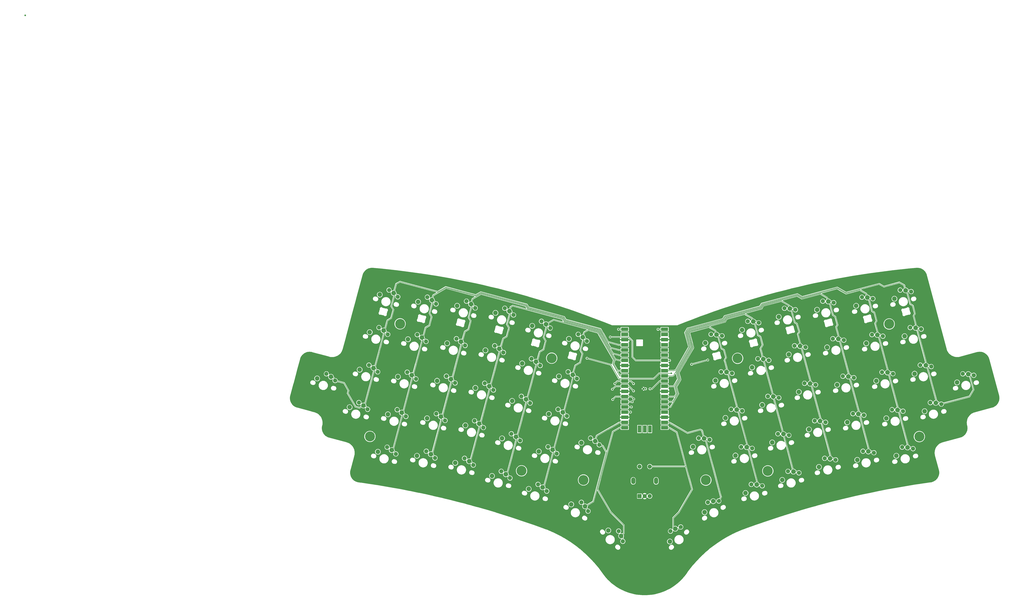
<source format=gtl>
G04 #@! TF.GenerationSoftware,KiCad,Pcbnew,8.0.2*
G04 #@! TF.CreationDate,2024-06-03T01:19:23+01:00*
G04 #@! TF.ProjectId,Ashwing66,41736877-696e-4673-9636-2e6b69636164,1*
G04 #@! TF.SameCoordinates,Original*
G04 #@! TF.FileFunction,Copper,L1,Top*
G04 #@! TF.FilePolarity,Positive*
%FSLAX46Y46*%
G04 Gerber Fmt 4.6, Leading zero omitted, Abs format (unit mm)*
G04 Created by KiCad (PCBNEW 8.0.2) date 2024-06-03 01:19:23*
%MOMM*%
%LPD*%
G01*
G04 APERTURE LIST*
G04 Aperture macros list*
%AMHorizOval*
0 Thick line with rounded ends*
0 $1 width*
0 $2 $3 position (X,Y) of the first rounded end (center of the circle)*
0 $4 $5 position (X,Y) of the second rounded end (center of the circle)*
0 Add line between two ends*
20,1,$1,$2,$3,$4,$5,0*
0 Add two circle primitives to create the rounded ends*
1,1,$1,$2,$3*
1,1,$1,$4,$5*%
G04 Aperture macros list end*
G04 #@! TA.AperFunction,ComponentPad*
%ADD10C,2.250000*%
G04 #@! TD*
G04 #@! TA.AperFunction,ComponentPad*
%ADD11C,2.000000*%
G04 #@! TD*
G04 #@! TA.AperFunction,ComponentPad*
%ADD12HorizOval,2.250000X0.000000X0.000000X0.000000X0.000000X0*%
G04 #@! TD*
G04 #@! TA.AperFunction,ComponentPad*
%ADD13HorizOval,2.250000X0.000000X0.000000X0.000000X0.000000X0*%
G04 #@! TD*
G04 #@! TA.AperFunction,WasherPad*
%ADD14O,2.000000X3.200000*%
G04 #@! TD*
G04 #@! TA.AperFunction,ComponentPad*
%ADD15R,2.000000X2.000000*%
G04 #@! TD*
G04 #@! TA.AperFunction,ComponentPad*
%ADD16HorizOval,2.250000X0.000000X0.000000X0.000000X0.000000X0*%
G04 #@! TD*
G04 #@! TA.AperFunction,ComponentPad*
%ADD17C,4.900000*%
G04 #@! TD*
G04 #@! TA.AperFunction,ComponentPad*
%ADD18HorizOval,2.250000X0.000000X0.000000X0.000000X0.000000X0*%
G04 #@! TD*
G04 #@! TA.AperFunction,ComponentPad*
%ADD19O,1.700000X1.700000*%
G04 #@! TD*
G04 #@! TA.AperFunction,SMDPad,CuDef*
%ADD20R,3.500000X1.700000*%
G04 #@! TD*
G04 #@! TA.AperFunction,ComponentPad*
%ADD21R,1.700000X1.700000*%
G04 #@! TD*
G04 #@! TA.AperFunction,SMDPad,CuDef*
%ADD22R,1.700000X3.500000*%
G04 #@! TD*
G04 #@! TA.AperFunction,ComponentPad*
%ADD23HorizOval,2.250000X0.000000X0.000000X0.000000X0.000000X0*%
G04 #@! TD*
G04 #@! TA.AperFunction,ComponentPad*
%ADD24HorizOval,2.250000X0.000000X0.000000X0.000000X0.000000X0*%
G04 #@! TD*
G04 #@! TA.AperFunction,ComponentPad*
%ADD25C,0.850000*%
G04 #@! TD*
G04 #@! TA.AperFunction,ViaPad*
%ADD26C,0.800000*%
G04 #@! TD*
G04 #@! TA.AperFunction,Conductor*
%ADD27C,0.150000*%
G04 #@! TD*
G04 #@! TA.AperFunction,Conductor*
%ADD28C,0.250000*%
G04 #@! TD*
G04 APERTURE END LIST*
D10*
X226256772Y-166307106D03*
D11*
X228964236Y-166906799D03*
D12*
X220780545Y-170404062D03*
D11*
X223591090Y-166172448D03*
D10*
X77898899Y-153637483D03*
D11*
X79943785Y-155510564D03*
D13*
X71107868Y-154447435D03*
D11*
X75657680Y-152188024D03*
D10*
X321122438Y-152324632D03*
D11*
X323829902Y-152924325D03*
D12*
X315646211Y-156421588D03*
D11*
X318456756Y-152189974D03*
D10*
X237266287Y-133758883D03*
D11*
X239973751Y-134358576D03*
D12*
X231790060Y-137855839D03*
D11*
X234600605Y-133624225D03*
D10*
X311261427Y-115522865D03*
D11*
X313968891Y-116122558D03*
D12*
X305785200Y-119619821D03*
D11*
X308595745Y-115388207D03*
D10*
X306863169Y-172711877D03*
D11*
X309570633Y-173311570D03*
D12*
X301386942Y-176808833D03*
D11*
X304197487Y-172577219D03*
D10*
X82829404Y-135236590D03*
D11*
X84874290Y-137109671D03*
D13*
X76038373Y-136046542D03*
D11*
X80588185Y-133787131D03*
D10*
X68970458Y-113355347D03*
D11*
X71015344Y-115228428D03*
D13*
X62179429Y-114165297D03*
D11*
X66729239Y-111905888D03*
D10*
X102038014Y-137201707D03*
D11*
X104082900Y-139074788D03*
D13*
X95246983Y-138011659D03*
D11*
X99796795Y-135752248D03*
D10*
X73910380Y-94943831D03*
D11*
X75955266Y-96816912D03*
D13*
X67119349Y-95753784D03*
D11*
X71669161Y-93494372D03*
D10*
X325120381Y-93641612D03*
D11*
X327827845Y-94241305D03*
D12*
X319644152Y-97738564D03*
D11*
X322454699Y-93506953D03*
D10*
X110953499Y-177483150D03*
D11*
X112998385Y-179356231D03*
D13*
X104162468Y-178293102D03*
D11*
X108712280Y-176033691D03*
D10*
X138830369Y-147073335D03*
D11*
X140875255Y-148946416D03*
D13*
X132039338Y-147883287D03*
D11*
X136589150Y-145623876D03*
D10*
X232335785Y-115358006D03*
D11*
X235043249Y-115957699D03*
D12*
X226859556Y-119454958D03*
D11*
X229670103Y-115223347D03*
D10*
X306328083Y-97135888D03*
D11*
X309035547Y-97735581D03*
D12*
X300851854Y-101232840D03*
D11*
X303662401Y-97001229D03*
D14*
X191483552Y-187100917D03*
X202683552Y-187100917D03*
D15*
X194583552Y-194600917D03*
D11*
X199583552Y-194600917D03*
X197083552Y-194600917D03*
X194583552Y-180100917D03*
X199583552Y-180100917D03*
D10*
X330050885Y-112042499D03*
D11*
X332758349Y-112642192D03*
D12*
X324574658Y-116139455D03*
D11*
X327385203Y-111907841D03*
D10*
X133909278Y-165463590D03*
D11*
X135954164Y-167336671D03*
D13*
X127118247Y-166273542D03*
D11*
X131668059Y-164014131D03*
D10*
X185532339Y-214142336D03*
D11*
X186366723Y-216786912D03*
D16*
X179246158Y-211448262D03*
D11*
X184316115Y-211766457D03*
D10*
X270061398Y-182572889D03*
D11*
X272768862Y-183172582D03*
D12*
X264585171Y-186669845D03*
D11*
X267395716Y-182438231D03*
D10*
X355845812Y-134721034D03*
D11*
X358553276Y-135320727D03*
D12*
X350369585Y-138817990D03*
D11*
X353180130Y-134586376D03*
D17*
X167054036Y-186687989D03*
D10*
X156846236Y-153465282D03*
D11*
X158891122Y-155338363D03*
D13*
X150055205Y-154275234D03*
D11*
X154605017Y-152015823D03*
D10*
X255269889Y-127370228D03*
D11*
X257977353Y-127969921D03*
D12*
X249793662Y-131467184D03*
D11*
X252604207Y-127235570D03*
D10*
X265133746Y-164158088D03*
D11*
X267841210Y-164757781D03*
D12*
X259657519Y-168255044D03*
D11*
X262468064Y-164023430D03*
D10*
X242196788Y-152159775D03*
D11*
X244904252Y-152759468D03*
D12*
X236720561Y-156256731D03*
D11*
X239531106Y-152025117D03*
D10*
X143770290Y-128661823D03*
D11*
X145815176Y-130534904D03*
D13*
X136979259Y-129471775D03*
D11*
X141529071Y-127212364D03*
D10*
X172790388Y-167600764D03*
D11*
X174835274Y-169473845D03*
D13*
X165999357Y-168410716D03*
D11*
X170549169Y-166151305D03*
D10*
X161776738Y-135064396D03*
D11*
X163821624Y-136937477D03*
D13*
X154985707Y-135874348D03*
D11*
X159535519Y-133614937D03*
D10*
X283137340Y-157769425D03*
D11*
X285844804Y-158369118D03*
D12*
X277661113Y-161866381D03*
D11*
X280471658Y-157634767D03*
D10*
X288065000Y-176184225D03*
D11*
X290772464Y-176783918D03*
D12*
X282588773Y-180281181D03*
D11*
X285399318Y-176049567D03*
D10*
X167824017Y-199616295D03*
D11*
X169314439Y-201954806D03*
D18*
X161054754Y-198640999D03*
D11*
X166034312Y-197636154D03*
D10*
X247124453Y-170574578D03*
D11*
X249831917Y-171174271D03*
D12*
X241648226Y-174671534D03*
D11*
X244458771Y-170439920D03*
D10*
X146985231Y-190267054D03*
D11*
X149030117Y-192140135D03*
D13*
X140194200Y-191077006D03*
D11*
X144744012Y-188817595D03*
D10*
X273276343Y-120967655D03*
D11*
X275983807Y-121567348D03*
D12*
X267800116Y-125064611D03*
D11*
X270610661Y-120832997D03*
D10*
X106959100Y-118811437D03*
D11*
X109003986Y-120684518D03*
D13*
X100168069Y-119621389D03*
D11*
X104717881Y-117361978D03*
D17*
X136663283Y-182168280D03*
D10*
X148700795Y-110260938D03*
D11*
X150745681Y-112134019D03*
D13*
X141909766Y-111070888D03*
D11*
X146459576Y-108811479D03*
D10*
X72968398Y-172038363D03*
D11*
X75013284Y-173911444D03*
D13*
X66177367Y-172848315D03*
D11*
X70727179Y-170588904D03*
D10*
X339911891Y-148844280D03*
D11*
X342619355Y-149443973D03*
D12*
X334435664Y-152941236D03*
D11*
X337246209Y-148709622D03*
D10*
X316189086Y-133937657D03*
D11*
X318896550Y-134537350D03*
D12*
X310712859Y-138034613D03*
D11*
X313523404Y-133802999D03*
D10*
X115883997Y-159082272D03*
D11*
X117928883Y-160955353D03*
D13*
X109092966Y-159892224D03*
D11*
X113642778Y-157632813D03*
D10*
X111889593Y-100410555D03*
D11*
X113934479Y-102283636D03*
D13*
X105098564Y-101220505D03*
D11*
X109648374Y-98961096D03*
D10*
X334981384Y-130443392D03*
D11*
X337688848Y-131043085D03*
D12*
X329505157Y-134540348D03*
D11*
X332315702Y-130308734D03*
D10*
X128969364Y-183875109D03*
D11*
X131014250Y-185748190D03*
D13*
X122178333Y-184685061D03*
D11*
X126728145Y-182425650D03*
D10*
X250342234Y-108955426D03*
D11*
X253049698Y-109555119D03*
D12*
X244866005Y-113052378D03*
D11*
X247676552Y-108820767D03*
D10*
X326052946Y-170725521D03*
D11*
X328760410Y-171325214D03*
D12*
X320576719Y-174822477D03*
D11*
X323387264Y-170590863D03*
D10*
X125754429Y-122269875D03*
D11*
X127799315Y-124142956D03*
D13*
X118963398Y-123079827D03*
D11*
X123513210Y-120820416D03*
D19*
X188177042Y-112751299D03*
D20*
X187277042Y-112751299D03*
D19*
X188177043Y-115291297D03*
D20*
X187277043Y-115291297D03*
D21*
X188177043Y-117831299D03*
D20*
X187277043Y-117831299D03*
D19*
X188177040Y-120371297D03*
D20*
X187277040Y-120371297D03*
D19*
X188177039Y-122911295D03*
D20*
X187277039Y-122911295D03*
D19*
X188177041Y-125451299D03*
D20*
X187277041Y-125451299D03*
D19*
X188177040Y-127991298D03*
D20*
X187277040Y-127991298D03*
D21*
X188177041Y-130531300D03*
D20*
X187277041Y-130531300D03*
D19*
X188177041Y-133071298D03*
D20*
X187277041Y-133071298D03*
D19*
X188177042Y-135611298D03*
D20*
X187277042Y-135611298D03*
D19*
X188177042Y-138151298D03*
D20*
X187277042Y-138151298D03*
D19*
X188177041Y-140691298D03*
D20*
X187277041Y-140691298D03*
D21*
X188177044Y-143231298D03*
D20*
X187277044Y-143231298D03*
D19*
X188177041Y-145771299D03*
D20*
X187277041Y-145771299D03*
D19*
X188177041Y-148311301D03*
D20*
X187277041Y-148311301D03*
D19*
X188177039Y-150851299D03*
D20*
X187277039Y-150851299D03*
D19*
X188177039Y-153391297D03*
D20*
X187277039Y-153391297D03*
D21*
X188177041Y-155931298D03*
D20*
X187277041Y-155931298D03*
D19*
X188177042Y-158471298D03*
D20*
X187277042Y-158471298D03*
D19*
X188177041Y-161011298D03*
D20*
X187277041Y-161011298D03*
D19*
X205957040Y-161011297D03*
D20*
X206857040Y-161011297D03*
D19*
X205957039Y-158471299D03*
D20*
X206857039Y-158471299D03*
D21*
X205957039Y-155931297D03*
D20*
X206857039Y-155931297D03*
D19*
X205957042Y-153391299D03*
D20*
X206857042Y-153391299D03*
D19*
X205957043Y-150851301D03*
D20*
X206857043Y-150851301D03*
D19*
X205957041Y-148311297D03*
D20*
X206857041Y-148311297D03*
D19*
X205957042Y-145771298D03*
D20*
X206857042Y-145771298D03*
D21*
X205957041Y-143231296D03*
D20*
X206857041Y-143231296D03*
D19*
X205957041Y-140691298D03*
D20*
X206857041Y-140691298D03*
D19*
X205957040Y-138151298D03*
D20*
X206857040Y-138151298D03*
D19*
X205957040Y-135611298D03*
D20*
X206857040Y-135611298D03*
D19*
X205957041Y-133071298D03*
D20*
X206857041Y-133071298D03*
D21*
X205957038Y-130531298D03*
D20*
X206857038Y-130531298D03*
D19*
X205957041Y-127991297D03*
D20*
X206857041Y-127991297D03*
D19*
X205957041Y-125451295D03*
D20*
X206857041Y-125451295D03*
D19*
X205957043Y-122911297D03*
D20*
X206857043Y-122911297D03*
D19*
X205957043Y-120371299D03*
D20*
X206857043Y-120371299D03*
D21*
X205957041Y-117831298D03*
D20*
X206857041Y-117831298D03*
D19*
X205957040Y-115291298D03*
D20*
X206857040Y-115291298D03*
D19*
X205957041Y-112751298D03*
D20*
X206857041Y-112751298D03*
D19*
X194527037Y-160781299D03*
D22*
X194527037Y-161681299D03*
D21*
X197067041Y-160781298D03*
D22*
X197067041Y-161681298D03*
D19*
X199607039Y-160781299D03*
D22*
X199607039Y-161681299D03*
D10*
X287144012Y-99094427D03*
D11*
X289851476Y-99694120D03*
D12*
X281667783Y-103191379D03*
D11*
X284478330Y-98959768D03*
D10*
X92167589Y-174014102D03*
D11*
X94212475Y-175887183D03*
D13*
X85376558Y-174824054D03*
D11*
X89926370Y-172564643D03*
D10*
X297002169Y-135910107D03*
D11*
X299709633Y-136509800D03*
D12*
X291525942Y-140007063D03*
D11*
X294336487Y-135775449D03*
D10*
X120814507Y-140681385D03*
D11*
X122859393Y-142554466D03*
D13*
X114023476Y-141491337D03*
D11*
X118573288Y-139231926D03*
D10*
X43169754Y-136041338D03*
D11*
X45214640Y-137914419D03*
D13*
X36378723Y-136851290D03*
D11*
X40928535Y-134591879D03*
D10*
X64039962Y-131756235D03*
D11*
X66084848Y-133629316D03*
D13*
X57248931Y-132566187D03*
D11*
X61798743Y-130306776D03*
D10*
X59118876Y-150146492D03*
D11*
X61163762Y-152019573D03*
D13*
X52327845Y-150956444D03*
D11*
X56877657Y-148697033D03*
D17*
X151467732Y-126917321D03*
D10*
X252057799Y-188961551D03*
D11*
X254765263Y-189561244D03*
D12*
X246581572Y-193058507D03*
D11*
X249392117Y-188826893D03*
D10*
X97098085Y-155613216D03*
D11*
X99142971Y-157486297D03*
D13*
X90307054Y-156423168D03*
D11*
X94856866Y-154163757D03*
D17*
X77094197Y-110068938D03*
D10*
X151915740Y-171866166D03*
D11*
X153960626Y-173739247D03*
D13*
X145124709Y-172676118D03*
D11*
X149674521Y-170416707D03*
D10*
X301935514Y-154297089D03*
D11*
X304642978Y-154896782D03*
D12*
X296459287Y-158394045D03*
D11*
X299269832Y-154162431D03*
D10*
X260200398Y-145771116D03*
D11*
X262907862Y-146370809D03*
D12*
X254724171Y-149868072D03*
D11*
X257534716Y-145636458D03*
D10*
X292074517Y-117495321D03*
D11*
X294781981Y-118095014D03*
D12*
X286598290Y-121592277D03*
D11*
X289408835Y-117360663D03*
D10*
X87759910Y-116835704D03*
D11*
X89804796Y-118708785D03*
D13*
X80968879Y-117645656D03*
D11*
X85518691Y-115386245D03*
D17*
X62289749Y-165319895D03*
D10*
X166707242Y-116663506D03*
D11*
X168752128Y-118536587D03*
D13*
X159916213Y-117473456D03*
D11*
X164466023Y-115214047D03*
D10*
X92699832Y-98424197D03*
D11*
X94744718Y-100297278D03*
D13*
X85908803Y-99234147D03*
D11*
X90458613Y-96974738D03*
D10*
X268345832Y-102566766D03*
D11*
X271053296Y-103166459D03*
D12*
X262869603Y-106663718D03*
D11*
X265680150Y-102432107D03*
D10*
X212121465Y-210579754D03*
D11*
X214766041Y-209745370D03*
D23*
X209427391Y-216865935D03*
D11*
X209745586Y-211795978D03*
D10*
X278203994Y-139382452D03*
D11*
X280911458Y-139982145D03*
D12*
X272727767Y-143479408D03*
D11*
X275538312Y-139247794D03*
D10*
X230696600Y-197090843D03*
D11*
X233467020Y-196969358D03*
D24*
X226467341Y-202465550D03*
D11*
X228086897Y-197650703D03*
D10*
X130684931Y-103868985D03*
D11*
X132729817Y-105742066D03*
D13*
X123893902Y-104678935D03*
D11*
X128443712Y-102419526D03*
D17*
X331862205Y-165392665D03*
X242684221Y-126990091D03*
X317057756Y-110141707D03*
X227097919Y-186760757D03*
D25*
X196553808Y-141941055D03*
X197553808Y-141941053D03*
D17*
X257488671Y-182241046D03*
D26*
X320128809Y-104641050D03*
X227728809Y-126191048D03*
X-106851448Y41314083D03*
X64953809Y-102266052D03*
X157322358Y-123516739D03*
X120503807Y-191766054D03*
X241786901Y-122675313D03*
X350753809Y-153191052D03*
X132978806Y-116516055D03*
X121303808Y-111641052D03*
X135328807Y-136441053D03*
X310178810Y-164766053D03*
X197083552Y-196855917D03*
X197636370Y-147660454D03*
X79178807Y-125316053D03*
X149770459Y-121467331D03*
X301328808Y-108091052D03*
X184303809Y-130541052D03*
X312626136Y-106256304D03*
X269578808Y-133241056D03*
X56175621Y-167563907D03*
X247628809Y-161091050D03*
X75178808Y-142866051D03*
X245326955Y-118983274D03*
X139228809Y-117491054D03*
X102053810Y-108841053D03*
X112578806Y-111741051D03*
X148278810Y-162241054D03*
X70247654Y-107531461D03*
X293753811Y-108591050D03*
X327303808Y-123666054D03*
X275178808Y-111966052D03*
X93303809Y-109816052D03*
X258903808Y-117791053D03*
X83518627Y-106091163D03*
X263403809Y-113591053D03*
X180196279Y-116538626D03*
X209310532Y-128012428D03*
X191621276Y-139438626D03*
X182421280Y-139438627D03*
X181241310Y-142178551D03*
X191628806Y-142991053D03*
X190148552Y-153380917D03*
X181403809Y-147191052D03*
X191728810Y-146941051D03*
X199703808Y-141966052D03*
X203621278Y-112763625D03*
X184233606Y-112751297D03*
X220125002Y-129928733D03*
X168779926Y-126959749D03*
X228045598Y-127806416D03*
X210146278Y-134338625D03*
X190573552Y-150855917D03*
X190998552Y-148305917D03*
D27*
X188177037Y-130531298D02*
X188172831Y-130527091D01*
D28*
X184303809Y-130541052D02*
X184313559Y-130531302D01*
X184313559Y-130531302D02*
X188177042Y-130531303D01*
X180196279Y-116538626D02*
X189134370Y-116538627D01*
X191043602Y-126337035D02*
X192718996Y-128012428D01*
X189134370Y-116538627D02*
X191043601Y-118447857D01*
X191043601Y-118447857D02*
X191043602Y-126337035D01*
X192718996Y-128012428D02*
X209310532Y-128012428D01*
X191621276Y-139438626D02*
X191621281Y-139408521D01*
X191621281Y-139408521D02*
X190364056Y-138151301D01*
X190364056Y-138151301D02*
X188177041Y-138151300D01*
X182421280Y-139438627D02*
X183708606Y-138151301D01*
X183708606Y-138151301D02*
X188177041Y-138151300D01*
X189329058Y-140691300D02*
X188177041Y-140691299D01*
X191628806Y-142991053D02*
X189329058Y-140691300D01*
X182728565Y-140691299D02*
X188177041Y-140691299D01*
X181241310Y-142178551D02*
X182728565Y-140691299D01*
X190148552Y-153355917D02*
X190123552Y-153380917D01*
X190123552Y-153380917D02*
X190148552Y-153380917D01*
X188177039Y-153391297D02*
X190113172Y-153391297D01*
X190113172Y-153391297D02*
X190123552Y-153380917D01*
X190148552Y-153380917D02*
X190148552Y-153355917D01*
X191728810Y-146941051D02*
X191828808Y-146941053D01*
X181403809Y-147166050D02*
X181403809Y-147191052D01*
X191828808Y-146941053D02*
X191778806Y-146891051D01*
X188177042Y-145771305D02*
X190659056Y-145771302D01*
X191728807Y-146841052D02*
X191728810Y-146941051D01*
X188177042Y-145771305D02*
X182798563Y-145771301D01*
X181403809Y-147191052D02*
X181378808Y-147191053D01*
X190659056Y-145771302D02*
X191728807Y-146841052D01*
X181378808Y-147191053D02*
X181428806Y-147141053D01*
X182798563Y-145771301D02*
X181403809Y-147166050D01*
X157546911Y-106654319D02*
X158342408Y-108032158D01*
X139301300Y-100600739D02*
X140096797Y-101978578D01*
X75955266Y-96816914D02*
X75050167Y-95249239D01*
X95479967Y-94345810D02*
X99491006Y-92030035D01*
X66790582Y-123544531D02*
X64679073Y-131387238D01*
X61163757Y-152019575D02*
X60258660Y-150451897D01*
X73791463Y-103174886D02*
X72685010Y-107304223D01*
X74310241Y-95636412D02*
X72766160Y-101399009D01*
X116686334Y-94541073D02*
X139301300Y-100600739D01*
X75098294Y-90510485D02*
X76991165Y-89417635D01*
X60258660Y-150451897D02*
X59118876Y-150146492D01*
X70110250Y-113660751D02*
X68970458Y-113355347D01*
X65179747Y-132061636D02*
X64039962Y-131756235D01*
X71015351Y-115228425D02*
X70110250Y-113660751D01*
X73910380Y-94943831D02*
X74310241Y-95636412D01*
X59118876Y-150146492D02*
X57182100Y-151264689D01*
X57182100Y-151264689D02*
X55150620Y-150720359D01*
X51742884Y-142767380D02*
X49623004Y-139095640D01*
X69339455Y-113994456D02*
X66790582Y-123544531D01*
X49623004Y-139095640D02*
X45214636Y-137914422D01*
X64679073Y-131387238D02*
X64039962Y-131756235D01*
X140096797Y-101978578D02*
X157546911Y-106654319D01*
X175445449Y-112614905D02*
X176786527Y-114937719D01*
X184296277Y-120369912D02*
X188177040Y-120371298D01*
X68970458Y-113355347D02*
X69339455Y-113994456D01*
X55150620Y-150720359D02*
X51367598Y-144167972D01*
X99491006Y-92030035D02*
X114206223Y-95972963D01*
X64039962Y-131756235D02*
X64435822Y-132441888D01*
X173510288Y-112096380D02*
X175445449Y-112614905D01*
X173510288Y-112096380D02*
X173606877Y-112122261D01*
X76991165Y-89417635D02*
X77136056Y-89456457D01*
X70847898Y-108364882D02*
X69609575Y-112986357D01*
X72766160Y-101399009D02*
X73791463Y-103174886D01*
X158342408Y-108032158D02*
X173510288Y-112096380D01*
X69609575Y-112986357D02*
X68970458Y-113355347D01*
X44309541Y-136346745D02*
X43169754Y-136041338D01*
X51367598Y-144167972D02*
X51742884Y-142767380D01*
X72685010Y-107304223D02*
X70847898Y-108364882D01*
X179122409Y-118983578D02*
X184296277Y-120369912D01*
X77136056Y-89456457D02*
X77166673Y-89438777D01*
X114206223Y-95972963D02*
X116686334Y-94541073D01*
X75050167Y-95249239D02*
X73910380Y-94943831D01*
X64435822Y-132441888D02*
X59796757Y-149755117D01*
X77166673Y-89438777D02*
X95479967Y-94345810D01*
X45214636Y-137914422D02*
X44309541Y-136346745D01*
X176786527Y-114937719D02*
X179122409Y-118983578D01*
X66084843Y-133629313D02*
X65179747Y-132061636D01*
X73910380Y-94943831D02*
X75098294Y-90510485D01*
X59796757Y-149755117D02*
X59118876Y-150146492D01*
X88899697Y-117141104D02*
X87759910Y-116835704D01*
X158078839Y-108375646D02*
X173938018Y-112625100D01*
X77898899Y-153637483D02*
X78294767Y-154323139D01*
X180290726Y-121807175D02*
X184576790Y-122955621D01*
X83969193Y-135541997D02*
X82829404Y-135236590D01*
X173938018Y-112625100D02*
X175181880Y-112958392D01*
X114262737Y-96402219D02*
X116742845Y-94970328D01*
X84878470Y-129559245D02*
X83446275Y-134904265D01*
X116742845Y-94970328D02*
X139037739Y-100944223D01*
X94744721Y-100297280D02*
X93839623Y-98729601D01*
X92558668Y-106691918D02*
X91452212Y-110821250D01*
X88106656Y-117511484D02*
X84880171Y-129552904D01*
X92699832Y-98424197D02*
X93337419Y-96044692D01*
X176220363Y-114757085D02*
X180290726Y-121807175D01*
X74108185Y-172343768D02*
X72968398Y-172038363D01*
X75013285Y-173911444D02*
X74108185Y-172343768D01*
X157283343Y-106997805D02*
X158078839Y-108375646D01*
X91533362Y-104916041D02*
X92558668Y-106691918D01*
X139037739Y-100944223D02*
X139833235Y-102322062D01*
X79943784Y-155510558D02*
X79038685Y-153942884D01*
X84880171Y-129552904D02*
X84876149Y-129555229D01*
X84876149Y-129555229D02*
X84878470Y-129559245D01*
X184576790Y-122955621D02*
X184621114Y-122911296D01*
X175181880Y-112958392D02*
X176220363Y-114757085D01*
X83203026Y-135958917D02*
X78563956Y-153272145D01*
X89615095Y-111881911D02*
X88376779Y-116503380D01*
X84874291Y-137109672D02*
X83969193Y-135541997D01*
X99547515Y-92459288D02*
X114262737Y-96402219D01*
X176220363Y-114757085D02*
X176357274Y-114994229D01*
X79038685Y-153942884D02*
X77898899Y-153637483D01*
X93337419Y-96044692D02*
X99547515Y-92459288D01*
X91452212Y-110821250D02*
X89615095Y-111881911D01*
X184621114Y-122911296D02*
X188177043Y-122911294D01*
X93839623Y-98729601D02*
X92699832Y-98424197D01*
X73654059Y-171642500D02*
X72968398Y-172038363D01*
X139833235Y-102322062D02*
X157283343Y-106997805D01*
X93077445Y-99153441D02*
X91533362Y-104916041D01*
X89804795Y-118708781D02*
X88899697Y-117141104D01*
X78294767Y-154323139D02*
X73654059Y-171642500D01*
X108804865Y-113868273D02*
X107566540Y-118489741D01*
X181441372Y-124600151D02*
X184535178Y-125429134D01*
X111748434Y-108678282D02*
X110641982Y-112807616D01*
X184621275Y-125451300D02*
X188177043Y-125451299D01*
X92845471Y-173622723D02*
X92167589Y-174014102D01*
X113934483Y-102283637D02*
X113029385Y-100715964D01*
X157815269Y-108719131D02*
X173979379Y-113050291D01*
X93307374Y-174319506D02*
X92167589Y-174014102D01*
X113029385Y-100715964D02*
X111889593Y-100410555D01*
X173979379Y-113050291D02*
X174918317Y-113301880D01*
X138774166Y-101287711D02*
X139569665Y-102665549D01*
X103177803Y-137507112D02*
X102038014Y-137201707D01*
X174918317Y-113301880D02*
X175829754Y-114880538D01*
X184535178Y-125429134D02*
X184621275Y-125451300D01*
X103835818Y-132413010D02*
X102636042Y-136890629D01*
X99142968Y-157486299D02*
X98237870Y-155918621D01*
X103837516Y-132406667D02*
X103833497Y-132408989D01*
X94212475Y-175887184D02*
X93307374Y-174319506D01*
X139569665Y-102665549D02*
X157019776Y-107341296D01*
X102038014Y-137201707D02*
X102014397Y-137289868D01*
X107296424Y-119497850D02*
X103837516Y-132406667D01*
X108098892Y-119116846D02*
X106959100Y-118811437D01*
X103833497Y-132408989D02*
X103835818Y-132413010D01*
X173979379Y-113050291D02*
X174148412Y-113095586D01*
X97489466Y-156291102D02*
X92845471Y-173622723D01*
X112267210Y-101139801D02*
X110723126Y-106902401D01*
X97098085Y-155613216D02*
X97489466Y-156291102D01*
X109003984Y-120684523D02*
X108098892Y-119116846D01*
X111889593Y-100410555D02*
X112579464Y-97835935D01*
X102392792Y-137945277D02*
X97753720Y-155258511D01*
X112579464Y-97835935D02*
X116799360Y-95399582D01*
X175829754Y-114880538D02*
X181441372Y-124600151D01*
X157019776Y-107341296D02*
X157815269Y-108719131D01*
X98237870Y-155918621D02*
X97098085Y-155613216D01*
X104082899Y-139074787D02*
X103177803Y-137507112D01*
X116799360Y-95399582D02*
X138774166Y-101287711D01*
X110723126Y-106902401D02*
X111748434Y-108678282D01*
X102014397Y-137289868D02*
X102392792Y-137945277D01*
X110641982Y-112807616D02*
X108804865Y-113868273D01*
X175829754Y-114880538D02*
X175928023Y-115050743D01*
X174654748Y-113645366D02*
X175368442Y-114881517D01*
X127799314Y-124142955D02*
X126894210Y-122575284D01*
X184496280Y-127963627D02*
X184746277Y-127991300D01*
X132390733Y-101156071D02*
X156756210Y-107684785D01*
X130543762Y-112136708D02*
X129437311Y-116266049D01*
X184746277Y-127991300D02*
X188177040Y-127991301D01*
X111639157Y-177087285D02*
X110953499Y-177483150D01*
X129437311Y-116266049D02*
X127600192Y-117326708D01*
X115883997Y-159082272D02*
X116279865Y-159767926D01*
X117928887Y-160955352D02*
X117023784Y-159387671D01*
X131232707Y-101824655D02*
X132390733Y-101156071D01*
X127600192Y-117326708D02*
X126361872Y-121948178D01*
X132729817Y-105742067D02*
X131824720Y-104174393D01*
X121954293Y-140986789D02*
X120814507Y-140681385D01*
X129518458Y-110360834D02*
X130543762Y-112136708D01*
X175368442Y-114881517D02*
X175498768Y-115107256D01*
X121188116Y-141403707D02*
X116549050Y-158716941D01*
X116279865Y-159767926D02*
X111639157Y-177087285D01*
X126091751Y-122956273D02*
X121431370Y-140349058D01*
X182645052Y-127484985D02*
X184496280Y-127963627D01*
X131824720Y-104174393D02*
X130684931Y-103868985D01*
X175368442Y-114881517D02*
X182645052Y-127484985D01*
X157551702Y-109062621D02*
X174654748Y-113645366D01*
X126894210Y-122575284D02*
X125754429Y-122269875D01*
X117023784Y-159387671D02*
X115883997Y-159082272D01*
X112998381Y-179356232D02*
X112093285Y-177788551D01*
X156756210Y-107684785D02*
X157551702Y-109062621D01*
X112093285Y-177788551D02*
X110953499Y-177483150D01*
X130684931Y-103868985D02*
X131232707Y-101824655D01*
X131062539Y-104598234D02*
X129518458Y-110360834D01*
X122859388Y-142554466D02*
X121954293Y-140986789D01*
X145446518Y-124282685D02*
X144368320Y-128350747D01*
X182352715Y-127778639D02*
X181831017Y-129725647D01*
X183671321Y-132913150D02*
X184179810Y-133049398D01*
X174889448Y-114851879D02*
X175069512Y-115163770D01*
X139970156Y-147378743D02*
X138830369Y-147073335D01*
X134296170Y-166133708D02*
X129647247Y-183483735D01*
X174889448Y-114851879D02*
X182352715Y-127778639D01*
X140875254Y-148946415D02*
X139970156Y-147378743D01*
X144910079Y-128967230D02*
X143770290Y-128661823D01*
X149840578Y-110566345D02*
X148700795Y-110260938D01*
X174391181Y-113988853D02*
X174889448Y-114851879D01*
X148550204Y-118539285D02*
X147443755Y-122668618D01*
X149068988Y-111000810D02*
X147524899Y-116763408D01*
X181831017Y-129725647D02*
X183671321Y-132913150D01*
X145815174Y-130534903D02*
X144910079Y-128967230D01*
X130109159Y-184180515D02*
X128969364Y-183875109D01*
X135049069Y-165769000D02*
X133909278Y-165463590D01*
X150745678Y-112134019D02*
X149840578Y-110566345D01*
X147524899Y-116763408D02*
X148550204Y-118539285D01*
X145606638Y-123729280D02*
X145446518Y-124282685D01*
X129647247Y-183483735D02*
X128969364Y-183875109D01*
X148700795Y-110260938D02*
X152434149Y-108105483D01*
X147443755Y-122668618D02*
X145606638Y-123729280D01*
X184179810Y-133049398D02*
X184182935Y-133047593D01*
X144098198Y-129358850D02*
X139437816Y-146751636D01*
X152434149Y-108105483D02*
X174391181Y-113988853D01*
X184346279Y-133063627D02*
X188177040Y-133071301D01*
X139194568Y-147806284D02*
X134555497Y-165119512D01*
X135954169Y-167336674D02*
X135049069Y-165769000D01*
X184182935Y-133047593D02*
X184346279Y-133063627D01*
X133909278Y-165463590D02*
X134296170Y-166133708D01*
X131014256Y-185748189D02*
X130109159Y-184180515D01*
X166881928Y-116562657D02*
X167027308Y-116601606D01*
X167847031Y-116968914D02*
X166707242Y-116663506D01*
X169668071Y-113137414D02*
X174127608Y-114332341D01*
X185021276Y-135613625D02*
X188177042Y-135611301D01*
X162916528Y-135369805D02*
X161776738Y-135064396D01*
X168752129Y-118536589D02*
X167847031Y-116968914D01*
X163821627Y-136937478D02*
X162916528Y-135369805D01*
X167090439Y-117327227D02*
X166707242Y-116663506D01*
X158891116Y-155338360D02*
X157986021Y-153770686D01*
X166707242Y-116663506D02*
X167362857Y-114216730D01*
X181696995Y-128680337D02*
X181401762Y-129782158D01*
X174127608Y-114332341D02*
X174569551Y-115097808D01*
X149030116Y-192140135D02*
X148125020Y-190572459D01*
X169370427Y-113057660D02*
X169668071Y-113137414D01*
X152302620Y-172536268D02*
X147655334Y-189880169D01*
X153960624Y-173739246D02*
X153055527Y-172171573D01*
X166577526Y-124747221D02*
X165569899Y-123001961D01*
X161776738Y-135064396D02*
X163003861Y-130484712D01*
X153055527Y-172171573D02*
X151915740Y-171866166D01*
X151915740Y-171866166D02*
X152302620Y-172536268D01*
X174569551Y-115097808D02*
X174640266Y-115220282D01*
X157986021Y-153770686D02*
X156846236Y-153465282D01*
X184731751Y-135549867D02*
X185021276Y-135613625D01*
X162104646Y-135761425D02*
X157444263Y-153154205D01*
X174569551Y-115097808D02*
X181923463Y-127835156D01*
X181401762Y-129782158D02*
X184731751Y-135549867D01*
X157201015Y-154208856D02*
X152561949Y-171522086D01*
X167362857Y-114216730D02*
X169370427Y-113057660D01*
X147655334Y-189880169D02*
X146985231Y-190267054D01*
X165412837Y-129093888D02*
X166577526Y-124747221D01*
X166707242Y-116663506D02*
X166881928Y-116562657D01*
X165569899Y-123001961D02*
X167090439Y-117327227D01*
X148125020Y-190572459D02*
X146985231Y-190267054D01*
X181923463Y-127835156D02*
X181696995Y-128680337D01*
X163003861Y-130484712D02*
X165412837Y-129093888D01*
X181421519Y-160376565D02*
X184682407Y-158493894D01*
X184705000Y-158471300D02*
X184682407Y-158493894D01*
X169314440Y-201954808D02*
X167989973Y-199660759D01*
X173930169Y-167906170D02*
X174835273Y-169473848D01*
X181421519Y-160376565D02*
X181651163Y-160243982D01*
X167989973Y-199660759D02*
X167824017Y-199616295D01*
X173500760Y-164949623D02*
X178773015Y-161905683D01*
X188177041Y-158471299D02*
X184705000Y-158471300D01*
X172790388Y-167600764D02*
X173930169Y-167906170D01*
X178773015Y-161905683D02*
X181421519Y-160376565D01*
X172790388Y-167600764D02*
X173500760Y-164949623D01*
X178329323Y-173051947D02*
X171831369Y-197302650D01*
X176524898Y-169926582D02*
X178329323Y-173051947D01*
X174835271Y-169473846D02*
X176524898Y-169926582D01*
X171831369Y-197302650D02*
X167824017Y-199616295D01*
X186851594Y-212823085D02*
X186390872Y-213283797D01*
X173879577Y-191204106D02*
X180289268Y-202306011D01*
X181443027Y-162976939D02*
X182071982Y-162613808D01*
X188177041Y-161011297D02*
X184815970Y-161011299D01*
X180293173Y-202307058D02*
X186851591Y-208865474D01*
X186366718Y-214976718D02*
X185532339Y-214142336D01*
X182071982Y-162613808D02*
X184772743Y-161054525D01*
X186390872Y-213283797D02*
X186498041Y-213176637D01*
X175218965Y-186205440D02*
X181443027Y-162976939D01*
X184815970Y-161011299D02*
X184772743Y-161054525D01*
X186366718Y-216786915D02*
X186366718Y-214976718D01*
X185532339Y-214142336D02*
X186390872Y-213283797D01*
X186851591Y-208865474D02*
X186851594Y-212823085D01*
X175387199Y-185577589D02*
X173879577Y-191204106D01*
X180289268Y-202306011D02*
X180293173Y-202307058D01*
X181203615Y-163870422D02*
X181443027Y-162976939D01*
X181443027Y-162976939D02*
X182071982Y-162613808D01*
X213931660Y-210579751D02*
X214766040Y-209745375D01*
X211065566Y-209523858D02*
X211065566Y-205264128D01*
X213936232Y-202393461D02*
X220335547Y-191309519D01*
X218413815Y-184137518D02*
X218277935Y-183630410D01*
X218187349Y-183292334D02*
X218277935Y-183630410D01*
X212121464Y-210498659D02*
X212121465Y-210579754D01*
X212121465Y-210579754D02*
X211065566Y-209523858D01*
X205957042Y-161011304D02*
X209021276Y-161038624D01*
X220335547Y-191309519D02*
X218277935Y-183630410D01*
X212121465Y-210579754D02*
X213931660Y-210579751D01*
X212803915Y-163201077D02*
X217332212Y-180100917D01*
X209021276Y-161038624D02*
X209129683Y-161079763D01*
X211065566Y-205264128D02*
X213936232Y-202393461D01*
X217332212Y-180100917D02*
X218187349Y-183292334D01*
X209129683Y-161079763D02*
X212803915Y-163201077D01*
X199583552Y-180100917D02*
X217332212Y-180100917D01*
X205957042Y-161011300D02*
X207246116Y-160665895D01*
X226943659Y-166703683D02*
X231075339Y-182123309D01*
X209397258Y-158601044D02*
X218092949Y-163621502D01*
X224371464Y-161939179D02*
X225217229Y-162427481D01*
X233467022Y-196969356D02*
X230818089Y-196969359D01*
X218092949Y-163621502D02*
X224371464Y-161939179D01*
X234550489Y-195092744D02*
X233467022Y-196969356D01*
X226256772Y-166307106D02*
X226943659Y-166703683D01*
X209171277Y-158471300D02*
X209397258Y-158601044D01*
X225217229Y-162427481D02*
X226256772Y-166307106D01*
X205957040Y-158471299D02*
X209171277Y-158471300D01*
X227396559Y-166001703D02*
X226256772Y-166307106D01*
X228964238Y-166906805D02*
X227396559Y-166001703D01*
X231075339Y-182123309D02*
X234550489Y-195092744D01*
X230818089Y-196969359D02*
X230696600Y-197090843D01*
X219040069Y-114616980D02*
X220418278Y-119760534D01*
X253197586Y-188656146D02*
X252057799Y-188961551D01*
X237020328Y-126643128D02*
X236292009Y-127904612D01*
X220463577Y-119929570D02*
X220508868Y-120098609D01*
X239973750Y-134358579D02*
X238406075Y-133453480D01*
X205957042Y-150851300D02*
X209671121Y-150851300D01*
X219358265Y-114065845D02*
X219040069Y-114616980D01*
X214150016Y-135390458D02*
X214692773Y-137416059D01*
X236010936Y-122876018D02*
X237020328Y-126643128D01*
X228616664Y-111585063D02*
X220520694Y-113754372D01*
X254765260Y-189561241D02*
X253197586Y-188656146D01*
X238406075Y-133453480D02*
X237266287Y-133758883D01*
X220418278Y-119760534D02*
X220463577Y-119929570D01*
X243336576Y-151854370D02*
X242196788Y-152159775D01*
X217474927Y-127797911D02*
X213814440Y-134138066D01*
X233051178Y-115771042D02*
X234761692Y-122154768D01*
X213541645Y-144421318D02*
X209858105Y-150801398D01*
X212624485Y-140998439D02*
X213091124Y-142739949D01*
X242899932Y-152565731D02*
X242196788Y-152159775D01*
X252463757Y-188258402D02*
X247835371Y-170985023D01*
X213091124Y-142739949D02*
X213541645Y-144421318D01*
X242602756Y-151456629D02*
X237969430Y-134164849D01*
X247835371Y-170985023D02*
X247124453Y-170574578D01*
X252057799Y-188961551D02*
X252463757Y-188258402D01*
X209858105Y-150801398D02*
X209671277Y-150851460D01*
X244904255Y-152759469D02*
X243336576Y-151854370D01*
X247534901Y-169863663D02*
X242899932Y-152565731D01*
X209671121Y-150851300D02*
X209671277Y-150851460D01*
X213814440Y-134138066D02*
X214150016Y-135390458D01*
X232335785Y-115358006D02*
X233051178Y-115771042D01*
X236292009Y-127904612D02*
X237672246Y-133055741D01*
X220956218Y-121768141D02*
X217474927Y-127797911D01*
X220520694Y-113754372D02*
X219358265Y-114065845D01*
X242196788Y-152159775D02*
X242602756Y-151456629D01*
X247124453Y-170574578D02*
X247534901Y-169863663D01*
X231820457Y-113434770D02*
X228616664Y-111585063D01*
X214692773Y-137416059D02*
X214527088Y-137703028D01*
X234761692Y-122154768D02*
X236010936Y-122876018D01*
X237672246Y-133055741D02*
X237266287Y-133758883D01*
X232335785Y-115358006D02*
X231820457Y-113434770D01*
X237969430Y-134164849D02*
X237266287Y-133758883D01*
X248264240Y-170269172D02*
X247124453Y-170574578D01*
X214527088Y-137703028D02*
X212624485Y-140998439D01*
X249831914Y-171174271D02*
X248264240Y-170269172D01*
X233475569Y-115052601D02*
X232335785Y-115358006D01*
X220463577Y-119929570D02*
X220956218Y-121768141D01*
X235043249Y-115957699D02*
X233475569Y-115052601D01*
X250342234Y-108955426D02*
X249930455Y-107418650D01*
X265125970Y-164153604D02*
X265133746Y-164158088D01*
X272768866Y-183172581D02*
X271201185Y-182267487D01*
X260200389Y-145771114D02*
X260200398Y-145771116D01*
X250342234Y-108955426D02*
X250984136Y-109326032D01*
X260200398Y-145771116D02*
X265125970Y-164153604D01*
X218610815Y-114560464D02*
X220526966Y-121711628D01*
X267841206Y-164757783D02*
X266273529Y-163852684D01*
X210098548Y-148311299D02*
X205957039Y-148311302D01*
X266273529Y-163852684D02*
X265133746Y-164158088D01*
X271201185Y-182267487D02*
X270061398Y-182572889D01*
X261340182Y-145465715D02*
X260200398Y-145771116D01*
X246143582Y-105232298D02*
X237381504Y-107580093D01*
X214263519Y-137359542D02*
X212195234Y-140941927D01*
X237381504Y-107580093D02*
X236532974Y-109049786D01*
X213109982Y-144355809D02*
X210864916Y-148244373D01*
X236532974Y-109049786D02*
X219094697Y-113722354D01*
X210864916Y-148244373D02*
X210096277Y-148313625D01*
X256409674Y-127064823D02*
X255269889Y-127370228D01*
X254941063Y-120422950D02*
X253894212Y-122236144D01*
X255269889Y-127370228D02*
X260200389Y-145771114D01*
X249930455Y-107418650D02*
X246143582Y-105232298D01*
X250984136Y-109326032D02*
X252690508Y-115694312D01*
X219094697Y-113722354D02*
X218610815Y-114560464D01*
X251482020Y-108650024D02*
X250342234Y-108955426D01*
X270065892Y-182565114D02*
X270061398Y-182572889D01*
X212195234Y-140941927D02*
X213109982Y-144355809D01*
X265133746Y-164158088D02*
X270065892Y-182565114D01*
X213385187Y-134081557D02*
X214263519Y-137359542D01*
X253894212Y-122236144D02*
X255269889Y-127370228D01*
X262907856Y-146370809D02*
X261340182Y-145465715D01*
X220526966Y-121711628D02*
X213385187Y-134081557D01*
X257977353Y-127969922D02*
X256409674Y-127064823D01*
X252690508Y-115694312D02*
X253854019Y-116366067D01*
X253854019Y-116366067D02*
X254941063Y-120422950D01*
X253049698Y-109555122D02*
X251482020Y-108650024D01*
X273895397Y-121325066D02*
X273276343Y-120967655D01*
X278203994Y-139382452D02*
X278565900Y-138755614D01*
X212955930Y-134025039D02*
X220097712Y-121655117D01*
X264099778Y-98816273D02*
X255248169Y-101188055D01*
X273633755Y-120348594D02*
X272244881Y-115165242D01*
X272244881Y-115165242D02*
X272916631Y-114001734D01*
X271852240Y-110029366D02*
X270688732Y-109357615D01*
X255248169Y-101188055D02*
X254434997Y-102596514D01*
X211126812Y-145771298D02*
X211146281Y-145763627D01*
X270688732Y-109357615D02*
X268964898Y-102924187D01*
X278565900Y-138755614D02*
X273895397Y-121325066D01*
X289204789Y-175878819D02*
X288065000Y-176184225D01*
X211146281Y-145763627D02*
X211920591Y-145615898D01*
X271053296Y-103166461D02*
X269485617Y-102261362D01*
X236269405Y-108706293D02*
X220092986Y-113040756D01*
X237117934Y-107236605D02*
X236269405Y-108706293D01*
X283137340Y-157769425D02*
X283494759Y-157150360D01*
X280911456Y-139982143D02*
X279343779Y-139077050D01*
X278830834Y-139744359D02*
X278203994Y-139382452D01*
X284277130Y-157464019D02*
X283137340Y-157769425D01*
X267934052Y-101029990D02*
X264099778Y-98816273D01*
X218831130Y-113378864D02*
X218181565Y-114503949D01*
X205957043Y-145771299D02*
X211126812Y-145771298D01*
X220092986Y-113040756D02*
X219993553Y-113067396D01*
X268345832Y-102566766D02*
X267934052Y-101029990D01*
X279343779Y-139077050D02*
X278203994Y-139382452D01*
X268964898Y-102924187D02*
X268345832Y-102566766D01*
X275983803Y-121567344D02*
X274416129Y-120662246D01*
X213834269Y-137303033D02*
X212955930Y-134025039D01*
X285844806Y-158369118D02*
X284277130Y-157464019D01*
X288356723Y-175295458D02*
X283756402Y-158126840D01*
X220092986Y-113040756D02*
X218831130Y-113378864D01*
X211765981Y-140885416D02*
X213834269Y-137303033D01*
X254434997Y-102596514D02*
X237117934Y-107236605D01*
X290772468Y-176783918D02*
X289204789Y-175878819D01*
X287994815Y-175922293D02*
X288356723Y-175295458D01*
X273276343Y-120967655D02*
X273633755Y-120348594D01*
X288065000Y-176184225D02*
X287994815Y-175922293D01*
X211920591Y-145615898D02*
X212680726Y-144299296D01*
X218181565Y-114503949D02*
X219419075Y-119122402D01*
X272916631Y-114001734D02*
X271852240Y-110029366D01*
X219419075Y-119122402D02*
X219542011Y-119581222D01*
X269485617Y-102261362D02*
X268345832Y-102566766D01*
X274416129Y-120662246D02*
X273276343Y-120967655D01*
X283494759Y-157150360D02*
X278830834Y-139744359D01*
X220097712Y-121655117D02*
X219419075Y-119122402D01*
X212680726Y-144299296D02*
X211765981Y-140885416D01*
X283756402Y-158126840D02*
X283137340Y-157769425D01*
X218476244Y-117149187D02*
X219668457Y-121598603D01*
X298141960Y-135604704D02*
X297002169Y-135910107D01*
X307220593Y-172092818D02*
X306863169Y-172711877D01*
X212757971Y-134831708D02*
X213405012Y-137246521D01*
X218567562Y-113035381D02*
X217752306Y-114447440D01*
X219729989Y-112723913D02*
X218567562Y-113035381D01*
X290638116Y-106535677D02*
X291705749Y-110520119D01*
X212526679Y-133968527D02*
X212757971Y-134831708D01*
X287144012Y-99094427D02*
X287755295Y-99447351D01*
X210942506Y-140691300D02*
X205957043Y-140691298D01*
X303075301Y-153991680D02*
X301935514Y-154297089D01*
X211446279Y-140538625D02*
X210971036Y-140688626D01*
X292427437Y-116884036D02*
X292074517Y-117495321D01*
X302288440Y-153685803D02*
X301935514Y-154297089D01*
X292074517Y-117495321D02*
X292685797Y-117848246D01*
X304642979Y-154896782D02*
X303075301Y-153991680D01*
X289474612Y-105863927D02*
X290638116Y-106535677D01*
X302546804Y-154650017D02*
X307220593Y-172092818D01*
X210971036Y-140688626D02*
X210942506Y-140691300D01*
X283264383Y-95311691D02*
X274278859Y-97719355D01*
X213405012Y-137246521D02*
X211446279Y-140538625D01*
X254171424Y-102253022D02*
X236854364Y-106893115D01*
X287755295Y-99447351D02*
X289474612Y-105863927D01*
X271859986Y-96322815D02*
X254984602Y-100844567D01*
X301935514Y-154297089D02*
X302546804Y-154650017D01*
X219668457Y-121598603D02*
X212526679Y-133968527D01*
X218476244Y-117149187D02*
X218644472Y-117777044D01*
X286654946Y-97269235D02*
X283264383Y-95311691D01*
X294781977Y-118095013D02*
X293214299Y-117189913D01*
X236854364Y-106893115D02*
X236005836Y-108362811D01*
X293214299Y-117189913D02*
X292074517Y-117495321D01*
X297621233Y-136267520D02*
X302288440Y-153685803D01*
X308002962Y-172406475D02*
X306863169Y-172711877D01*
X254984602Y-100844567D02*
X254171424Y-102253022D01*
X236005836Y-108362811D02*
X219729989Y-112723913D01*
X217752306Y-114447440D02*
X218476244Y-117149187D01*
X297002169Y-135910107D02*
X297621233Y-136267520D01*
X289851471Y-99694119D02*
X288283796Y-98789021D01*
X309570637Y-173311568D02*
X308002962Y-172406475D01*
X288283796Y-98789021D02*
X287144012Y-99094427D01*
X297359581Y-135291047D02*
X297002169Y-135910107D01*
X292685797Y-117848246D02*
X297359581Y-135291047D01*
X291033995Y-111683626D02*
X292427437Y-116884036D01*
X291705749Y-110520119D02*
X291033995Y-111683626D01*
X274278859Y-97719355D02*
X271859986Y-96322815D01*
X287144012Y-99094427D02*
X286654946Y-97269235D01*
X299709634Y-136509801D02*
X298141960Y-135604704D01*
X312401216Y-115217459D02*
X311261427Y-115522865D01*
X235742268Y-108019323D02*
X218303995Y-112691894D01*
X211242315Y-135393114D02*
X210771279Y-135588629D01*
X308610127Y-103868286D02*
X309804254Y-104557720D01*
X306328083Y-97135888D02*
X305831628Y-95283073D01*
X318896546Y-134537348D02*
X317328873Y-133632251D01*
X321680261Y-152646691D02*
X326375002Y-170167699D01*
X328760405Y-171325216D02*
X327192731Y-170420117D01*
X219239208Y-121542089D02*
X211242315Y-135393114D01*
X309035548Y-97735577D02*
X307467874Y-96830479D01*
X210730198Y-135611296D02*
X205957038Y-135611300D01*
X218303995Y-112691894D02*
X217323058Y-114390931D01*
X316515640Y-133372046D02*
X316189086Y-133937657D01*
X217323058Y-114390931D02*
X217753406Y-115997015D01*
X307467874Y-96830479D02*
X306328083Y-97135888D01*
X271916501Y-95893563D02*
X254721032Y-100501076D01*
X311819259Y-115844931D02*
X316515640Y-133372046D01*
X321122438Y-152324632D02*
X321680261Y-152646691D01*
X311583491Y-114965033D02*
X311261427Y-115522865D01*
X322262226Y-152019223D02*
X321122438Y-152324632D01*
X254721032Y-100501076D02*
X253907860Y-101909532D01*
X236590796Y-106549626D02*
X235742268Y-108019323D01*
X295875431Y-95229923D02*
X291484720Y-92694947D01*
X316189086Y-133937657D02*
X316754694Y-134264209D01*
X316754694Y-134264209D02*
X321444497Y-151766809D01*
X311261427Y-115522865D02*
X311819259Y-115844931D01*
X326375002Y-170167699D02*
X326052946Y-170725521D01*
X323829900Y-152924324D02*
X322262226Y-152019223D01*
X310884825Y-108590460D02*
X310195397Y-109784588D01*
X210771279Y-135588629D02*
X210730198Y-135611296D01*
X327192731Y-170420117D02*
X326052946Y-170725521D01*
X291484720Y-92694947D02*
X274335372Y-97290099D01*
X306328083Y-97135888D02*
X306893684Y-97462435D01*
X217753406Y-115997015D02*
X219239208Y-121542089D01*
X310195397Y-109784588D02*
X311583491Y-114965033D01*
X217753406Y-115997015D02*
X217869875Y-116431684D01*
X305831628Y-95283073D02*
X302612767Y-93424661D01*
X306893684Y-97462435D02*
X308610127Y-103868286D01*
X313968888Y-116122559D02*
X312401216Y-115217459D01*
X253907860Y-101909532D02*
X236590796Y-106549626D01*
X321444497Y-151766809D02*
X321122438Y-152324632D01*
X309804254Y-104557720D02*
X310884825Y-108590460D01*
X317328873Y-133632251D02*
X316189086Y-133937657D01*
X302612767Y-93424661D02*
X295875431Y-95229923D01*
X274335372Y-97290099D02*
X271916501Y-95893563D01*
X358553273Y-135320725D02*
X356985600Y-134415631D01*
X218040429Y-112348407D02*
X216893799Y-114334415D01*
X218809955Y-121485581D02*
X212286889Y-132783848D01*
X341051681Y-148538871D02*
X339911891Y-148844280D01*
X253644290Y-101566044D02*
X236327229Y-106206140D01*
X217166451Y-115351950D02*
X218809955Y-121485581D01*
X335715077Y-131131998D02*
X340286985Y-148194597D01*
X219444332Y-111972230D02*
X219202852Y-112036937D01*
X336121170Y-130137987D02*
X334981384Y-130443392D01*
X327454356Y-100418491D02*
X325733319Y-93995496D01*
X254457461Y-100157589D02*
X253644290Y-101566044D01*
X211239303Y-133071300D02*
X205957043Y-133071298D01*
X236327229Y-106206140D02*
X235478702Y-107675835D01*
X314577106Y-91885620D02*
X312115371Y-90464337D01*
X314661959Y-91738651D02*
X314577106Y-91885620D01*
X335342337Y-129818204D02*
X334981384Y-130443392D01*
X211248521Y-133062078D02*
X211239303Y-133071300D01*
X356302177Y-145777670D02*
X342619355Y-149443968D01*
X331190672Y-111737093D02*
X330050885Y-112042499D01*
X332758347Y-112642192D02*
X331190672Y-111737093D01*
X219444332Y-111972230D02*
X218040429Y-112348407D01*
X217166451Y-115351950D02*
X217263507Y-115714170D01*
X329685144Y-105054081D02*
X328623992Y-101093779D01*
X356512208Y-135105776D02*
X358445309Y-142320211D01*
X327827845Y-94241309D02*
X326260169Y-93336209D01*
X212286889Y-132783848D02*
X211248521Y-133062078D01*
X235478702Y-107675835D02*
X219444332Y-111972230D01*
X291541233Y-92265695D02*
X274391881Y-96860851D01*
X337688849Y-131043086D02*
X336121170Y-130137987D01*
X326260169Y-93336209D02*
X325120381Y-93641612D01*
X340286985Y-148194597D02*
X339911891Y-148844280D01*
X329024001Y-106199215D02*
X329685144Y-105054081D01*
X271973011Y-95464312D02*
X254457461Y-100157589D01*
X325120381Y-93641612D02*
X324448637Y-91134630D01*
X325733319Y-93995496D02*
X325120381Y-93641612D01*
X356479555Y-145725000D02*
X356305688Y-145771592D01*
X334981384Y-130443392D02*
X335065390Y-130756905D01*
X312115371Y-90464337D02*
X295931945Y-94800670D01*
X335065390Y-130756905D02*
X335715077Y-131131998D01*
X355845812Y-134721034D02*
X356512208Y-135105776D01*
X295931945Y-94800670D02*
X291541233Y-92265695D01*
X330050885Y-112042499D02*
X330676070Y-112403450D01*
X328623992Y-101093779D02*
X327454356Y-100418491D01*
X358445309Y-142320211D02*
X356479555Y-145725000D01*
X216893799Y-114334415D02*
X217166451Y-115351950D01*
X342619355Y-149443968D02*
X341051681Y-148538871D01*
X274391881Y-96860851D02*
X271973011Y-95464312D01*
X356985600Y-134415631D02*
X355845812Y-134721034D01*
X322060950Y-89756096D02*
X314661959Y-91738651D01*
X324448637Y-91134630D02*
X322060950Y-89756096D01*
X330418908Y-111405068D02*
X329024001Y-106199215D01*
X330050885Y-112042499D02*
X330418908Y-111405068D01*
X330676070Y-112403450D02*
X335342337Y-129818204D01*
X356305688Y-145771592D02*
X356302177Y-145777670D01*
X204468565Y-138151299D02*
X200653810Y-141966053D01*
X205957039Y-138151302D02*
X204468565Y-138151299D01*
X199703808Y-141966052D02*
X199653807Y-141966053D01*
X200653810Y-141966053D02*
X199703808Y-141966052D01*
X203621278Y-112763625D02*
X205944715Y-112763627D01*
X205944715Y-112763627D02*
X205957043Y-112751301D01*
X184233606Y-112751297D02*
X188177042Y-112751301D01*
X201552007Y-136957896D02*
X204246282Y-134338626D01*
X168779926Y-126959749D02*
X180496991Y-130099325D01*
X180496991Y-130099325D02*
X184456787Y-136957897D01*
X220125002Y-129928733D02*
X220100856Y-129935203D01*
X228045598Y-127806416D02*
X220125002Y-129928733D01*
X204246282Y-134338626D02*
X210146278Y-134338625D01*
X184456787Y-136957897D02*
X201552007Y-136957896D01*
X190573552Y-150855917D02*
X190573552Y-150930917D01*
X190498552Y-150855917D02*
X190573552Y-150855917D01*
X190573552Y-150930917D02*
X190498552Y-150855917D01*
X188177039Y-150851299D02*
X190493934Y-150851299D01*
X190493934Y-150851299D02*
X190498552Y-150855917D01*
X190993168Y-148311301D02*
X188177041Y-148311301D01*
X190998552Y-148305917D02*
X190993168Y-148311301D01*
G04 #@! TA.AperFunction,Conductor*
G36*
X211400041Y-141022992D02*
G01*
X211427757Y-141073972D01*
X212264470Y-144196634D01*
X212262807Y-144266483D01*
X212252082Y-144290727D01*
X211709737Y-145230104D01*
X211659170Y-145278319D01*
X211625588Y-145289907D01*
X211094310Y-145391268D01*
X211085127Y-145392666D01*
X211079263Y-145393334D01*
X211064667Y-145394999D01*
X211050622Y-145395798D01*
X208981542Y-145395798D01*
X208914503Y-145376113D01*
X208868748Y-145323309D01*
X208857542Y-145271798D01*
X208857542Y-144896621D01*
X208857541Y-144896619D01*
X208843009Y-144823562D01*
X208843008Y-144823558D01*
X208816163Y-144783381D01*
X208787643Y-144740697D01*
X208787641Y-144740695D01*
X208787640Y-144740694D01*
X208783424Y-144736478D01*
X208749939Y-144675155D01*
X208754923Y-144605463D01*
X208796795Y-144549530D01*
X208827773Y-144532614D01*
X208849131Y-144524648D01*
X208849134Y-144524646D01*
X208964228Y-144438486D01*
X208964231Y-144438483D01*
X209050391Y-144323389D01*
X209050395Y-144323382D01*
X209100637Y-144188675D01*
X209100639Y-144188668D01*
X209107040Y-144129140D01*
X209107041Y-144129123D01*
X209107041Y-143481296D01*
X206401601Y-143481296D01*
X206432286Y-143428149D01*
X206467041Y-143298439D01*
X206467041Y-143164153D01*
X206432286Y-143034443D01*
X206401601Y-142981296D01*
X209107041Y-142981296D01*
X209107041Y-142333468D01*
X209107040Y-142333451D01*
X209100639Y-142273923D01*
X209100637Y-142273916D01*
X209050395Y-142139209D01*
X209050391Y-142139202D01*
X208964231Y-142024108D01*
X208964228Y-142024105D01*
X208849134Y-141937945D01*
X208849128Y-141937942D01*
X208827773Y-141929977D01*
X208771840Y-141888105D01*
X208747423Y-141822640D01*
X208762275Y-141754368D01*
X208783429Y-141726110D01*
X208787635Y-141721903D01*
X208787642Y-141721899D01*
X208843007Y-141639038D01*
X208857541Y-141565972D01*
X208857541Y-141190799D01*
X208877226Y-141123760D01*
X208930030Y-141078005D01*
X208981541Y-141066799D01*
X210900355Y-141066799D01*
X210921141Y-141068554D01*
X210928323Y-141069775D01*
X210928325Y-141069774D01*
X210928327Y-141069775D01*
X210954289Y-141067340D01*
X210965859Y-141066799D01*
X210991941Y-141066800D01*
X210993262Y-141066445D01*
X211019913Y-141062339D01*
X211036916Y-141061592D01*
X211036921Y-141061590D01*
X211044927Y-141060177D01*
X211044962Y-141060375D01*
X211047414Y-141059879D01*
X211047369Y-141059682D01*
X211055286Y-141057874D01*
X211055296Y-141057874D01*
X211090067Y-141044973D01*
X211095810Y-141043002D01*
X211270660Y-140987814D01*
X211340515Y-140986409D01*
X211400041Y-141022992D01*
G37*
G04 #@! TD.AperFunction*
G04 #@! TA.AperFunction,Conductor*
G36*
X189629850Y-117580995D02*
G01*
X189674205Y-117609498D01*
X190631782Y-118567075D01*
X190665267Y-118628398D01*
X190668101Y-118654756D01*
X190668102Y-126287599D01*
X190668102Y-126386472D01*
X190677210Y-126420465D01*
X190693691Y-126481971D01*
X190693693Y-126481976D01*
X190742969Y-126567325D01*
X190742970Y-126567325D01*
X190742991Y-126567361D01*
X190743128Y-126567598D01*
X192418521Y-128242990D01*
X192488434Y-128312903D01*
X192574058Y-128362338D01*
X192574062Y-128362339D01*
X192602498Y-128369959D01*
X192602499Y-128369959D01*
X192620468Y-128374773D01*
X192669560Y-128387928D01*
X192669561Y-128387928D01*
X204732541Y-128387928D01*
X204799580Y-128407613D01*
X204845335Y-128460417D01*
X204856541Y-128511928D01*
X204856541Y-128865975D01*
X204871073Y-128939032D01*
X204871074Y-128939036D01*
X204874755Y-128944545D01*
X204926440Y-129021898D01*
X204926441Y-129021898D01*
X204926442Y-129021900D01*
X204930656Y-129026114D01*
X204964141Y-129087437D01*
X204959157Y-129157129D01*
X204917285Y-129213062D01*
X204886312Y-129229975D01*
X204864956Y-129237940D01*
X204864944Y-129237947D01*
X204749850Y-129324107D01*
X204749847Y-129324110D01*
X204663687Y-129439204D01*
X204663683Y-129439211D01*
X204613441Y-129573918D01*
X204613439Y-129573925D01*
X204607038Y-129633453D01*
X204607038Y-130281298D01*
X205512478Y-130281298D01*
X205481793Y-130334445D01*
X205447038Y-130464155D01*
X205447038Y-130598441D01*
X205481793Y-130728151D01*
X205512478Y-130781298D01*
X204607038Y-130781298D01*
X204607038Y-131429142D01*
X204613439Y-131488670D01*
X204613441Y-131488677D01*
X204663683Y-131623384D01*
X204663687Y-131623391D01*
X204749847Y-131738485D01*
X204749850Y-131738488D01*
X204864944Y-131824648D01*
X204864951Y-131824652D01*
X204886305Y-131832616D01*
X204942240Y-131874486D01*
X204966659Y-131939949D01*
X204951809Y-132008223D01*
X204930660Y-132036477D01*
X204926441Y-132040695D01*
X204871074Y-132123558D01*
X204871073Y-132123562D01*
X204856541Y-132196619D01*
X204856541Y-133014680D01*
X204856012Y-133026121D01*
X204851826Y-133071296D01*
X204851826Y-133071298D01*
X204856012Y-133116473D01*
X204856541Y-133127914D01*
X204856541Y-133839125D01*
X204836856Y-133906164D01*
X204784052Y-133951919D01*
X204732541Y-133963125D01*
X204249818Y-133963125D01*
X204248072Y-133963113D01*
X204201875Y-133962462D01*
X204200368Y-133962661D01*
X204198612Y-133962880D01*
X204197101Y-133963057D01*
X204152486Y-133975011D01*
X204150797Y-133975451D01*
X204106038Y-133986770D01*
X204104645Y-133987348D01*
X204103013Y-133988011D01*
X204101572Y-133988583D01*
X204061623Y-134011647D01*
X204060108Y-134012508D01*
X204019755Y-134035053D01*
X204018532Y-134035992D01*
X204017179Y-134037015D01*
X204015908Y-134037961D01*
X203983257Y-134070612D01*
X203982013Y-134071838D01*
X201916494Y-136079857D01*
X201437762Y-136545263D01*
X201435660Y-136547306D01*
X201373870Y-136579922D01*
X201349225Y-136582396D01*
X189401542Y-136582396D01*
X189334503Y-136562711D01*
X189288748Y-136509907D01*
X189277542Y-136458396D01*
X189277542Y-135667914D01*
X189278071Y-135656473D01*
X189282257Y-135611298D01*
X189282257Y-135611296D01*
X189278071Y-135566121D01*
X189277542Y-135554680D01*
X189277542Y-134736621D01*
X189277541Y-134736619D01*
X189263009Y-134663562D01*
X189263008Y-134663558D01*
X189259405Y-134658166D01*
X189207643Y-134580697D01*
X189147264Y-134540354D01*
X189124781Y-134525331D01*
X189124777Y-134525330D01*
X189051719Y-134510798D01*
X189051716Y-134510798D01*
X185502368Y-134510798D01*
X185502365Y-134510798D01*
X185429306Y-134525330D01*
X185429302Y-134525331D01*
X185346441Y-134580697D01*
X185291075Y-134663558D01*
X185291074Y-134663562D01*
X185276542Y-134736619D01*
X185276542Y-135114028D01*
X185256857Y-135181067D01*
X185204053Y-135226822D01*
X185152634Y-135238028D01*
X185075536Y-135238085D01*
X185048776Y-135235183D01*
X185029449Y-135230927D01*
X185027556Y-135230510D01*
X184966319Y-135196866D01*
X184946840Y-135171412D01*
X184932471Y-135146525D01*
X184618297Y-134602359D01*
X184045879Y-133610902D01*
X184029406Y-133543002D01*
X184052259Y-133476975D01*
X184107180Y-133433784D01*
X184153240Y-133424902D01*
X184176858Y-133424898D01*
X184188971Y-133425490D01*
X184268259Y-133433273D01*
X184288472Y-133436969D01*
X184296092Y-133439027D01*
X184321569Y-133439077D01*
X184333432Y-133439669D01*
X184358794Y-133442160D01*
X184366577Y-133440871D01*
X184387059Y-133439208D01*
X185152790Y-133440743D01*
X185219789Y-133460562D01*
X185265438Y-133513458D01*
X185276541Y-133564743D01*
X185276541Y-133945976D01*
X185291073Y-134019033D01*
X185291074Y-134019037D01*
X185301776Y-134035053D01*
X185346440Y-134101899D01*
X185405189Y-134141153D01*
X185429301Y-134157264D01*
X185429305Y-134157265D01*
X185502362Y-134171797D01*
X185502365Y-134171798D01*
X185502367Y-134171798D01*
X189051717Y-134171798D01*
X189051718Y-134171797D01*
X189124781Y-134157264D01*
X189207642Y-134101899D01*
X189263007Y-134019038D01*
X189263026Y-134018945D01*
X189265711Y-134005444D01*
X189277541Y-133945972D01*
X189277541Y-133127914D01*
X189278070Y-133116473D01*
X189282256Y-133071298D01*
X189282256Y-133071296D01*
X189278070Y-133026121D01*
X189277541Y-133014680D01*
X189277541Y-132196621D01*
X189277540Y-132196619D01*
X189263008Y-132123562D01*
X189263007Y-132123558D01*
X189259314Y-132118031D01*
X189207642Y-132040697D01*
X189207640Y-132040695D01*
X189207639Y-132040694D01*
X189203426Y-132036481D01*
X189169941Y-131975158D01*
X189174925Y-131905466D01*
X189216797Y-131849533D01*
X189247776Y-131832617D01*
X189269129Y-131824653D01*
X189269134Y-131824650D01*
X189384228Y-131738490D01*
X189384231Y-131738487D01*
X189470391Y-131623393D01*
X189470395Y-131623386D01*
X189520637Y-131488679D01*
X189520639Y-131488672D01*
X189527040Y-131429144D01*
X189527041Y-131429127D01*
X189527041Y-130781300D01*
X188621601Y-130781300D01*
X188652286Y-130728153D01*
X188687041Y-130598443D01*
X188687041Y-130464157D01*
X188652286Y-130334447D01*
X188621601Y-130281300D01*
X189527041Y-130281300D01*
X189527041Y-129633472D01*
X189527040Y-129633455D01*
X189520639Y-129573927D01*
X189520637Y-129573920D01*
X189470395Y-129439213D01*
X189470391Y-129439206D01*
X189384231Y-129324112D01*
X189384228Y-129324109D01*
X189269134Y-129237949D01*
X189269125Y-129237944D01*
X189247771Y-129229980D01*
X189191837Y-129188109D01*
X189167419Y-129122645D01*
X189182270Y-129054372D01*
X189203425Y-129026113D01*
X189207634Y-129021903D01*
X189207641Y-129021899D01*
X189263006Y-128939038D01*
X189277540Y-128865972D01*
X189277540Y-128047914D01*
X189278069Y-128036473D01*
X189282255Y-127991298D01*
X189282255Y-127991296D01*
X189278069Y-127946121D01*
X189277540Y-127934680D01*
X189277540Y-127116621D01*
X189277539Y-127116619D01*
X189263007Y-127043562D01*
X189263006Y-127043558D01*
X189256533Y-127033871D01*
X189207641Y-126960697D01*
X189140501Y-126915836D01*
X189124779Y-126905331D01*
X189124775Y-126905330D01*
X189051717Y-126890798D01*
X189051714Y-126890798D01*
X185502366Y-126890798D01*
X185502363Y-126890798D01*
X185429304Y-126905330D01*
X185429300Y-126905331D01*
X185346439Y-126960697D01*
X185291073Y-127043558D01*
X185291072Y-127043562D01*
X185276540Y-127116619D01*
X185276540Y-127491800D01*
X185256855Y-127558839D01*
X185204051Y-127604594D01*
X185152540Y-127615800D01*
X184773839Y-127615800D01*
X184760196Y-127615047D01*
X184573090Y-127594335D01*
X184555693Y-127591140D01*
X182941853Y-127173875D01*
X182881875Y-127138036D01*
X182865506Y-127115823D01*
X182865341Y-127115538D01*
X182468790Y-126428691D01*
X181823105Y-125310330D01*
X181806632Y-125242430D01*
X181829485Y-125176403D01*
X181884406Y-125133212D01*
X181953959Y-125126571D01*
X181962565Y-125128550D01*
X184382841Y-125777061D01*
X184390643Y-125779668D01*
X184393681Y-125780450D01*
X184393683Y-125780451D01*
X184439298Y-125792194D01*
X184440376Y-125792477D01*
X184485742Y-125804634D01*
X184485743Y-125804634D01*
X184488769Y-125805445D01*
X184496843Y-125807009D01*
X184525412Y-125814364D01*
X184526409Y-125814627D01*
X184571949Y-125826830D01*
X184573098Y-125826970D01*
X184574255Y-125827117D01*
X184575404Y-125827268D01*
X184575527Y-125827266D01*
X184575528Y-125827267D01*
X184622469Y-125826804D01*
X184623689Y-125826799D01*
X185152541Y-125826799D01*
X185219580Y-125846484D01*
X185265335Y-125899288D01*
X185276541Y-125950799D01*
X185276541Y-126325977D01*
X185291073Y-126399034D01*
X185291074Y-126399038D01*
X185293448Y-126402591D01*
X185346440Y-126481900D01*
X185407175Y-126522481D01*
X185429301Y-126537265D01*
X185429305Y-126537266D01*
X185502362Y-126551798D01*
X185502365Y-126551799D01*
X185502367Y-126551799D01*
X189051717Y-126551799D01*
X189051718Y-126551798D01*
X189124781Y-126537265D01*
X189207642Y-126481900D01*
X189263007Y-126399039D01*
X189277541Y-126325973D01*
X189277541Y-125507911D01*
X189278070Y-125496474D01*
X189282256Y-125451299D01*
X189282256Y-125451297D01*
X189278070Y-125406122D01*
X189277541Y-125394681D01*
X189277541Y-124576622D01*
X189277540Y-124576620D01*
X189263008Y-124503563D01*
X189263007Y-124503559D01*
X189256078Y-124493189D01*
X189207642Y-124420698D01*
X189124781Y-124365333D01*
X189124780Y-124365332D01*
X189124776Y-124365331D01*
X189051718Y-124350799D01*
X189051715Y-124350799D01*
X185502367Y-124350799D01*
X185502364Y-124350799D01*
X185429305Y-124365331D01*
X185429301Y-124365332D01*
X185346440Y-124420698D01*
X185291074Y-124503559D01*
X185291073Y-124503563D01*
X185276541Y-124576620D01*
X185276541Y-124951799D01*
X185256856Y-125018838D01*
X185204052Y-125064593D01*
X185152541Y-125075799D01*
X184684539Y-125075799D01*
X184653626Y-125071883D01*
X184631196Y-125066109D01*
X184630042Y-125065806D01*
X181738406Y-124290994D01*
X181678746Y-124254629D01*
X181663113Y-124233219D01*
X181661317Y-124230109D01*
X181035928Y-123146901D01*
X180672459Y-122517353D01*
X180655986Y-122449453D01*
X180678839Y-122383426D01*
X180733760Y-122340235D01*
X180803313Y-122333594D01*
X180811920Y-122335573D01*
X184431855Y-123305532D01*
X184431857Y-123305533D01*
X184450561Y-123310544D01*
X184450562Y-123310545D01*
X184450563Y-123310545D01*
X184527354Y-123331121D01*
X184527356Y-123331121D01*
X184626223Y-123331121D01*
X184626226Y-123331121D01*
X184721728Y-123305531D01*
X184721728Y-123305530D01*
X184721730Y-123305530D01*
X184721731Y-123305530D01*
X184721732Y-123305529D01*
X184723551Y-123305042D01*
X184723554Y-123305041D01*
X184750060Y-123297938D01*
X184755314Y-123294103D01*
X184797255Y-123286795D01*
X185152539Y-123286795D01*
X185219578Y-123306480D01*
X185265333Y-123359284D01*
X185276539Y-123410795D01*
X185276539Y-123785973D01*
X185291071Y-123859030D01*
X185291072Y-123859034D01*
X185294202Y-123863718D01*
X185346438Y-123941896D01*
X185423058Y-123993091D01*
X185429299Y-123997261D01*
X185429303Y-123997262D01*
X185502360Y-124011794D01*
X185502363Y-124011795D01*
X185502365Y-124011795D01*
X189051715Y-124011795D01*
X189051716Y-124011794D01*
X189124779Y-123997261D01*
X189207640Y-123941896D01*
X189263005Y-123859035D01*
X189277539Y-123785969D01*
X189277539Y-122967911D01*
X189278068Y-122956470D01*
X189282254Y-122911295D01*
X189282254Y-122911293D01*
X189278068Y-122866118D01*
X189277539Y-122854677D01*
X189277539Y-122036618D01*
X189277538Y-122036616D01*
X189263006Y-121963559D01*
X189263005Y-121963555D01*
X189243180Y-121933885D01*
X189207640Y-121880694D01*
X189152274Y-121843700D01*
X189124778Y-121825328D01*
X189124774Y-121825327D01*
X189051716Y-121810795D01*
X189051713Y-121810795D01*
X185502365Y-121810795D01*
X185502362Y-121810795D01*
X185429303Y-121825327D01*
X185429299Y-121825328D01*
X185346438Y-121880694D01*
X185291072Y-121963555D01*
X185291071Y-121963559D01*
X185276539Y-122036616D01*
X185276539Y-122411795D01*
X185256854Y-122478834D01*
X185204050Y-122524589D01*
X185152539Y-122535795D01*
X184571679Y-122535796D01*
X184570020Y-122535796D01*
X184563816Y-122537902D01*
X184548330Y-122542051D01*
X184484146Y-122542050D01*
X180587760Y-121498018D01*
X180528100Y-121461653D01*
X180512467Y-121440243D01*
X180511954Y-121439355D01*
X180004735Y-120560823D01*
X179504134Y-119693754D01*
X179487661Y-119625854D01*
X179510514Y-119559827D01*
X179565435Y-119516636D01*
X179634988Y-119509995D01*
X179643593Y-119511974D01*
X184097116Y-120705293D01*
X184200494Y-120732993D01*
X184200493Y-120732995D01*
X184200528Y-120733002D01*
X184246708Y-120745394D01*
X184246711Y-120745394D01*
X184246718Y-120745396D01*
X184246838Y-120745412D01*
X184297083Y-120745412D01*
X185152586Y-120745716D01*
X185219617Y-120765424D01*
X185265353Y-120818245D01*
X185276540Y-120869716D01*
X185276540Y-121245975D01*
X185291072Y-121319032D01*
X185291073Y-121319036D01*
X185298982Y-121330872D01*
X185346439Y-121401898D01*
X185406197Y-121441826D01*
X185429300Y-121457263D01*
X185429304Y-121457264D01*
X185502361Y-121471796D01*
X185502364Y-121471797D01*
X185502366Y-121471797D01*
X189051716Y-121471797D01*
X189051717Y-121471796D01*
X189124780Y-121457263D01*
X189207641Y-121401898D01*
X189263006Y-121319037D01*
X189277540Y-121245971D01*
X189277540Y-120427913D01*
X189278069Y-120416472D01*
X189279629Y-120399642D01*
X189282255Y-120371297D01*
X189282125Y-120369898D01*
X189278069Y-120326120D01*
X189277540Y-120314679D01*
X189277540Y-119496620D01*
X189277539Y-119496618D01*
X189263007Y-119423561D01*
X189263006Y-119423557D01*
X189243399Y-119394213D01*
X189207641Y-119340696D01*
X189207639Y-119340694D01*
X189207638Y-119340693D01*
X189203426Y-119336481D01*
X189169941Y-119275158D01*
X189174925Y-119205466D01*
X189216797Y-119149533D01*
X189247775Y-119132617D01*
X189269133Y-119124651D01*
X189269136Y-119124649D01*
X189384230Y-119038489D01*
X189384233Y-119038486D01*
X189470393Y-118923392D01*
X189470397Y-118923385D01*
X189520639Y-118788678D01*
X189520641Y-118788671D01*
X189527042Y-118729143D01*
X189527043Y-118729126D01*
X189527043Y-118081299D01*
X188621603Y-118081299D01*
X188652288Y-118028152D01*
X188687043Y-117898442D01*
X188687043Y-117764156D01*
X188652288Y-117634446D01*
X188621603Y-117581299D01*
X189550481Y-117581299D01*
X189560158Y-117576014D01*
X189629850Y-117580995D01*
G37*
G04 #@! TD.AperFunction*
G04 #@! TA.AperFunction,Conductor*
G36*
X182830609Y-127920808D02*
G01*
X184373471Y-128319722D01*
X184387500Y-128324255D01*
X184405832Y-128331409D01*
X184419462Y-128332917D01*
X184436859Y-128336111D01*
X184450145Y-128339547D01*
X184469813Y-128339374D01*
X184484547Y-128340121D01*
X184667276Y-128360348D01*
X184685712Y-128363817D01*
X184696842Y-128366800D01*
X184718721Y-128366800D01*
X184732362Y-128367552D01*
X184754099Y-128369959D01*
X184765479Y-128368221D01*
X184784200Y-128366800D01*
X185152540Y-128366800D01*
X185219579Y-128386485D01*
X185265334Y-128439289D01*
X185276540Y-128490800D01*
X185276540Y-128865976D01*
X185291072Y-128939033D01*
X185291073Y-128939037D01*
X185304866Y-128959679D01*
X185346439Y-129021899D01*
X185346440Y-129021899D01*
X185346441Y-129021901D01*
X185350657Y-129026117D01*
X185384142Y-129087440D01*
X185379158Y-129157132D01*
X185337286Y-129213065D01*
X185306312Y-129229979D01*
X185284955Y-129237945D01*
X185284947Y-129237949D01*
X185169853Y-129324109D01*
X185169850Y-129324112D01*
X185083690Y-129439206D01*
X185083686Y-129439213D01*
X185033444Y-129573920D01*
X185033442Y-129573927D01*
X185027041Y-129633455D01*
X185027041Y-130281300D01*
X187732481Y-130281300D01*
X187701796Y-130334447D01*
X187667041Y-130464157D01*
X187667041Y-130598443D01*
X187701796Y-130728153D01*
X187732481Y-130781300D01*
X185027041Y-130781300D01*
X185027041Y-131429144D01*
X185033442Y-131488672D01*
X185033444Y-131488679D01*
X185083686Y-131623386D01*
X185083690Y-131623393D01*
X185169850Y-131738487D01*
X185169853Y-131738490D01*
X185284947Y-131824650D01*
X185284956Y-131824655D01*
X185306306Y-131832618D01*
X185362240Y-131874488D01*
X185386658Y-131939952D01*
X185371807Y-132008225D01*
X185350659Y-132036478D01*
X185346441Y-132040695D01*
X185291074Y-132123558D01*
X185291073Y-132123562D01*
X185276541Y-132196619D01*
X185276541Y-132565741D01*
X185256856Y-132632780D01*
X185204052Y-132678535D01*
X185152292Y-132689741D01*
X184370990Y-132688175D01*
X184359125Y-132687582D01*
X184260408Y-132677892D01*
X184240458Y-132674268D01*
X184232298Y-132672083D01*
X184224241Y-132671024D01*
X184224351Y-132670180D01*
X184206707Y-132667858D01*
X183968356Y-132603993D01*
X183908695Y-132567628D01*
X183893062Y-132546218D01*
X183890750Y-132542214D01*
X182259658Y-129717076D01*
X182243186Y-129649177D01*
X182247271Y-129622984D01*
X182254596Y-129595649D01*
X182679797Y-128008767D01*
X182716162Y-127949107D01*
X182779009Y-127918578D01*
X182830609Y-127920808D01*
G37*
G04 #@! TD.AperFunction*
G04 #@! TA.AperFunction,Conductor*
G36*
X330894498Y-82562175D02*
G01*
X331303928Y-82584417D01*
X331314587Y-82585460D01*
X331720576Y-82643004D01*
X331731112Y-82644966D01*
X331784066Y-82657216D01*
X332130606Y-82737381D01*
X332140942Y-82740249D01*
X332530927Y-82866834D01*
X332540975Y-82870582D01*
X332918590Y-83030408D01*
X332928267Y-83035008D01*
X333290649Y-83226867D01*
X333299903Y-83232291D01*
X333460985Y-83336325D01*
X333644332Y-83454738D01*
X333653079Y-83460938D01*
X333721857Y-83514315D01*
X333977010Y-83712331D01*
X333985192Y-83719268D01*
X334286185Y-83997714D01*
X334293736Y-84005332D01*
X334569526Y-84308734D01*
X334576391Y-84316975D01*
X334824943Y-84643095D01*
X334831070Y-84651899D01*
X334835954Y-84659608D01*
X335050504Y-84998272D01*
X335055842Y-85007564D01*
X335244524Y-85371610D01*
X335249043Y-85381338D01*
X335405552Y-85760314D01*
X335409214Y-85770396D01*
X335448944Y-85896541D01*
X335510471Y-86091897D01*
X335533210Y-86164093D01*
X335534714Y-86169256D01*
X345265021Y-122491493D01*
X345265115Y-122491744D01*
X345306092Y-122644705D01*
X345306093Y-122644709D01*
X345454985Y-123059776D01*
X345637640Y-123461115D01*
X345825578Y-123797275D01*
X345852815Y-123845994D01*
X346099042Y-124211792D01*
X346163683Y-124292528D01*
X346374635Y-124556004D01*
X346374636Y-124556005D01*
X346657369Y-124854781D01*
X346677719Y-124876285D01*
X347006215Y-125170439D01*
X347357882Y-125436459D01*
X347730317Y-125672528D01*
X348120975Y-125877033D01*
X348527189Y-126048576D01*
X348946181Y-126185986D01*
X349375091Y-126288325D01*
X349810987Y-126354892D01*
X350250891Y-126385233D01*
X350691798Y-126379140D01*
X351130696Y-126336656D01*
X351564586Y-126258071D01*
X351774533Y-126201803D01*
X351774569Y-126201803D01*
X351774567Y-126201794D01*
X351886524Y-126171824D01*
X360203667Y-123945397D01*
X360203815Y-123945372D01*
X360214202Y-123942588D01*
X360214206Y-123942589D01*
X360254287Y-123931848D01*
X360259492Y-123930574D01*
X360662927Y-123841126D01*
X360673549Y-123839252D01*
X361080569Y-123785660D01*
X361091308Y-123784720D01*
X361501432Y-123766808D01*
X361512242Y-123766808D01*
X361887252Y-123783177D01*
X361922348Y-123784709D01*
X361933125Y-123785652D01*
X361935579Y-123785975D01*
X362340109Y-123839228D01*
X362350739Y-123841101D01*
X362751532Y-123929954D01*
X362761958Y-123932748D01*
X363153470Y-124056189D01*
X363163616Y-124059882D01*
X363458153Y-124181884D01*
X363542874Y-124216977D01*
X363552678Y-124221549D01*
X363591708Y-124241867D01*
X363916794Y-124411097D01*
X363926141Y-124416493D01*
X364272365Y-124637066D01*
X364281206Y-124643257D01*
X364606895Y-124893172D01*
X364615169Y-124900116D01*
X364917809Y-125177442D01*
X364925448Y-125185080D01*
X365196451Y-125480837D01*
X365202787Y-125487751D01*
X365209725Y-125496020D01*
X365454148Y-125814572D01*
X365459614Y-125821696D01*
X365465818Y-125830557D01*
X365686371Y-126176772D01*
X365691780Y-126186141D01*
X365718369Y-126237221D01*
X365876216Y-126540463D01*
X365881319Y-126550265D01*
X365885878Y-126560043D01*
X366041423Y-126935591D01*
X366042962Y-126939307D01*
X366046661Y-126949472D01*
X366100469Y-127120146D01*
X366171254Y-127344674D01*
X366172760Y-127349840D01*
X366185804Y-127398526D01*
X366185834Y-127398611D01*
X370974027Y-145260699D01*
X370975315Y-145265959D01*
X371064776Y-145669378D01*
X371066655Y-145680032D01*
X371120255Y-146087002D01*
X371121199Y-146097780D01*
X371139123Y-146507896D01*
X371139123Y-146518714D01*
X371121234Y-146928809D01*
X371120292Y-146939587D01*
X371066722Y-147346584D01*
X371064843Y-147357238D01*
X370976008Y-147757990D01*
X370973209Y-147768440D01*
X370849774Y-148159948D01*
X370846074Y-148170114D01*
X370688989Y-148549362D01*
X370684417Y-148559166D01*
X370494868Y-148923289D01*
X370489458Y-148932659D01*
X370268902Y-149278857D01*
X370262697Y-149287718D01*
X370012797Y-149613387D01*
X370005843Y-149621675D01*
X369728513Y-149924315D01*
X369720863Y-149931964D01*
X369418198Y-150209292D01*
X369409916Y-150216241D01*
X369142546Y-150421387D01*
X369084242Y-150466122D01*
X369075380Y-150472326D01*
X368729164Y-150692871D01*
X368719794Y-150698280D01*
X368355672Y-150887807D01*
X368345868Y-150892379D01*
X367966598Y-151049454D01*
X367956431Y-151053153D01*
X367561684Y-151177589D01*
X367556493Y-151179102D01*
X367507665Y-151192183D01*
X367507489Y-151192245D01*
X359131091Y-153438848D01*
X359130959Y-153438844D01*
X358868554Y-153509159D01*
X358868536Y-153509165D01*
X358453507Y-153658071D01*
X358052176Y-153840750D01*
X357667315Y-154055939D01*
X357301532Y-154302179D01*
X357301525Y-154302184D01*
X356957336Y-154577780D01*
X356957312Y-154577801D01*
X356637075Y-154880859D01*
X356637058Y-154880877D01*
X356342928Y-155209362D01*
X356342917Y-155209376D01*
X356076912Y-155561035D01*
X355840848Y-155933469D01*
X355636351Y-156324116D01*
X355636351Y-156324117D01*
X355636347Y-156324124D01*
X355636346Y-156324128D01*
X355468669Y-156721182D01*
X355464804Y-156730334D01*
X355464799Y-156730346D01*
X355327395Y-157149308D01*
X355327390Y-157149323D01*
X355225046Y-157578225D01*
X355161262Y-157995837D01*
X355158471Y-158014113D01*
X355138511Y-158303388D01*
X355128117Y-158454025D01*
X355134194Y-158894900D01*
X355134194Y-158894909D01*
X355134195Y-158894914D01*
X355149500Y-159053096D01*
X355176660Y-159333812D01*
X355245722Y-159715218D01*
X355255224Y-159767697D01*
X355298717Y-159930017D01*
X355308167Y-159965284D01*
X355308168Y-159965287D01*
X355311581Y-159978026D01*
X355312867Y-159983281D01*
X355402289Y-160386695D01*
X355404167Y-160397348D01*
X355457736Y-160804330D01*
X355458678Y-160815106D01*
X355476573Y-161225194D01*
X355476573Y-161236011D01*
X355458660Y-161646111D01*
X355457717Y-161656887D01*
X355404130Y-162063866D01*
X355402251Y-162074519D01*
X355313400Y-162475270D01*
X355310600Y-162485719D01*
X355187162Y-162877197D01*
X355183463Y-162887362D01*
X355026369Y-163266613D01*
X355021797Y-163276416D01*
X354832250Y-163640527D01*
X354826841Y-163649895D01*
X354606293Y-163996084D01*
X354600089Y-164004946D01*
X354350199Y-164330608D01*
X354343246Y-164338894D01*
X354065923Y-164641542D01*
X354058274Y-164649191D01*
X353755628Y-164926518D01*
X353747341Y-164933471D01*
X353421690Y-165183357D01*
X353412829Y-165189562D01*
X353066629Y-165410121D01*
X353057262Y-165415529D01*
X352693152Y-165605080D01*
X352683348Y-165609652D01*
X352304113Y-165766745D01*
X352293948Y-165770445D01*
X351899001Y-165894979D01*
X351893805Y-165896494D01*
X343360751Y-168182926D01*
X343360574Y-168182964D01*
X343360577Y-168182972D01*
X343360273Y-168183053D01*
X343360246Y-168183052D01*
X343097287Y-168253515D01*
X342682238Y-168402434D01*
X342280931Y-168585105D01*
X342280927Y-168585107D01*
X341896056Y-168800303D01*
X341530282Y-169046539D01*
X341530272Y-169046546D01*
X341186092Y-169322136D01*
X341186080Y-169322147D01*
X340865824Y-169625225D01*
X340865818Y-169625231D01*
X340571685Y-169953719D01*
X340305665Y-170305394D01*
X340069617Y-170677802D01*
X340069608Y-170677816D01*
X339865109Y-171068461D01*
X339865105Y-171068469D01*
X339693569Y-171474653D01*
X339693564Y-171474667D01*
X339556149Y-171893645D01*
X339556144Y-171893663D01*
X339453804Y-172322525D01*
X339453798Y-172322556D01*
X339387220Y-172758419D01*
X339356859Y-173198332D01*
X339362928Y-173639214D01*
X339405385Y-174078106D01*
X339405387Y-174078120D01*
X339483933Y-174511970D01*
X339483942Y-174512009D01*
X339525995Y-174668966D01*
X339525997Y-174668976D01*
X339528100Y-174676824D01*
X339528100Y-174676826D01*
X339540995Y-174724951D01*
X339544561Y-174738261D01*
X340290519Y-177522204D01*
X341433928Y-181789453D01*
X341433937Y-181789490D01*
X341446761Y-181837346D01*
X341448049Y-181842611D01*
X341537031Y-182244102D01*
X341538912Y-182254777D01*
X341592139Y-182659815D01*
X341593080Y-182670613D01*
X341610732Y-183078740D01*
X341610727Y-183089578D01*
X341592672Y-183497699D01*
X341591720Y-183508497D01*
X341538094Y-183913476D01*
X341536203Y-183924148D01*
X341447417Y-184322897D01*
X341444601Y-184333364D01*
X341321333Y-184722838D01*
X341317614Y-184733019D01*
X341160807Y-185110235D01*
X341156213Y-185120051D01*
X340967059Y-185482145D01*
X340961625Y-185491524D01*
X340741584Y-185835697D01*
X340735352Y-185844565D01*
X340486081Y-186168228D01*
X340479099Y-186176518D01*
X340202528Y-186477164D01*
X340194848Y-186484813D01*
X339893078Y-186760160D01*
X339884760Y-186767109D01*
X339560087Y-187015059D01*
X339551194Y-187021254D01*
X339206123Y-187239897D01*
X339196722Y-187245293D01*
X338833867Y-187432970D01*
X338824031Y-187437524D01*
X338446170Y-187592799D01*
X338435974Y-187596476D01*
X338046018Y-187718153D01*
X338035540Y-187720927D01*
X337637776Y-187807796D01*
X337628256Y-187809489D01*
X336168814Y-188010718D01*
X335672943Y-188079089D01*
X335672935Y-188079090D01*
X335672900Y-188079095D01*
X332708561Y-188515244D01*
X331744691Y-188657060D01*
X329797929Y-188961551D01*
X327821816Y-189270632D01*
X323904690Y-189919749D01*
X319993631Y-190604355D01*
X316088923Y-191324403D01*
X312190904Y-192079831D01*
X308299895Y-192870573D01*
X304416218Y-193696568D01*
X300540167Y-194557750D01*
X296672211Y-195454017D01*
X296672146Y-195454032D01*
X296672136Y-195454035D01*
X296281778Y-195548225D01*
X292812335Y-196385370D01*
X288961167Y-197351662D01*
X285118970Y-198352822D01*
X281352584Y-199370791D01*
X281285934Y-199388805D01*
X279911591Y-199773665D01*
X277462373Y-200459524D01*
X273648988Y-201564781D01*
X272835288Y-201808641D01*
X269845468Y-202704668D01*
X269845426Y-202704680D01*
X269845416Y-202704684D01*
X266052502Y-203878978D01*
X262270428Y-205087608D01*
X258499435Y-206330496D01*
X254739901Y-207607515D01*
X250992036Y-208918598D01*
X248419133Y-209844926D01*
X247256219Y-210263612D01*
X247256187Y-210263623D01*
X247256181Y-210263626D01*
X245445576Y-210934107D01*
X245439872Y-210935700D01*
X245393940Y-210953221D01*
X245392812Y-210953645D01*
X245346744Y-210970705D01*
X245341196Y-210973363D01*
X244688392Y-211222390D01*
X243294593Y-211794626D01*
X241915711Y-212401693D01*
X240552501Y-213043255D01*
X240552487Y-213043261D01*
X240552487Y-213043262D01*
X240480259Y-213079500D01*
X239205808Y-213718917D01*
X237876626Y-214428180D01*
X236948779Y-214953680D01*
X236588381Y-215157797D01*
X236565618Y-215170689D01*
X235273722Y-215945914D01*
X234001755Y-216753365D01*
X232750443Y-217592579D01*
X231520673Y-218462966D01*
X230378827Y-219315014D01*
X230313165Y-219364011D01*
X230035501Y-219582285D01*
X229128690Y-220295140D01*
X227967998Y-221255766D01*
X226831876Y-222245234D01*
X225720957Y-223262993D01*
X224635965Y-224308385D01*
X223577623Y-225380709D01*
X222546597Y-226479288D01*
X221543505Y-227603469D01*
X220568994Y-228752522D01*
X219623715Y-229925684D01*
X219623703Y-229925700D01*
X218708204Y-231122287D01*
X218212980Y-231804443D01*
X217823066Y-232341539D01*
X217400907Y-232954914D01*
X217397172Y-232960054D01*
X216803345Y-233734662D01*
X216800328Y-233738442D01*
X216174710Y-234491767D01*
X216171549Y-234495426D01*
X215517016Y-235223804D01*
X215513714Y-235227337D01*
X214831297Y-235929623D01*
X214827860Y-235933025D01*
X214118566Y-236608182D01*
X214114999Y-236611447D01*
X213379940Y-237258417D01*
X213376249Y-237261541D01*
X212616484Y-237879391D01*
X212612673Y-237882368D01*
X211829420Y-238470108D01*
X211825496Y-238472934D01*
X211019939Y-239029675D01*
X211015909Y-239032346D01*
X210189251Y-239557259D01*
X210185118Y-239559772D01*
X209338590Y-240052072D01*
X209334364Y-240054421D01*
X208469302Y-240513332D01*
X208464987Y-240515514D01*
X207582711Y-240940337D01*
X207578314Y-240942350D01*
X206680098Y-241332470D01*
X206675625Y-241334309D01*
X205762940Y-241689088D01*
X205758400Y-241690752D01*
X204832526Y-242009693D01*
X204827924Y-242011178D01*
X203890356Y-242293765D01*
X203885700Y-242295070D01*
X202937819Y-242540887D01*
X202933115Y-242542010D01*
X201976345Y-242750689D01*
X201971601Y-242751627D01*
X201007434Y-242922839D01*
X201002658Y-242923591D01*
X200032570Y-243057079D01*
X200027767Y-243057645D01*
X199053189Y-243153208D01*
X199048368Y-243153586D01*
X198070818Y-243211077D01*
X198065986Y-243211267D01*
X197086919Y-243230600D01*
X197082083Y-243230601D01*
X196103033Y-243211745D01*
X196098201Y-243211558D01*
X195120598Y-243154543D01*
X195115777Y-243154167D01*
X194141177Y-243059080D01*
X194136374Y-243058517D01*
X193166198Y-242925499D01*
X193161421Y-242924749D01*
X192197167Y-242754006D01*
X192192423Y-242753070D01*
X191235575Y-242544863D01*
X191230871Y-242543743D01*
X190282854Y-242298382D01*
X190278197Y-242297079D01*
X189340492Y-242014949D01*
X189335889Y-242013466D01*
X188409860Y-241694977D01*
X188405319Y-241693315D01*
X187492451Y-241338977D01*
X187487978Y-241337140D01*
X186589582Y-240947461D01*
X186585184Y-240945450D01*
X185702701Y-240521057D01*
X185698385Y-240518877D01*
X185692038Y-240515514D01*
X184833091Y-240060383D01*
X184828871Y-240058041D01*
X184822639Y-240054421D01*
X184268732Y-239732655D01*
X183982135Y-239566170D01*
X183978001Y-239563660D01*
X183151069Y-239039138D01*
X183147037Y-239036469D01*
X182341180Y-238480101D01*
X182337255Y-238477276D01*
X181553732Y-237889931D01*
X181549920Y-237886956D01*
X180860141Y-237326577D01*
X180789861Y-237269481D01*
X180786174Y-237266364D01*
X180050800Y-236619752D01*
X180047232Y-236616489D01*
X179337595Y-235941665D01*
X179334171Y-235938280D01*
X178651384Y-235236298D01*
X178648081Y-235232766D01*
X178643198Y-235227337D01*
X177993205Y-234504719D01*
X177990071Y-234501096D01*
X177364056Y-233748041D01*
X177361038Y-233744263D01*
X177014328Y-233292459D01*
X176766762Y-232969850D01*
X176763003Y-232964681D01*
X176341166Y-232351604D01*
X175456361Y-231132484D01*
X175456354Y-231132474D01*
X174541168Y-229935995D01*
X173596197Y-228762940D01*
X173596182Y-228762922D01*
X172621984Y-227613979D01*
X171953458Y-226864594D01*
X171619201Y-226489907D01*
X171336220Y-226188325D01*
X170588453Y-225391402D01*
X169530407Y-224319175D01*
X169530402Y-224319170D01*
X169530389Y-224319157D01*
X168445747Y-223273918D01*
X168445741Y-223273912D01*
X168445727Y-223273899D01*
X167335099Y-222256235D01*
X167335095Y-222256231D01*
X167335077Y-222256215D01*
X166199238Y-221266838D01*
X166199227Y-221266828D01*
X165310124Y-220530868D01*
X165038809Y-220306285D01*
X163939405Y-219441912D01*
X182610789Y-219441912D01*
X182610789Y-219619070D01*
X182624646Y-219706558D01*
X182638503Y-219794047D01*
X182693245Y-219962530D01*
X182693246Y-219962533D01*
X182755733Y-220085168D01*
X182773675Y-220120381D01*
X182877806Y-220263705D01*
X183003075Y-220388974D01*
X183064749Y-220433783D01*
X183150340Y-220495968D01*
X183149639Y-220496931D01*
X183179257Y-220524309D01*
X183193852Y-220544397D01*
X183193853Y-220544398D01*
X183193854Y-220544399D01*
X183316340Y-220666885D01*
X183456480Y-220768703D01*
X183610823Y-220847344D01*
X183775567Y-220900873D01*
X183946657Y-220927971D01*
X183946658Y-220927971D01*
X184119878Y-220927971D01*
X184119879Y-220927971D01*
X184290969Y-220900873D01*
X184455713Y-220847344D01*
X184610056Y-220768703D01*
X184750196Y-220666885D01*
X184872682Y-220544399D01*
X184974500Y-220404259D01*
X185053141Y-220249916D01*
X185106670Y-220085172D01*
X185133768Y-219914082D01*
X185133768Y-219770384D01*
X208927929Y-219770384D01*
X208927929Y-219943606D01*
X208955027Y-220114696D01*
X209008556Y-220279440D01*
X209087197Y-220433783D01*
X209189015Y-220573923D01*
X209311501Y-220696409D01*
X209451641Y-220798227D01*
X209605984Y-220876868D01*
X209770728Y-220930397D01*
X209941818Y-220957495D01*
X209941819Y-220957495D01*
X210115039Y-220957495D01*
X210115040Y-220957495D01*
X210286130Y-220930397D01*
X210450874Y-220876868D01*
X210605217Y-220798227D01*
X210745357Y-220696409D01*
X210867843Y-220573923D01*
X210882434Y-220553838D01*
X210912066Y-220526458D01*
X210911362Y-220525489D01*
X210955934Y-220493105D01*
X211058629Y-220418493D01*
X211183898Y-220293224D01*
X211288029Y-220149900D01*
X211368457Y-219992052D01*
X211423201Y-219823565D01*
X211450915Y-219648589D01*
X211450915Y-219471431D01*
X211423201Y-219296455D01*
X211395829Y-219212211D01*
X211368458Y-219127970D01*
X211368457Y-219127967D01*
X211288028Y-218970119D01*
X211269446Y-218944543D01*
X211183898Y-218826796D01*
X211058629Y-218701527D01*
X210915305Y-218597396D01*
X210757457Y-218516967D01*
X210757454Y-218516966D01*
X210588971Y-218462224D01*
X210499619Y-218448072D01*
X210413994Y-218434510D01*
X210236836Y-218434510D01*
X210178510Y-218443748D01*
X210061858Y-218462224D01*
X209893375Y-218516966D01*
X209893372Y-218516967D01*
X209735524Y-218597396D01*
X209653753Y-218656806D01*
X209592201Y-218701527D01*
X209592199Y-218701529D01*
X209592198Y-218701529D01*
X209466934Y-218826793D01*
X209359938Y-218974061D01*
X209358986Y-218973369D01*
X209331597Y-219002978D01*
X209311503Y-219017578D01*
X209189014Y-219140068D01*
X209087197Y-219280206D01*
X209008557Y-219434547D01*
X208955026Y-219599297D01*
X208947219Y-219648589D01*
X208927929Y-219770384D01*
X185133768Y-219770384D01*
X185133768Y-219740860D01*
X185106670Y-219569770D01*
X185053141Y-219405026D01*
X184974500Y-219250683D01*
X184872682Y-219110543D01*
X184750196Y-218988057D01*
X184747775Y-218986298D01*
X184730110Y-218973463D01*
X184702730Y-218943842D01*
X184701767Y-218944543D01*
X184698902Y-218940600D01*
X184594772Y-218797277D01*
X184469503Y-218672008D01*
X184326179Y-218567877D01*
X184168331Y-218487448D01*
X184168328Y-218487447D01*
X183999845Y-218432705D01*
X183912356Y-218418848D01*
X183824868Y-218404991D01*
X183647710Y-218404991D01*
X183589384Y-218414229D01*
X183472732Y-218432705D01*
X183304249Y-218487447D01*
X183304246Y-218487448D01*
X183146398Y-218567877D01*
X183064627Y-218627287D01*
X183003075Y-218672008D01*
X183003073Y-218672010D01*
X183003072Y-218672010D01*
X182877808Y-218797274D01*
X182877808Y-218797275D01*
X182877806Y-218797277D01*
X182856361Y-218826794D01*
X182773675Y-218940600D01*
X182693246Y-219098448D01*
X182693245Y-219098451D01*
X182638503Y-219266934D01*
X182621345Y-219375267D01*
X182610789Y-219441912D01*
X163939405Y-219441912D01*
X163854644Y-219375271D01*
X163839556Y-219364011D01*
X162647407Y-218474311D01*
X161417896Y-217604003D01*
X160846738Y-217220903D01*
X160166891Y-216764900D01*
X159291318Y-216209026D01*
X158895163Y-215957519D01*
X158666684Y-215820403D01*
X158617476Y-215790872D01*
X177893684Y-215790872D01*
X177893684Y-216085899D01*
X177909895Y-216209026D01*
X177932191Y-216378379D01*
X178001958Y-216638755D01*
X178008545Y-216663337D01*
X178008548Y-216663347D01*
X178121438Y-216935886D01*
X178121442Y-216935896D01*
X178268945Y-217191379D01*
X178448536Y-217425426D01*
X178448542Y-217425433D01*
X178657136Y-217634027D01*
X178657143Y-217634033D01*
X178891190Y-217813624D01*
X179146673Y-217961127D01*
X179146674Y-217961127D01*
X179146677Y-217961129D01*
X179419232Y-218074025D01*
X179704191Y-218150379D01*
X179996678Y-218188886D01*
X179996685Y-218188886D01*
X180291683Y-218188886D01*
X180291690Y-218188886D01*
X180584177Y-218150379D01*
X180869136Y-218074025D01*
X181141691Y-217961129D01*
X181397178Y-217813624D01*
X181631226Y-217634032D01*
X181839830Y-217425428D01*
X182019422Y-217191380D01*
X182166927Y-216935893D01*
X182279823Y-216663338D01*
X182356177Y-216378379D01*
X182394684Y-216085892D01*
X182394684Y-215790880D01*
X182356177Y-215498393D01*
X182279823Y-215213434D01*
X182166927Y-214940879D01*
X182159077Y-214927283D01*
X182019422Y-214685392D01*
X181839831Y-214451345D01*
X181839825Y-214451338D01*
X181631231Y-214242744D01*
X181631224Y-214242738D01*
X181397177Y-214063147D01*
X181141694Y-213915644D01*
X181141684Y-213915640D01*
X180869145Y-213802750D01*
X180869138Y-213802748D01*
X180869136Y-213802747D01*
X180584177Y-213726393D01*
X180527392Y-213718917D01*
X180291697Y-213687886D01*
X180291690Y-213687886D01*
X179996678Y-213687886D01*
X179996670Y-213687886D01*
X179718269Y-213724539D01*
X179704191Y-213726393D01*
X179419232Y-213802747D01*
X179419222Y-213802750D01*
X179146683Y-213915640D01*
X179146673Y-213915644D01*
X178891190Y-214063147D01*
X178657143Y-214242738D01*
X178657136Y-214242744D01*
X178448542Y-214451338D01*
X178448536Y-214451345D01*
X178268945Y-214685392D01*
X178121442Y-214940875D01*
X178121438Y-214940885D01*
X178008548Y-215213424D01*
X178008545Y-215213434D01*
X177934324Y-215490435D01*
X177932192Y-215498390D01*
X177932190Y-215498401D01*
X177893684Y-215790872D01*
X158617476Y-215790872D01*
X157603567Y-215182400D01*
X157264022Y-214990078D01*
X156292823Y-214439980D01*
X156292810Y-214439973D01*
X156292794Y-214439964D01*
X154963860Y-213730781D01*
X153617463Y-213055225D01*
X152254530Y-212413761D01*
X151569700Y-212112247D01*
X151230009Y-211962689D01*
X175154598Y-211962689D01*
X175154598Y-212135910D01*
X175179954Y-212296007D01*
X175181696Y-212307001D01*
X175235225Y-212471745D01*
X175313866Y-212626088D01*
X175415684Y-212766228D01*
X175415686Y-212766230D01*
X175538168Y-212888712D01*
X175538176Y-212888719D01*
X175558257Y-212903309D01*
X175585645Y-212932931D01*
X175586605Y-212932234D01*
X175589468Y-212936175D01*
X175589469Y-212936176D01*
X175693600Y-213079500D01*
X175818869Y-213204769D01*
X175962193Y-213308900D01*
X176020123Y-213338417D01*
X176120040Y-213389328D01*
X176120043Y-213389329D01*
X176175086Y-213407213D01*
X176288528Y-213444072D01*
X176463504Y-213471786D01*
X176463505Y-213471786D01*
X176640661Y-213471786D01*
X176640662Y-213471786D01*
X176815638Y-213444072D01*
X176984125Y-213389328D01*
X177141973Y-213308900D01*
X177285297Y-213204769D01*
X177410566Y-213079500D01*
X177514697Y-212936176D01*
X177595125Y-212778328D01*
X177649869Y-212609841D01*
X177677583Y-212434865D01*
X177677583Y-212257707D01*
X177649869Y-212082731D01*
X177620459Y-211992214D01*
X177595126Y-211914246D01*
X177595125Y-211914243D01*
X177534865Y-211795978D01*
X177514697Y-211756396D01*
X177410566Y-211613072D01*
X177285297Y-211487803D01*
X177230864Y-211448255D01*
X177865944Y-211448255D01*
X177865944Y-211448268D01*
X177884766Y-211675430D01*
X177884768Y-211675441D01*
X177940727Y-211896417D01*
X178032295Y-212105170D01*
X178156972Y-212296004D01*
X178194272Y-212336522D01*
X178274447Y-212423616D01*
X178311366Y-212463720D01*
X178311370Y-212463723D01*
X178490132Y-212602859D01*
X178491252Y-212603731D01*
X178491254Y-212603732D01*
X178491257Y-212603734D01*
X178532564Y-212626088D01*
X178691732Y-212712225D01*
X178803687Y-212750659D01*
X178907331Y-212786241D01*
X178907333Y-212786241D01*
X178907335Y-212786242D01*
X179132181Y-212823762D01*
X179132182Y-212823762D01*
X179360134Y-212823762D01*
X179360135Y-212823762D01*
X179584981Y-212786242D01*
X179800584Y-212712225D01*
X180001064Y-212603731D01*
X180180952Y-212463718D01*
X180335341Y-212296007D01*
X180460020Y-212105171D01*
X180551588Y-211896417D01*
X180607548Y-211675438D01*
X180607549Y-211675430D01*
X180626372Y-211448268D01*
X180626372Y-211448255D01*
X180607549Y-211221093D01*
X180607547Y-211221082D01*
X180551588Y-211000106D01*
X180460020Y-210791353D01*
X180335343Y-210600519D01*
X180180949Y-210432803D01*
X180180945Y-210432800D01*
X180001067Y-210292795D01*
X180001058Y-210292789D01*
X179800590Y-210184302D01*
X179800587Y-210184301D01*
X179800584Y-210184299D01*
X179800578Y-210184297D01*
X179800576Y-210184296D01*
X179584984Y-210110282D01*
X179416346Y-210082142D01*
X179360135Y-210072762D01*
X179132181Y-210072762D01*
X179087211Y-210080266D01*
X178907331Y-210110282D01*
X178691739Y-210184296D01*
X178691725Y-210184302D01*
X178491257Y-210292789D01*
X178491248Y-210292795D01*
X178311370Y-210432800D01*
X178311366Y-210432803D01*
X178156972Y-210600519D01*
X178032295Y-210791353D01*
X177940727Y-211000106D01*
X177884768Y-211221082D01*
X177884766Y-211221093D01*
X177865944Y-211448255D01*
X177230864Y-211448255D01*
X177141973Y-211383672D01*
X177141971Y-211383671D01*
X177138032Y-211380809D01*
X177138729Y-211379848D01*
X177109110Y-211352465D01*
X177094512Y-211332372D01*
X176972026Y-211209886D01*
X176831886Y-211108068D01*
X176735490Y-211058952D01*
X176677545Y-211029428D01*
X176677544Y-211029427D01*
X176677543Y-211029427D01*
X176512799Y-210975898D01*
X176512797Y-210975897D01*
X176512796Y-210975897D01*
X176369622Y-210953221D01*
X176341709Y-210948800D01*
X176168487Y-210948800D01*
X176140574Y-210953221D01*
X175997400Y-210975897D01*
X175832650Y-211029428D01*
X175678309Y-211108068D01*
X175635986Y-211138818D01*
X175538170Y-211209886D01*
X175538168Y-211209888D01*
X175538167Y-211209888D01*
X175415686Y-211332369D01*
X175415686Y-211332370D01*
X175415684Y-211332372D01*
X175390781Y-211366648D01*
X175313866Y-211472511D01*
X175235226Y-211626852D01*
X175181695Y-211791602D01*
X175154598Y-211962689D01*
X151230009Y-211962689D01*
X150875852Y-211806762D01*
X150875836Y-211806755D01*
X150875826Y-211806751D01*
X150061738Y-211472512D01*
X149482364Y-211234639D01*
X148829559Y-210985606D01*
X148824212Y-210983044D01*
X148817778Y-210980661D01*
X148777964Y-210965916D01*
X148776928Y-210965527D01*
X148730971Y-210947997D01*
X148725284Y-210946409D01*
X148646757Y-210917330D01*
X146914632Y-210275911D01*
X143199911Y-208938493D01*
X143178813Y-208930897D01*
X139430949Y-207619815D01*
X135671415Y-206342796D01*
X132195387Y-205197126D01*
X166358223Y-205197126D01*
X166358223Y-205374283D01*
X166385937Y-205549261D01*
X166440679Y-205717744D01*
X166440680Y-205717747D01*
X166466260Y-205767949D01*
X166521109Y-205875595D01*
X166625240Y-206018919D01*
X166750509Y-206144188D01*
X166893833Y-206248319D01*
X167051681Y-206328747D01*
X167159761Y-206363863D01*
X167194324Y-206381474D01*
X167270658Y-206436934D01*
X167425001Y-206515575D01*
X167589745Y-206569104D01*
X167760835Y-206596202D01*
X167760836Y-206596202D01*
X167934056Y-206596202D01*
X167934057Y-206596202D01*
X168105147Y-206569104D01*
X168269891Y-206515575D01*
X168424234Y-206436934D01*
X168564374Y-206335116D01*
X168686860Y-206212630D01*
X168788678Y-206072490D01*
X168867319Y-205918147D01*
X168920848Y-205753403D01*
X168947946Y-205582313D01*
X168947946Y-205409091D01*
X168920848Y-205238001D01*
X168867319Y-205073257D01*
X168788678Y-204918914D01*
X168686860Y-204778774D01*
X168564374Y-204656288D01*
X168424234Y-204554470D01*
X168307071Y-204494773D01*
X168278525Y-204480228D01*
X168247139Y-204457424D01*
X168216939Y-204427224D01*
X168216937Y-204427222D01*
X168073613Y-204323091D01*
X167915765Y-204242662D01*
X167915762Y-204242661D01*
X167747279Y-204187919D01*
X167659790Y-204174062D01*
X167572302Y-204160205D01*
X167395144Y-204160205D01*
X167336818Y-204169443D01*
X167220166Y-204187919D01*
X167051683Y-204242661D01*
X167051680Y-204242662D01*
X166893832Y-204323091D01*
X166812061Y-204382501D01*
X166750509Y-204427222D01*
X166750507Y-204427224D01*
X166750506Y-204427224D01*
X166625242Y-204552488D01*
X166625242Y-204552489D01*
X166625240Y-204552491D01*
X166614671Y-204567038D01*
X166521109Y-204695814D01*
X166440680Y-204853662D01*
X166440679Y-204853665D01*
X166385937Y-205022148D01*
X166358223Y-205197126D01*
X132195387Y-205197126D01*
X131900422Y-205099908D01*
X128118348Y-203891278D01*
X124894655Y-202893216D01*
X124325383Y-202716968D01*
X123929047Y-202598189D01*
X160833811Y-202598189D01*
X160833811Y-202893216D01*
X160863992Y-203122458D01*
X160872318Y-203185696D01*
X160906507Y-203313292D01*
X160948672Y-203470654D01*
X160948675Y-203470664D01*
X161061565Y-203743203D01*
X161061569Y-203743213D01*
X161209072Y-203998696D01*
X161388663Y-204232743D01*
X161388669Y-204232750D01*
X161597263Y-204441344D01*
X161597270Y-204441350D01*
X161831317Y-204620941D01*
X162086800Y-204768444D01*
X162086801Y-204768444D01*
X162086804Y-204768446D01*
X162292534Y-204853662D01*
X162327655Y-204868210D01*
X162359359Y-204881342D01*
X162644318Y-204957696D01*
X162936805Y-204996203D01*
X162936812Y-204996203D01*
X163231810Y-204996203D01*
X163231817Y-204996203D01*
X163524304Y-204957696D01*
X163809263Y-204881342D01*
X164081818Y-204768446D01*
X164337305Y-204620941D01*
X164571353Y-204441349D01*
X164779957Y-204232745D01*
X164959549Y-203998697D01*
X165107054Y-203743210D01*
X165219950Y-203470655D01*
X165296304Y-203185696D01*
X165334811Y-202893209D01*
X165334811Y-202598197D01*
X165296304Y-202305710D01*
X165219950Y-202020751D01*
X165218559Y-202017394D01*
X165194371Y-201958999D01*
X165107054Y-201748196D01*
X165100491Y-201736829D01*
X164959549Y-201492709D01*
X164779958Y-201258662D01*
X164779952Y-201258655D01*
X164571358Y-201050061D01*
X164571351Y-201050055D01*
X164337304Y-200870464D01*
X164081821Y-200722961D01*
X164081811Y-200722957D01*
X163809272Y-200610067D01*
X163809265Y-200610065D01*
X163809263Y-200610064D01*
X163524304Y-200533710D01*
X163475424Y-200527274D01*
X163231824Y-200495203D01*
X163231817Y-200495203D01*
X162936805Y-200495203D01*
X162936797Y-200495203D01*
X162658396Y-200531856D01*
X162644318Y-200533710D01*
X162499581Y-200572492D01*
X162359359Y-200610064D01*
X162359349Y-200610067D01*
X162086810Y-200722957D01*
X162086800Y-200722961D01*
X161831317Y-200870464D01*
X161597270Y-201050055D01*
X161597263Y-201050061D01*
X161388669Y-201258655D01*
X161388663Y-201258662D01*
X161209072Y-201492709D01*
X161061569Y-201748192D01*
X161061565Y-201748202D01*
X160948675Y-202020741D01*
X160948672Y-202020751D01*
X160907936Y-202172783D01*
X160872319Y-202305707D01*
X160872317Y-202305718D01*
X160833811Y-202598189D01*
X123929047Y-202598189D01*
X120521970Y-201577114D01*
X120521963Y-201577112D01*
X120521863Y-201577082D01*
X116708477Y-200471824D01*
X115441842Y-200117126D01*
X114698952Y-199909093D01*
X157220673Y-199909093D01*
X157220673Y-200082315D01*
X157247771Y-200253405D01*
X157301300Y-200418149D01*
X157379941Y-200572492D01*
X157481759Y-200712632D01*
X157604245Y-200835118D01*
X157744385Y-200936936D01*
X157827247Y-200979156D01*
X157890104Y-201011183D01*
X157921490Y-201033987D01*
X157951691Y-201064188D01*
X158095015Y-201168319D01*
X158160301Y-201201584D01*
X158252862Y-201248747D01*
X158252865Y-201248748D01*
X158337106Y-201276119D01*
X158421350Y-201303491D01*
X158596326Y-201331205D01*
X158596327Y-201331205D01*
X158773483Y-201331205D01*
X158773484Y-201331205D01*
X158948460Y-201303491D01*
X159116947Y-201248747D01*
X159274795Y-201168319D01*
X159418119Y-201064188D01*
X159543388Y-200938919D01*
X159647519Y-200795595D01*
X159727947Y-200637747D01*
X159782691Y-200469260D01*
X159810405Y-200294284D01*
X159810405Y-200117126D01*
X159782691Y-199942150D01*
X159732674Y-199788211D01*
X159727948Y-199773665D01*
X159727947Y-199773662D01*
X159668226Y-199656455D01*
X159647519Y-199615815D01*
X159543388Y-199472491D01*
X159418119Y-199347222D01*
X159274795Y-199243091D01*
X159254912Y-199232960D01*
X159116951Y-199162664D01*
X159008859Y-199127543D01*
X158974294Y-199109931D01*
X158897961Y-199054472D01*
X158743618Y-198975831D01*
X158578874Y-198922302D01*
X158578872Y-198922301D01*
X158578871Y-198922301D01*
X158447444Y-198901485D01*
X158407784Y-198895204D01*
X158234562Y-198895204D01*
X158194901Y-198901485D01*
X158063475Y-198922301D01*
X157898725Y-198975832D01*
X157744384Y-199054472D01*
X157696649Y-199089154D01*
X157604245Y-199156290D01*
X157604243Y-199156292D01*
X157604242Y-199156292D01*
X157481761Y-199278773D01*
X157481761Y-199278774D01*
X157481759Y-199278776D01*
X157438032Y-199338960D01*
X157379941Y-199418915D01*
X157301301Y-199573256D01*
X157247770Y-199738006D01*
X157231066Y-199843474D01*
X157220673Y-199909093D01*
X114698952Y-199909093D01*
X112884917Y-199401105D01*
X112056523Y-199177209D01*
X110072573Y-198640992D01*
X159674540Y-198640992D01*
X159674540Y-198641005D01*
X159693362Y-198868167D01*
X159693364Y-198868178D01*
X159749323Y-199089154D01*
X159840891Y-199297907D01*
X159965568Y-199488741D01*
X160119962Y-199656457D01*
X160119966Y-199656460D01*
X160289237Y-199788209D01*
X160299848Y-199796468D01*
X160299850Y-199796469D01*
X160299853Y-199796471D01*
X160386687Y-199843463D01*
X160500328Y-199904962D01*
X160608647Y-199942148D01*
X160715927Y-199978978D01*
X160715929Y-199978978D01*
X160715931Y-199978979D01*
X160940777Y-200016499D01*
X160940778Y-200016499D01*
X161168730Y-200016499D01*
X161168731Y-200016499D01*
X161393577Y-199978979D01*
X161609180Y-199904962D01*
X161809660Y-199796468D01*
X161989548Y-199656455D01*
X162143937Y-199488744D01*
X162268616Y-199297908D01*
X162360184Y-199089154D01*
X162416144Y-198868175D01*
X162419284Y-198830280D01*
X162434968Y-198641005D01*
X162434968Y-198640992D01*
X162416145Y-198413830D01*
X162416143Y-198413819D01*
X162360184Y-198192843D01*
X162268616Y-197984090D01*
X162143939Y-197793256D01*
X162012709Y-197650703D01*
X161999313Y-197636151D01*
X164779035Y-197636151D01*
X164779035Y-197636156D01*
X164798105Y-197854129D01*
X164798105Y-197854133D01*
X164854734Y-198065476D01*
X164854736Y-198065480D01*
X164854737Y-198065484D01*
X164873772Y-198106304D01*
X164947209Y-198263792D01*
X164957397Y-198278342D01*
X165072714Y-198443031D01*
X165227435Y-198597752D01*
X165406673Y-198723256D01*
X165604982Y-198815729D01*
X165816335Y-198872361D01*
X165999238Y-198888362D01*
X166034310Y-198891431D01*
X166034312Y-198891431D01*
X166034314Y-198891431D01*
X166062566Y-198888959D01*
X166252289Y-198872361D01*
X166451732Y-198818920D01*
X166521581Y-198820583D01*
X166579444Y-198859745D01*
X166606948Y-198923974D01*
X166597381Y-198988505D01*
X166518587Y-199168139D01*
X166462627Y-199389115D01*
X166462625Y-199389126D01*
X166443803Y-199616288D01*
X166443803Y-199616301D01*
X166462625Y-199843463D01*
X166462627Y-199843474D01*
X166518586Y-200064450D01*
X166610154Y-200273203D01*
X166734831Y-200464037D01*
X166776916Y-200509753D01*
X166869261Y-200610067D01*
X166889225Y-200631753D01*
X166889229Y-200631756D01*
X167025103Y-200737511D01*
X167069111Y-200771764D01*
X167069113Y-200771765D01*
X167069116Y-200771767D01*
X167075517Y-200775231D01*
X167269591Y-200880258D01*
X167368055Y-200914061D01*
X167485190Y-200954274D01*
X167485192Y-200954274D01*
X167485194Y-200954275D01*
X167710040Y-200991795D01*
X167710041Y-200991795D01*
X167937994Y-200991795D01*
X168162840Y-200954275D01*
X168183387Y-200947220D01*
X168253183Y-200944070D01*
X168313604Y-200979156D01*
X168331035Y-201002499D01*
X168347409Y-201030860D01*
X168363883Y-201098758D01*
X168341598Y-201163984D01*
X168227340Y-201327163D01*
X168227337Y-201327167D01*
X168134865Y-201525474D01*
X168134861Y-201525483D01*
X168078232Y-201736826D01*
X168078232Y-201736829D01*
X168059162Y-201954806D01*
X168076130Y-202148761D01*
X168078232Y-202172781D01*
X168078232Y-202172785D01*
X168134861Y-202384128D01*
X168134863Y-202384132D01*
X168134864Y-202384136D01*
X168172825Y-202465543D01*
X168227336Y-202582444D01*
X168227337Y-202582445D01*
X168352841Y-202761683D01*
X168507562Y-202916404D01*
X168686800Y-203041908D01*
X168885109Y-203134381D01*
X169096462Y-203191013D01*
X169279365Y-203207014D01*
X169314437Y-203210083D01*
X169314439Y-203210083D01*
X169314441Y-203210083D01*
X169342693Y-203207611D01*
X169532416Y-203191013D01*
X169743769Y-203134381D01*
X169942078Y-203041908D01*
X170121316Y-202916404D01*
X170276037Y-202761683D01*
X170401541Y-202582445D01*
X170494014Y-202384136D01*
X170550646Y-202172783D01*
X170569716Y-201954806D01*
X170550646Y-201736829D01*
X170494014Y-201525476D01*
X170401541Y-201327168D01*
X170401539Y-201327165D01*
X170401538Y-201327163D01*
X170276038Y-201147930D01*
X170206839Y-201078731D01*
X170121316Y-200993208D01*
X169942078Y-200867704D01*
X169942079Y-200867704D01*
X169942077Y-200867703D01*
X169842923Y-200821467D01*
X169743769Y-200775231D01*
X169743765Y-200775230D01*
X169743761Y-200775228D01*
X169532416Y-200718599D01*
X169314441Y-200699529D01*
X169314437Y-200699529D01*
X169115990Y-200716890D01*
X169047490Y-200703123D01*
X168997797Y-200655364D01*
X168937578Y-200551062D01*
X168921107Y-200483166D01*
X168941158Y-200421246D01*
X169037879Y-200273204D01*
X169129447Y-200064450D01*
X169185407Y-199843471D01*
X169185408Y-199843463D01*
X169204231Y-199616301D01*
X169204231Y-199616288D01*
X169185408Y-199389126D01*
X169185407Y-199389122D01*
X169185407Y-199389119D01*
X169180765Y-199370789D01*
X169183388Y-199300971D01*
X169223342Y-199243652D01*
X169238963Y-199232964D01*
X172061931Y-197603125D01*
X172131844Y-197533212D01*
X172181279Y-197447588D01*
X172206869Y-197352085D01*
X172206869Y-197352083D01*
X173647331Y-191976202D01*
X173683695Y-191916544D01*
X173746542Y-191886015D01*
X173815918Y-191894310D01*
X173869795Y-191938795D01*
X173874491Y-191946297D01*
X174682403Y-193345640D01*
X179964763Y-202494953D01*
X179964772Y-202494968D01*
X179988763Y-202536536D01*
X179988787Y-202536567D01*
X179988793Y-202536573D01*
X180023707Y-202571487D01*
X180058658Y-202606449D01*
X180058661Y-202606451D01*
X180058702Y-202606482D01*
X180058706Y-202606486D01*
X180058710Y-202606488D01*
X180064545Y-202610966D01*
X180076738Y-202621660D01*
X186439772Y-208984692D01*
X186473257Y-209046015D01*
X186476091Y-209072373D01*
X186476092Y-212616182D01*
X186456407Y-212683221D01*
X186439772Y-212703864D01*
X186267962Y-212875670D01*
X186206639Y-212909155D01*
X186136947Y-212904169D01*
X186121265Y-212897043D01*
X186086771Y-212878376D01*
X186086768Y-212878375D01*
X186086765Y-212878373D01*
X186086759Y-212878371D01*
X186086757Y-212878370D01*
X185871165Y-212804356D01*
X185667506Y-212770372D01*
X185646316Y-212766836D01*
X185418362Y-212766836D01*
X185397171Y-212770372D01*
X185327806Y-212761990D01*
X185273984Y-212717437D01*
X185252793Y-212650858D01*
X185270962Y-212583392D01*
X185275188Y-212576939D01*
X185277710Y-212573336D01*
X185277713Y-212573334D01*
X185403217Y-212394096D01*
X185495690Y-212195787D01*
X185552322Y-211984434D01*
X185571392Y-211766457D01*
X185568659Y-211735223D01*
X185563428Y-211675430D01*
X185552322Y-211548480D01*
X185515304Y-211410327D01*
X185495692Y-211337134D01*
X185495691Y-211337133D01*
X185495690Y-211337127D01*
X185403217Y-211138819D01*
X185403215Y-211138816D01*
X185403214Y-211138814D01*
X185277714Y-210959581D01*
X185205366Y-210887233D01*
X185122992Y-210804859D01*
X184943754Y-210679355D01*
X184943755Y-210679355D01*
X184943753Y-210679354D01*
X184808753Y-210616403D01*
X184745445Y-210586882D01*
X184745441Y-210586881D01*
X184745437Y-210586879D01*
X184534092Y-210530250D01*
X184316117Y-210511180D01*
X184316113Y-210511180D01*
X184170797Y-210523893D01*
X184098138Y-210530250D01*
X184098135Y-210530250D01*
X183886792Y-210586879D01*
X183886783Y-210586883D01*
X183688476Y-210679355D01*
X183688472Y-210679357D01*
X183509236Y-210804859D01*
X183354517Y-210959578D01*
X183229015Y-211138814D01*
X183229013Y-211138818D01*
X183136541Y-211337125D01*
X183136537Y-211337134D01*
X183079908Y-211548477D01*
X183079908Y-211548481D01*
X183060838Y-211766454D01*
X183060838Y-211766459D01*
X183079908Y-211984432D01*
X183079908Y-211984436D01*
X183136537Y-212195779D01*
X183136539Y-212195783D01*
X183136540Y-212195787D01*
X183165414Y-212257707D01*
X183229012Y-212394095D01*
X183249683Y-212423616D01*
X183354517Y-212573334D01*
X183509238Y-212728055D01*
X183688476Y-212853559D01*
X183886785Y-212946032D01*
X184098138Y-213002664D01*
X184281041Y-213018665D01*
X184316113Y-213021734D01*
X184316115Y-213021734D01*
X184316117Y-213021734D01*
X184359991Y-213017895D01*
X184408733Y-213013631D01*
X184477233Y-213027398D01*
X184527416Y-213076013D01*
X184543349Y-213144041D01*
X184519974Y-213209885D01*
X184510770Y-213221141D01*
X184443156Y-213294589D01*
X184318476Y-213485427D01*
X184226908Y-213694180D01*
X184170949Y-213915156D01*
X184170947Y-213915167D01*
X184152125Y-214142329D01*
X184152125Y-214142342D01*
X184170947Y-214369504D01*
X184170949Y-214369515D01*
X184226908Y-214590491D01*
X184318476Y-214799244D01*
X184443153Y-214990078D01*
X184597547Y-215157794D01*
X184597551Y-215157797D01*
X184712291Y-215247103D01*
X184777433Y-215297805D01*
X184777435Y-215297806D01*
X184777438Y-215297808D01*
X184893985Y-215360879D01*
X184977913Y-215406299D01*
X185073459Y-215439100D01*
X185193512Y-215480315D01*
X185193514Y-215480315D01*
X185193516Y-215480316D01*
X185418362Y-215517836D01*
X185418363Y-215517836D01*
X185605693Y-215517836D01*
X185672732Y-215537521D01*
X185718487Y-215590325D01*
X185728431Y-215659483D01*
X185699406Y-215723039D01*
X185676816Y-215743411D01*
X185559843Y-215825315D01*
X185405125Y-215980033D01*
X185279623Y-216159269D01*
X185279621Y-216159273D01*
X185187149Y-216357580D01*
X185187145Y-216357589D01*
X185130516Y-216568932D01*
X185130516Y-216568936D01*
X185111446Y-216786909D01*
X185111446Y-216786914D01*
X185130516Y-217004887D01*
X185130516Y-217004891D01*
X185187145Y-217216234D01*
X185187147Y-217216238D01*
X185187148Y-217216242D01*
X185232775Y-217314090D01*
X185279620Y-217414550D01*
X185304721Y-217450398D01*
X185405125Y-217593789D01*
X185559846Y-217748510D01*
X185739084Y-217874014D01*
X185937393Y-217966487D01*
X186148746Y-218023119D01*
X186331649Y-218039120D01*
X186366721Y-218042189D01*
X186366723Y-218042189D01*
X186366725Y-218042189D01*
X186394977Y-218039717D01*
X186584700Y-218023119D01*
X186796053Y-217966487D01*
X186994362Y-217874014D01*
X187173600Y-217748510D01*
X187328321Y-217593789D01*
X187453825Y-217414551D01*
X187546298Y-217216242D01*
X187602930Y-217004889D01*
X187615087Y-216865928D01*
X208047177Y-216865928D01*
X208047177Y-216865941D01*
X208065999Y-217093103D01*
X208066001Y-217093114D01*
X208121960Y-217314090D01*
X208213528Y-217522843D01*
X208338205Y-217713677D01*
X208492599Y-217881393D01*
X208492603Y-217881396D01*
X208672481Y-218021401D01*
X208672485Y-218021404D01*
X208672487Y-218021405D01*
X208672490Y-218021407D01*
X208769720Y-218074025D01*
X208872965Y-218129898D01*
X208932624Y-218150379D01*
X209088564Y-218203914D01*
X209088566Y-218203914D01*
X209088568Y-218203915D01*
X209313414Y-218241435D01*
X209313415Y-218241435D01*
X209541367Y-218241435D01*
X209541368Y-218241435D01*
X209766214Y-218203915D01*
X209981817Y-218129898D01*
X210182297Y-218021404D01*
X210362185Y-217881391D01*
X210516574Y-217713680D01*
X210641253Y-217522844D01*
X210732821Y-217314090D01*
X210788781Y-217093111D01*
X210796091Y-217004891D01*
X210807605Y-216865941D01*
X210807605Y-216865928D01*
X210788782Y-216638766D01*
X210788780Y-216638755D01*
X210732821Y-216417779D01*
X210641253Y-216209026D01*
X210516576Y-216018192D01*
X210450039Y-215945914D01*
X210362185Y-215850479D01*
X210362184Y-215850478D01*
X210362182Y-215850476D01*
X210362178Y-215850473D01*
X210323534Y-215820395D01*
X211667015Y-215820395D01*
X211667015Y-216115422D01*
X211679339Y-216209026D01*
X211705522Y-216407902D01*
X211773968Y-216663347D01*
X211781876Y-216692860D01*
X211781879Y-216692870D01*
X211894769Y-216965409D01*
X211894773Y-216965419D01*
X212042276Y-217220902D01*
X212221867Y-217454949D01*
X212221873Y-217454956D01*
X212430467Y-217663550D01*
X212430474Y-217663556D01*
X212664521Y-217843147D01*
X212920004Y-217990650D01*
X212920005Y-217990650D01*
X212920008Y-217990652D01*
X213192563Y-218103548D01*
X213477522Y-218179902D01*
X213770009Y-218218409D01*
X213770016Y-218218409D01*
X214065014Y-218218409D01*
X214065021Y-218218409D01*
X214357508Y-218179902D01*
X214642467Y-218103548D01*
X214915022Y-217990652D01*
X215170509Y-217843147D01*
X215404557Y-217663555D01*
X215613161Y-217454951D01*
X215792753Y-217220903D01*
X215940258Y-216965416D01*
X216053154Y-216692861D01*
X216129508Y-216407902D01*
X216168015Y-216115415D01*
X216168015Y-215820403D01*
X216129508Y-215527916D01*
X216053154Y-215242957D01*
X215940258Y-214970402D01*
X215923216Y-214940885D01*
X215792753Y-214714915D01*
X215613162Y-214480868D01*
X215613156Y-214480861D01*
X215404562Y-214272267D01*
X215404555Y-214272261D01*
X215170508Y-214092670D01*
X214915025Y-213945167D01*
X214915015Y-213945163D01*
X214642476Y-213832273D01*
X214642469Y-213832271D01*
X214642467Y-213832270D01*
X214357508Y-213755916D01*
X214308628Y-213749480D01*
X214065028Y-213717409D01*
X214065021Y-213717409D01*
X213770009Y-213717409D01*
X213770001Y-213717409D01*
X213491600Y-213754062D01*
X213477522Y-213755916D01*
X213302745Y-213802747D01*
X213192563Y-213832270D01*
X213192553Y-213832273D01*
X212920014Y-213945163D01*
X212920004Y-213945167D01*
X212664521Y-214092670D01*
X212430474Y-214272261D01*
X212430467Y-214272267D01*
X212221873Y-214480861D01*
X212221867Y-214480868D01*
X212042276Y-214714915D01*
X211894773Y-214970398D01*
X211894769Y-214970408D01*
X211781879Y-215242947D01*
X211781876Y-215242957D01*
X211713431Y-215498401D01*
X211705523Y-215527913D01*
X211705521Y-215527924D01*
X211667015Y-215820395D01*
X210323534Y-215820395D01*
X210182300Y-215710468D01*
X210182291Y-215710462D01*
X209981823Y-215601975D01*
X209981820Y-215601974D01*
X209981817Y-215601972D01*
X209981811Y-215601970D01*
X209981809Y-215601969D01*
X209766217Y-215527955D01*
X209589040Y-215498390D01*
X209541368Y-215490435D01*
X209313414Y-215490435D01*
X209268444Y-215497939D01*
X209088564Y-215527955D01*
X208872972Y-215601969D01*
X208872958Y-215601975D01*
X208672490Y-215710462D01*
X208672481Y-215710468D01*
X208492603Y-215850473D01*
X208492599Y-215850476D01*
X208338205Y-216018192D01*
X208213528Y-216209026D01*
X208121960Y-216417779D01*
X208066001Y-216638755D01*
X208065999Y-216638766D01*
X208047177Y-216865928D01*
X187615087Y-216865928D01*
X187622000Y-216786912D01*
X187602930Y-216568935D01*
X187546298Y-216357582D01*
X187453825Y-216159274D01*
X187453823Y-216159271D01*
X187453822Y-216159269D01*
X187328322Y-215980036D01*
X187294196Y-215945910D01*
X187173600Y-215825314D01*
X187009583Y-215710468D01*
X186994361Y-215699809D01*
X186813813Y-215615618D01*
X186761374Y-215569445D01*
X186742218Y-215503236D01*
X186742218Y-214927284D01*
X186742218Y-214927283D01*
X186733369Y-214894259D01*
X186735030Y-214824411D01*
X186744092Y-214803141D01*
X186746192Y-214799258D01*
X186746201Y-214799245D01*
X186837769Y-214590491D01*
X186893729Y-214369512D01*
X186901787Y-214272267D01*
X186912553Y-214142342D01*
X186912553Y-214142329D01*
X186893730Y-213915167D01*
X186893728Y-213915156D01*
X186871879Y-213828876D01*
X186837769Y-213694181D01*
X186772331Y-213544998D01*
X186763429Y-213475702D01*
X186793406Y-213412589D01*
X186798186Y-213407531D01*
X186798505Y-213407213D01*
X186798507Y-213407208D01*
X186804677Y-213401040D01*
X186804728Y-213400980D01*
X187150782Y-213054935D01*
X187152089Y-213053665D01*
X187153046Y-213052065D01*
X187157162Y-213045404D01*
X187158341Y-213042782D01*
X187181504Y-213002664D01*
X187201503Y-212968026D01*
X187226141Y-212876076D01*
X187227036Y-212873095D01*
X187227093Y-212872706D01*
X187227093Y-212872523D01*
X187227094Y-212872520D01*
X187227091Y-208816039D01*
X187201501Y-208720536D01*
X187152066Y-208634912D01*
X187082153Y-208564999D01*
X187082152Y-208564998D01*
X180597380Y-202080228D01*
X180577675Y-202054548D01*
X180558162Y-202020751D01*
X175682718Y-193576238D01*
X193333052Y-193576238D01*
X193333052Y-195625595D01*
X193347584Y-195698652D01*
X193347585Y-195698656D01*
X193347586Y-195698657D01*
X193402951Y-195781518D01*
X193467318Y-195824526D01*
X193485812Y-195836883D01*
X193485816Y-195836884D01*
X193558873Y-195851416D01*
X193558876Y-195851417D01*
X193558878Y-195851417D01*
X195608228Y-195851417D01*
X195608229Y-195851416D01*
X195681292Y-195836883D01*
X195764153Y-195781518D01*
X195819518Y-195698657D01*
X195834052Y-195625591D01*
X195834052Y-195548225D01*
X195853737Y-195481186D01*
X195870371Y-195460544D01*
X196600589Y-194730326D01*
X196617627Y-194793910D01*
X196683453Y-194907924D01*
X196776545Y-195001016D01*
X196890559Y-195066842D01*
X196954142Y-195083879D01*
X196213494Y-195824526D01*
X196260320Y-195860972D01*
X196260322Y-195860973D01*
X196478937Y-195979281D01*
X196478948Y-195979286D01*
X196714058Y-196060000D01*
X196959259Y-196100917D01*
X197207845Y-196100917D01*
X197453045Y-196060000D01*
X197688155Y-195979286D01*
X197688166Y-195979281D01*
X197906780Y-195860974D01*
X197906783Y-195860972D01*
X197953608Y-195824526D01*
X197212961Y-195083879D01*
X197276545Y-195066842D01*
X197390559Y-195001016D01*
X197483651Y-194907924D01*
X197549477Y-194793910D01*
X197566514Y-194730326D01*
X198306986Y-195470799D01*
X198380061Y-195358952D01*
X198433207Y-195313595D01*
X198502439Y-195304172D01*
X198565774Y-195333674D01*
X198585439Y-195355645D01*
X198621954Y-195407794D01*
X198776675Y-195562515D01*
X198955913Y-195688019D01*
X199154222Y-195780492D01*
X199365575Y-195837124D01*
X199548478Y-195853125D01*
X199583550Y-195856194D01*
X199583552Y-195856194D01*
X199583554Y-195856194D01*
X199614917Y-195853450D01*
X199801529Y-195837124D01*
X200012882Y-195780492D01*
X200211191Y-195688019D01*
X200390429Y-195562515D01*
X200545150Y-195407794D01*
X200670654Y-195228556D01*
X200763127Y-195030247D01*
X200819759Y-194818894D01*
X200836414Y-194628526D01*
X200838829Y-194600919D01*
X200838829Y-194600914D01*
X200833070Y-194535091D01*
X200819759Y-194382940D01*
X200771410Y-194202498D01*
X200763129Y-194171594D01*
X200763128Y-194171593D01*
X200763127Y-194171587D01*
X200670654Y-193973279D01*
X200670652Y-193973276D01*
X200670651Y-193973274D01*
X200545151Y-193794041D01*
X200482143Y-193731033D01*
X200390429Y-193639319D01*
X200226872Y-193524795D01*
X200211190Y-193513814D01*
X200107176Y-193465312D01*
X200012882Y-193421342D01*
X200012878Y-193421341D01*
X200012874Y-193421339D01*
X199801529Y-193364710D01*
X199583554Y-193345640D01*
X199583550Y-193345640D01*
X199438234Y-193358353D01*
X199365575Y-193364710D01*
X199365572Y-193364710D01*
X199154229Y-193421339D01*
X199154220Y-193421343D01*
X198955913Y-193513815D01*
X198955909Y-193513817D01*
X198776673Y-193639319D01*
X198621955Y-193794037D01*
X198585442Y-193846183D01*
X198530865Y-193889807D01*
X198461366Y-193896999D01*
X198399012Y-193865476D01*
X198380060Y-193842880D01*
X198306986Y-193731033D01*
X197566514Y-194471506D01*
X197549477Y-194407924D01*
X197483651Y-194293910D01*
X197390559Y-194200818D01*
X197276545Y-194134992D01*
X197212962Y-194117954D01*
X197953609Y-193377307D01*
X197953608Y-193377306D01*
X197906781Y-193340860D01*
X197688166Y-193222552D01*
X197688155Y-193222547D01*
X197453045Y-193141833D01*
X197207845Y-193100917D01*
X196959259Y-193100917D01*
X196714058Y-193141833D01*
X196478948Y-193222547D01*
X196478942Y-193222549D01*
X196260313Y-193340866D01*
X196213494Y-193377305D01*
X196213494Y-193377307D01*
X196954142Y-194117954D01*
X196890559Y-194134992D01*
X196776545Y-194200818D01*
X196683453Y-194293910D01*
X196617627Y-194407924D01*
X196600589Y-194471506D01*
X195870371Y-193741288D01*
X195836886Y-193679965D01*
X195834052Y-193653607D01*
X195834052Y-193576240D01*
X195834051Y-193576238D01*
X195819519Y-193503181D01*
X195819518Y-193503177D01*
X195764153Y-193420316D01*
X195708787Y-193383322D01*
X195681291Y-193364950D01*
X195681287Y-193364949D01*
X195608229Y-193350417D01*
X195608226Y-193350417D01*
X193558878Y-193350417D01*
X193558875Y-193350417D01*
X193485816Y-193364949D01*
X193485812Y-193364950D01*
X193402951Y-193420316D01*
X193347585Y-193503177D01*
X193347584Y-193503181D01*
X193333052Y-193576238D01*
X175682718Y-193576238D01*
X174308217Y-191195534D01*
X174291745Y-191127635D01*
X174295828Y-191101448D01*
X175554912Y-186402494D01*
X190233052Y-186402494D01*
X190233052Y-187799339D01*
X190263842Y-187993743D01*
X190324669Y-188180946D01*
X190412950Y-188354207D01*
X190414028Y-188356322D01*
X190529724Y-188515563D01*
X190668906Y-188654745D01*
X190828147Y-188770441D01*
X190911007Y-188812660D01*
X191003522Y-188859799D01*
X191003524Y-188859799D01*
X191003527Y-188859801D01*
X191101252Y-188891554D01*
X191190725Y-188920626D01*
X191385130Y-188951417D01*
X191385135Y-188951417D01*
X191581974Y-188951417D01*
X191776378Y-188920626D01*
X191963577Y-188859801D01*
X192138957Y-188770441D01*
X192298198Y-188654745D01*
X192437380Y-188515563D01*
X192553076Y-188356322D01*
X192642436Y-188180942D01*
X192703261Y-187993743D01*
X192705896Y-187977105D01*
X192734052Y-187799339D01*
X192734052Y-186402494D01*
X201433052Y-186402494D01*
X201433052Y-187799339D01*
X201463842Y-187993743D01*
X201524669Y-188180946D01*
X201612950Y-188354207D01*
X201614028Y-188356322D01*
X201729724Y-188515563D01*
X201868906Y-188654745D01*
X202028147Y-188770441D01*
X202111007Y-188812660D01*
X202203522Y-188859799D01*
X202203524Y-188859799D01*
X202203527Y-188859801D01*
X202301252Y-188891554D01*
X202390725Y-188920626D01*
X202585130Y-188951417D01*
X202585135Y-188951417D01*
X202781974Y-188951417D01*
X202976378Y-188920626D01*
X203163577Y-188859801D01*
X203338957Y-188770441D01*
X203498198Y-188654745D01*
X203637380Y-188515563D01*
X203753076Y-188356322D01*
X203842436Y-188180942D01*
X203903261Y-187993743D01*
X203905896Y-187977105D01*
X203934052Y-187799339D01*
X203934052Y-186402494D01*
X203903261Y-186208090D01*
X203868567Y-186101316D01*
X203842436Y-186020892D01*
X203842434Y-186020889D01*
X203842434Y-186020887D01*
X203793678Y-185925199D01*
X203753076Y-185845512D01*
X203637380Y-185686271D01*
X203498198Y-185547089D01*
X203338957Y-185431393D01*
X203163581Y-185342034D01*
X202976378Y-185281207D01*
X202781974Y-185250417D01*
X202781969Y-185250417D01*
X202585135Y-185250417D01*
X202585130Y-185250417D01*
X202390725Y-185281207D01*
X202203522Y-185342034D01*
X202028146Y-185431393D01*
X201960965Y-185480204D01*
X201868906Y-185547089D01*
X201868904Y-185547091D01*
X201868903Y-185547091D01*
X201729726Y-185686268D01*
X201729726Y-185686269D01*
X201729724Y-185686271D01*
X201711842Y-185710884D01*
X201614028Y-185845511D01*
X201524669Y-186020887D01*
X201463842Y-186208090D01*
X201433052Y-186402494D01*
X192734052Y-186402494D01*
X192703261Y-186208090D01*
X192668567Y-186101316D01*
X192642436Y-186020892D01*
X192642434Y-186020889D01*
X192642434Y-186020887D01*
X192593678Y-185925199D01*
X192553076Y-185845512D01*
X192437380Y-185686271D01*
X192298198Y-185547089D01*
X192138957Y-185431393D01*
X191963581Y-185342034D01*
X191776378Y-185281207D01*
X191581974Y-185250417D01*
X191581969Y-185250417D01*
X191385135Y-185250417D01*
X191385130Y-185250417D01*
X191190725Y-185281207D01*
X191003522Y-185342034D01*
X190828146Y-185431393D01*
X190760965Y-185480204D01*
X190668906Y-185547089D01*
X190668904Y-185547091D01*
X190668903Y-185547091D01*
X190529726Y-185686268D01*
X190529726Y-185686269D01*
X190529724Y-185686271D01*
X190511842Y-185710884D01*
X190414028Y-185845511D01*
X190324669Y-186020887D01*
X190263842Y-186208090D01*
X190233052Y-186402494D01*
X175554912Y-186402494D01*
X175762699Y-185627025D01*
X175762699Y-185627019D01*
X175764798Y-185619186D01*
X175764800Y-185619171D01*
X177243414Y-180100914D01*
X193328275Y-180100914D01*
X193328275Y-180100919D01*
X193329031Y-180109556D01*
X193347251Y-180317824D01*
X193347345Y-180318892D01*
X193347345Y-180318896D01*
X193403974Y-180530239D01*
X193403976Y-180530243D01*
X193403977Y-180530247D01*
X193437885Y-180602962D01*
X193496449Y-180728555D01*
X193501068Y-180735151D01*
X193621954Y-180907794D01*
X193776675Y-181062515D01*
X193955913Y-181188019D01*
X194154222Y-181280492D01*
X194365575Y-181337124D01*
X194548478Y-181353125D01*
X194583550Y-181356194D01*
X194583552Y-181356194D01*
X194583554Y-181356194D01*
X194611806Y-181353722D01*
X194801529Y-181337124D01*
X195012882Y-181280492D01*
X195211191Y-181188019D01*
X195390429Y-181062515D01*
X195545150Y-180907794D01*
X195670654Y-180728556D01*
X195763127Y-180530247D01*
X195819759Y-180318894D01*
X195838073Y-180109556D01*
X195838829Y-180100919D01*
X195838829Y-180100914D01*
X198328275Y-180100914D01*
X198328275Y-180100919D01*
X198329031Y-180109556D01*
X198347251Y-180317824D01*
X198347345Y-180318892D01*
X198347345Y-180318896D01*
X198403974Y-180530239D01*
X198403976Y-180530243D01*
X198403977Y-180530247D01*
X198437885Y-180602962D01*
X198496449Y-180728555D01*
X198501068Y-180735151D01*
X198621954Y-180907794D01*
X198776675Y-181062515D01*
X198955913Y-181188019D01*
X199154222Y-181280492D01*
X199365575Y-181337124D01*
X199548478Y-181353125D01*
X199583550Y-181356194D01*
X199583552Y-181356194D01*
X199583554Y-181356194D01*
X199611806Y-181353722D01*
X199801529Y-181337124D01*
X200012882Y-181280492D01*
X200211191Y-181188019D01*
X200390429Y-181062515D01*
X200545150Y-180907794D01*
X200670654Y-180728556D01*
X200754843Y-180548011D01*
X200801015Y-180495573D01*
X200867225Y-180476417D01*
X216948932Y-180476417D01*
X217015971Y-180496102D01*
X217061726Y-180548906D01*
X217068707Y-180568323D01*
X217743162Y-183085422D01*
X217811849Y-183341767D01*
X217811849Y-183341769D01*
X217824034Y-183387243D01*
X217900330Y-183671992D01*
X217900332Y-183671997D01*
X217902435Y-183679845D01*
X217902435Y-183679847D01*
X217916663Y-183732945D01*
X217928024Y-183775346D01*
X219919292Y-191206854D01*
X219917629Y-191276704D01*
X219906904Y-191300948D01*
X213643918Y-202148761D01*
X213624212Y-202174442D01*
X210835004Y-204963653D01*
X210765092Y-205033564D01*
X210715657Y-205119187D01*
X210715657Y-205119188D01*
X210715656Y-205119190D01*
X210690066Y-205214693D01*
X210690066Y-209474423D01*
X210690066Y-209573294D01*
X210715656Y-209668796D01*
X210765092Y-209754421D01*
X210765094Y-209754423D01*
X210855597Y-209844926D01*
X210889082Y-209906249D01*
X210884098Y-209975941D01*
X210881472Y-209982417D01*
X210816034Y-210131598D01*
X210760075Y-210352574D01*
X210760073Y-210352585D01*
X210741251Y-210579747D01*
X210741251Y-210579749D01*
X210741251Y-210579754D01*
X210742972Y-210600519D01*
X210753472Y-210727244D01*
X210739390Y-210795680D01*
X210690544Y-210845639D01*
X210622443Y-210861259D01*
X210556708Y-210837581D01*
X210553980Y-210835443D01*
X210552465Y-210834382D01*
X210552463Y-210834380D01*
X210373225Y-210708876D01*
X210373226Y-210708876D01*
X210373224Y-210708875D01*
X210274070Y-210662639D01*
X210174916Y-210616403D01*
X210174912Y-210616402D01*
X210174908Y-210616400D01*
X209963563Y-210559771D01*
X209745588Y-210540701D01*
X209745584Y-210540701D01*
X209613611Y-210552247D01*
X209527609Y-210559771D01*
X209527606Y-210559771D01*
X209316263Y-210616400D01*
X209316254Y-210616404D01*
X209117947Y-210708876D01*
X209117943Y-210708878D01*
X208938707Y-210834380D01*
X208783988Y-210989099D01*
X208658486Y-211168335D01*
X208658484Y-211168339D01*
X208566012Y-211366646D01*
X208566008Y-211366655D01*
X208509379Y-211577998D01*
X208509379Y-211578001D01*
X208507873Y-211595212D01*
X208490309Y-211795975D01*
X208490309Y-211795980D01*
X208494486Y-211843719D01*
X208506796Y-211984436D01*
X208509379Y-212013953D01*
X208509379Y-212013957D01*
X208566008Y-212225300D01*
X208566010Y-212225304D01*
X208566011Y-212225308D01*
X208604103Y-212306997D01*
X208658483Y-212423616D01*
X208658484Y-212423617D01*
X208783988Y-212602855D01*
X208938709Y-212757576D01*
X209117947Y-212883080D01*
X209316256Y-212975553D01*
X209527609Y-213032185D01*
X209710512Y-213048186D01*
X209745584Y-213051255D01*
X209745586Y-213051255D01*
X209745588Y-213051255D01*
X209773840Y-213048783D01*
X209963563Y-213032185D01*
X210174916Y-212975553D01*
X210373225Y-212883080D01*
X210552463Y-212757576D01*
X210707184Y-212602855D01*
X210832688Y-212423617D01*
X210896289Y-212287225D01*
X216384120Y-212287225D01*
X216384120Y-212464383D01*
X216389963Y-212501272D01*
X216411834Y-212639360D01*
X216466576Y-212807843D01*
X216466577Y-212807846D01*
X216529957Y-212932234D01*
X216547006Y-212965694D01*
X216651137Y-213109018D01*
X216776406Y-213234287D01*
X216919730Y-213338418D01*
X216997149Y-213377865D01*
X217077577Y-213418846D01*
X217077580Y-213418847D01*
X217155214Y-213444071D01*
X217246065Y-213473590D01*
X217421041Y-213501304D01*
X217421042Y-213501304D01*
X217598198Y-213501304D01*
X217598199Y-213501304D01*
X217773175Y-213473590D01*
X217941662Y-213418846D01*
X218099510Y-213338418D01*
X218242834Y-213234287D01*
X218368103Y-213109018D01*
X218472234Y-212965694D01*
X218472234Y-212965693D01*
X218475098Y-212961752D01*
X218476068Y-212962456D01*
X218503441Y-212932832D01*
X218523528Y-212918239D01*
X218646014Y-212795753D01*
X218747832Y-212655613D01*
X218826473Y-212501270D01*
X218880002Y-212336526D01*
X218907100Y-212165436D01*
X218907100Y-211992214D01*
X218880002Y-211821124D01*
X218826473Y-211656380D01*
X218747832Y-211502037D01*
X218646014Y-211361897D01*
X218523528Y-211239411D01*
X218383388Y-211137593D01*
X218229045Y-211058952D01*
X218064301Y-211005423D01*
X218064299Y-211005422D01*
X218064298Y-211005422D01*
X217932871Y-210984606D01*
X217893211Y-210978325D01*
X217719989Y-210978325D01*
X217680328Y-210984606D01*
X217548902Y-211005422D01*
X217384152Y-211058953D01*
X217229811Y-211137593D01*
X217089673Y-211239410D01*
X216967186Y-211361896D01*
X216952589Y-211381986D01*
X216922976Y-211409370D01*
X216923671Y-211410327D01*
X216919731Y-211413189D01*
X216919730Y-211413190D01*
X216890280Y-211434587D01*
X216776403Y-211517323D01*
X216651139Y-211642587D01*
X216651139Y-211642588D01*
X216651137Y-211642590D01*
X216606416Y-211704142D01*
X216547006Y-211785913D01*
X216466577Y-211943761D01*
X216466576Y-211943764D01*
X216411834Y-212112247D01*
X216398602Y-212195788D01*
X216384120Y-212287225D01*
X210896289Y-212287225D01*
X210925161Y-212225308D01*
X210981793Y-212013955D01*
X211000863Y-211795978D01*
X210993230Y-211708733D01*
X211006996Y-211640235D01*
X211055612Y-211590052D01*
X211123640Y-211574118D01*
X211189484Y-211597493D01*
X211192899Y-211600057D01*
X211366559Y-211735223D01*
X211366561Y-211735224D01*
X211366564Y-211735226D01*
X211424278Y-211766459D01*
X211567039Y-211843717D01*
X211678994Y-211882151D01*
X211782638Y-211917733D01*
X211782640Y-211917733D01*
X211782642Y-211917734D01*
X212007488Y-211955254D01*
X212007489Y-211955254D01*
X212235441Y-211955254D01*
X212235442Y-211955254D01*
X212460288Y-211917734D01*
X212675891Y-211843717D01*
X212876371Y-211735223D01*
X213056259Y-211595210D01*
X213210648Y-211427499D01*
X213335327Y-211236663D01*
X213426223Y-211029440D01*
X213471179Y-210975955D01*
X213537915Y-210955265D01*
X213539779Y-210955251D01*
X213981094Y-210955251D01*
X213981096Y-210955251D01*
X214050012Y-210936785D01*
X214076596Y-210929662D01*
X214076596Y-210929661D01*
X214076597Y-210929661D01*
X214076599Y-210929661D01*
X214076600Y-210929660D01*
X214087103Y-210926846D01*
X214097951Y-210917332D01*
X214141434Y-210892227D01*
X214209333Y-210875755D01*
X214255837Y-210887232D01*
X214336711Y-210924945D01*
X214336717Y-210924946D01*
X214336718Y-210924947D01*
X214354311Y-210929661D01*
X214548064Y-210981577D01*
X214730967Y-210997578D01*
X214766039Y-211000647D01*
X214766041Y-211000647D01*
X214766043Y-211000647D01*
X214794295Y-210998175D01*
X214984018Y-210981577D01*
X215195371Y-210924945D01*
X215393680Y-210832472D01*
X215572918Y-210706968D01*
X215727639Y-210552247D01*
X215853143Y-210373009D01*
X215945616Y-210174700D01*
X216002248Y-209963347D01*
X216021318Y-209745370D01*
X216002248Y-209527393D01*
X215945616Y-209316040D01*
X215853143Y-209117732D01*
X215853141Y-209117729D01*
X215853140Y-209117727D01*
X215727640Y-208938494D01*
X215707744Y-208918598D01*
X215572918Y-208783772D01*
X215393680Y-208658268D01*
X215393681Y-208658268D01*
X215393679Y-208658267D01*
X215294525Y-208612031D01*
X215195371Y-208565795D01*
X215195367Y-208565794D01*
X215195363Y-208565792D01*
X214984018Y-208509163D01*
X214766043Y-208490093D01*
X214766039Y-208490093D01*
X214620723Y-208502806D01*
X214548064Y-208509163D01*
X214548061Y-208509163D01*
X214336718Y-208565792D01*
X214336709Y-208565796D01*
X214138402Y-208658268D01*
X214138398Y-208658270D01*
X213959162Y-208783772D01*
X213804443Y-208938491D01*
X213678941Y-209117727D01*
X213678939Y-209117731D01*
X213586467Y-209316038D01*
X213586463Y-209316047D01*
X213529834Y-209527390D01*
X213529834Y-209527394D01*
X213510764Y-209745367D01*
X213510764Y-209745373D01*
X213512724Y-209767778D01*
X213498957Y-209836277D01*
X213450341Y-209886460D01*
X213382313Y-209902393D01*
X213316469Y-209879017D01*
X213285387Y-209846406D01*
X213278769Y-209836277D01*
X213210648Y-209732009D01*
X213056259Y-209564298D01*
X213056258Y-209564297D01*
X213056256Y-209564295D01*
X213056252Y-209564292D01*
X212876374Y-209424287D01*
X212876365Y-209424281D01*
X212675897Y-209315794D01*
X212675894Y-209315793D01*
X212675891Y-209315791D01*
X212675885Y-209315789D01*
X212675883Y-209315788D01*
X212460291Y-209241774D01*
X212291653Y-209213634D01*
X212235442Y-209204254D01*
X212007488Y-209204254D01*
X211962518Y-209211758D01*
X211782638Y-209241774D01*
X211605329Y-209302645D01*
X211535530Y-209305795D01*
X211475109Y-209270709D01*
X211443248Y-209208526D01*
X211441066Y-209185364D01*
X211441066Y-205471026D01*
X211454980Y-205423641D01*
X225173256Y-205423641D01*
X225173256Y-205596862D01*
X225198049Y-205753403D01*
X225200354Y-205767953D01*
X225253883Y-205932697D01*
X225332524Y-206087040D01*
X225434342Y-206227180D01*
X225556828Y-206349666D01*
X225696968Y-206451484D01*
X225851311Y-206530125D01*
X226016055Y-206583654D01*
X226187145Y-206610752D01*
X226187146Y-206610752D01*
X226360366Y-206610752D01*
X226360367Y-206610752D01*
X226531457Y-206583654D01*
X226696201Y-206530125D01*
X226850544Y-206451484D01*
X226926879Y-206396022D01*
X226961436Y-206378414D01*
X227069530Y-206343294D01*
X227227378Y-206262866D01*
X227370702Y-206158735D01*
X227495971Y-206033466D01*
X227600102Y-205890142D01*
X227680530Y-205732294D01*
X227735274Y-205563807D01*
X227762988Y-205388831D01*
X227762988Y-205211673D01*
X227735274Y-205036697D01*
X227697004Y-204918913D01*
X227680531Y-204868212D01*
X227680530Y-204868209D01*
X227600101Y-204710361D01*
X227589532Y-204695814D01*
X227495971Y-204567038D01*
X227370702Y-204441769D01*
X227227378Y-204337638D01*
X227198828Y-204323091D01*
X227069530Y-204257209D01*
X227069527Y-204257208D01*
X226901044Y-204202466D01*
X226809199Y-204187919D01*
X226726067Y-204174752D01*
X226548909Y-204174752D01*
X226490583Y-204183990D01*
X226373931Y-204202466D01*
X226205448Y-204257208D01*
X226205445Y-204257209D01*
X226047594Y-204337640D01*
X225904280Y-204441763D01*
X225874070Y-204471972D01*
X225842686Y-204494773D01*
X225696967Y-204569020D01*
X225625505Y-204620941D01*
X225556828Y-204670838D01*
X225556826Y-204670840D01*
X225556825Y-204670840D01*
X225434344Y-204793321D01*
X225434344Y-204793322D01*
X225434342Y-204793324D01*
X225390615Y-204853508D01*
X225332524Y-204933463D01*
X225253884Y-205087804D01*
X225200353Y-205252554D01*
X225173256Y-205423641D01*
X211454980Y-205423641D01*
X211460751Y-205403987D01*
X211477385Y-205383345D01*
X212847484Y-204013246D01*
X214236706Y-202624024D01*
X214241667Y-202615432D01*
X214328205Y-202465543D01*
X225087127Y-202465543D01*
X225087127Y-202465556D01*
X225105949Y-202692718D01*
X225105951Y-202692729D01*
X225161910Y-202913705D01*
X225253478Y-203122458D01*
X225378155Y-203313292D01*
X225532549Y-203481008D01*
X225532553Y-203481011D01*
X225537953Y-203485214D01*
X225712435Y-203621019D01*
X225712437Y-203621020D01*
X225712440Y-203621022D01*
X225828987Y-203684093D01*
X225912915Y-203729513D01*
X225995204Y-203757763D01*
X226128514Y-203803529D01*
X226128516Y-203803529D01*
X226128518Y-203803530D01*
X226353364Y-203841050D01*
X226353365Y-203841050D01*
X226581317Y-203841050D01*
X226581318Y-203841050D01*
X226806164Y-203803530D01*
X227021767Y-203729513D01*
X227222247Y-203621019D01*
X227402135Y-203481006D01*
X227556524Y-203313295D01*
X227681203Y-203122459D01*
X227772771Y-202913705D01*
X227828731Y-202692726D01*
X227828732Y-202692718D01*
X227835359Y-202612739D01*
X228786394Y-202612739D01*
X228786394Y-202907766D01*
X228804055Y-203041908D01*
X228824901Y-203200246D01*
X228900131Y-203481011D01*
X228901255Y-203485204D01*
X228901258Y-203485214D01*
X229014148Y-203757753D01*
X229014152Y-203757763D01*
X229161655Y-204013246D01*
X229341246Y-204247293D01*
X229341252Y-204247300D01*
X229549846Y-204455894D01*
X229549853Y-204455900D01*
X229783900Y-204635491D01*
X230039383Y-204782994D01*
X230039384Y-204782994D01*
X230039387Y-204782996D01*
X230209990Y-204853662D01*
X230276805Y-204881338D01*
X230311942Y-204895892D01*
X230596901Y-204972246D01*
X230889388Y-205010753D01*
X230889395Y-205010753D01*
X231184393Y-205010753D01*
X231184400Y-205010753D01*
X231476887Y-204972246D01*
X231761846Y-204895892D01*
X232034401Y-204782996D01*
X232289888Y-204635491D01*
X232523936Y-204455899D01*
X232732540Y-204247295D01*
X232912132Y-204013247D01*
X233059637Y-203757760D01*
X233172533Y-203485205D01*
X233248887Y-203200246D01*
X233287394Y-202907759D01*
X233287394Y-202612747D01*
X233248887Y-202320260D01*
X233172533Y-202035301D01*
X233059637Y-201762746D01*
X233051234Y-201748192D01*
X232912132Y-201507259D01*
X232732541Y-201273212D01*
X232732535Y-201273205D01*
X232523941Y-201064611D01*
X232523934Y-201064605D01*
X232289887Y-200885014D01*
X232034404Y-200737511D01*
X232034394Y-200737507D01*
X231761855Y-200624617D01*
X231761848Y-200624615D01*
X231761846Y-200624614D01*
X231476887Y-200548260D01*
X231428007Y-200541824D01*
X231184407Y-200509753D01*
X231184400Y-200509753D01*
X230889388Y-200509753D01*
X230889380Y-200509753D01*
X230610979Y-200546406D01*
X230596901Y-200548260D01*
X230366244Y-200610064D01*
X230311942Y-200624614D01*
X230311932Y-200624617D01*
X230039393Y-200737507D01*
X230039383Y-200737511D01*
X229783900Y-200885014D01*
X229549853Y-201064605D01*
X229549846Y-201064611D01*
X229341252Y-201273205D01*
X229341246Y-201273212D01*
X229161655Y-201507259D01*
X229014152Y-201762742D01*
X229014148Y-201762752D01*
X228901258Y-202035291D01*
X228901255Y-202035301D01*
X228828798Y-202305718D01*
X228824902Y-202320257D01*
X228824900Y-202320268D01*
X228786394Y-202612739D01*
X227835359Y-202612739D01*
X227847555Y-202465556D01*
X227847555Y-202465543D01*
X227828732Y-202238381D01*
X227828730Y-202238370D01*
X227772771Y-202017394D01*
X227681203Y-201808641D01*
X227556526Y-201617807D01*
X227494768Y-201550720D01*
X227402135Y-201450094D01*
X227402134Y-201450093D01*
X227402132Y-201450091D01*
X227402128Y-201450088D01*
X227222250Y-201310083D01*
X227222241Y-201310077D01*
X227021773Y-201201590D01*
X227021770Y-201201589D01*
X227021767Y-201201587D01*
X227021761Y-201201585D01*
X227021759Y-201201584D01*
X226806167Y-201127570D01*
X226633502Y-201098758D01*
X226581318Y-201090050D01*
X226353364Y-201090050D01*
X226308394Y-201097554D01*
X226128514Y-201127570D01*
X225912922Y-201201584D01*
X225912908Y-201201590D01*
X225712440Y-201310077D01*
X225712431Y-201310083D01*
X225532553Y-201450088D01*
X225532549Y-201450091D01*
X225378155Y-201617807D01*
X225253478Y-201808641D01*
X225161910Y-202017394D01*
X225105951Y-202238370D01*
X225105949Y-202238381D01*
X225087127Y-202465543D01*
X214328205Y-202465543D01*
X215675666Y-200131672D01*
X234310806Y-200131672D01*
X234310806Y-200308829D01*
X234338520Y-200483807D01*
X234393262Y-200652290D01*
X234393263Y-200652293D01*
X234436684Y-200737510D01*
X234473692Y-200810141D01*
X234577823Y-200953465D01*
X234703092Y-201078734D01*
X234846416Y-201182865D01*
X234883154Y-201201584D01*
X235004263Y-201263293D01*
X235004266Y-201263294D01*
X235088507Y-201290665D01*
X235172751Y-201318037D01*
X235347727Y-201345751D01*
X235347728Y-201345751D01*
X235524884Y-201345751D01*
X235524885Y-201345751D01*
X235699861Y-201318037D01*
X235868348Y-201263293D01*
X236026196Y-201182865D01*
X236169520Y-201078734D01*
X236199717Y-201048535D01*
X236231101Y-201025734D01*
X236376817Y-200951489D01*
X236516957Y-200849671D01*
X236639443Y-200727185D01*
X236741261Y-200587045D01*
X236819902Y-200432702D01*
X236873431Y-200267958D01*
X236900529Y-200096868D01*
X236900529Y-199923646D01*
X236873431Y-199752556D01*
X236819902Y-199587812D01*
X236741261Y-199433469D01*
X236639443Y-199293329D01*
X236516957Y-199170843D01*
X236376817Y-199069025D01*
X236222474Y-198990384D01*
X236057730Y-198936855D01*
X236057728Y-198936854D01*
X236057727Y-198936854D01*
X235926300Y-198916038D01*
X235886640Y-198909757D01*
X235713418Y-198909757D01*
X235673757Y-198916038D01*
X235542331Y-198936854D01*
X235377581Y-198990385D01*
X235223237Y-199069027D01*
X235146918Y-199124476D01*
X235112351Y-199142089D01*
X235004266Y-199177207D01*
X235004263Y-199177208D01*
X234846415Y-199257637D01*
X234786772Y-199300971D01*
X234703092Y-199361768D01*
X234703090Y-199361770D01*
X234703089Y-199361770D01*
X234577825Y-199487034D01*
X234577825Y-199487035D01*
X234577823Y-199487037D01*
X234576583Y-199488744D01*
X234473692Y-199630360D01*
X234393263Y-199788208D01*
X234393262Y-199788211D01*
X234338520Y-199956694D01*
X234310806Y-200131672D01*
X215675666Y-200131672D01*
X220636020Y-191540083D01*
X220636022Y-191540082D01*
X220683948Y-191457070D01*
X220685457Y-191454457D01*
X220711047Y-191358954D01*
X220711047Y-191260084D01*
X220709294Y-191253541D01*
X219505455Y-186760757D01*
X224342392Y-186760757D01*
X224362482Y-187092893D01*
X224362482Y-187092898D01*
X224362483Y-187092899D01*
X224422463Y-187420198D01*
X224422464Y-187420202D01*
X224422465Y-187420206D01*
X224521449Y-187737861D01*
X224521453Y-187737873D01*
X224521456Y-187737880D01*
X224658021Y-188041314D01*
X224818171Y-188306234D01*
X224830170Y-188326083D01*
X225035379Y-188588012D01*
X225270663Y-188823296D01*
X225532592Y-189028505D01*
X225532597Y-189028508D01*
X225532601Y-189028511D01*
X225817362Y-189200655D01*
X226120796Y-189337220D01*
X226120809Y-189337224D01*
X226120814Y-189337226D01*
X226290771Y-189390186D01*
X226438478Y-189436213D01*
X226765777Y-189496193D01*
X227097919Y-189516284D01*
X227430061Y-189496193D01*
X227757360Y-189436213D01*
X228075042Y-189337220D01*
X228378476Y-189200655D01*
X228663237Y-189028511D01*
X228674161Y-189019953D01*
X228748705Y-188961551D01*
X228925171Y-188823299D01*
X229160461Y-188588009D01*
X229365673Y-188326075D01*
X229537817Y-188041314D01*
X229674382Y-187737880D01*
X229675729Y-187733559D01*
X229697057Y-187665112D01*
X229773375Y-187420198D01*
X229833355Y-187092899D01*
X229853446Y-186760757D01*
X229833355Y-186428615D01*
X229773375Y-186101316D01*
X229726638Y-185951331D01*
X229674388Y-185783652D01*
X229674386Y-185783647D01*
X229674382Y-185783634D01*
X229537817Y-185480200D01*
X229365673Y-185195439D01*
X229365670Y-185195435D01*
X229365667Y-185195430D01*
X229160458Y-184933501D01*
X228925174Y-184698217D01*
X228663245Y-184493008D01*
X228605156Y-184457892D01*
X228378476Y-184320859D01*
X228075042Y-184184294D01*
X228075035Y-184184291D01*
X228075023Y-184184287D01*
X227757368Y-184085303D01*
X227757364Y-184085302D01*
X227757360Y-184085301D01*
X227430061Y-184025321D01*
X227430060Y-184025320D01*
X227430055Y-184025320D01*
X227097919Y-184005230D01*
X226765782Y-184025320D01*
X226702705Y-184036879D01*
X226438478Y-184085301D01*
X226438475Y-184085301D01*
X226438469Y-184085303D01*
X226120814Y-184184287D01*
X226120798Y-184184293D01*
X226120796Y-184184294D01*
X225817362Y-184320859D01*
X225725742Y-184376244D01*
X225532592Y-184493008D01*
X225270663Y-184698217D01*
X225035379Y-184933501D01*
X224830170Y-185195430D01*
X224658020Y-185480202D01*
X224658019Y-185480204D01*
X224642639Y-185514378D01*
X224523386Y-185779347D01*
X224521455Y-185783637D01*
X224521449Y-185783652D01*
X224422465Y-186101307D01*
X224422463Y-186101313D01*
X224422463Y-186101316D01*
X224375818Y-186355847D01*
X224362482Y-186428620D01*
X224342392Y-186760757D01*
X219505455Y-186760757D01*
X218789315Y-184088086D01*
X218789315Y-184088081D01*
X218637764Y-183522491D01*
X218637525Y-183521600D01*
X218564870Y-183250442D01*
X218556631Y-183219694D01*
X217707712Y-180051482D01*
X217707712Y-180051481D01*
X215874088Y-173208303D01*
X218705029Y-173208303D01*
X218705029Y-173381524D01*
X218731065Y-173545913D01*
X218732127Y-173552615D01*
X218784435Y-173713602D01*
X218785657Y-173717361D01*
X218796807Y-173739244D01*
X218864297Y-173871702D01*
X218966115Y-174011842D01*
X219088601Y-174134328D01*
X219228741Y-174236146D01*
X219383084Y-174314787D01*
X219547828Y-174368316D01*
X219718918Y-174395414D01*
X219718919Y-174395414D01*
X219892139Y-174395414D01*
X219892140Y-174395414D01*
X220063230Y-174368316D01*
X220218766Y-174317778D01*
X220257083Y-174311710D01*
X220299798Y-174311710D01*
X220299799Y-174311710D01*
X220474775Y-174283996D01*
X220643262Y-174229252D01*
X220801110Y-174148824D01*
X220944434Y-174044693D01*
X221069703Y-173919424D01*
X221173834Y-173776100D01*
X221254262Y-173618252D01*
X221309006Y-173449765D01*
X221336720Y-173274789D01*
X221336720Y-173097631D01*
X221309006Y-172922655D01*
X221263507Y-172782622D01*
X221254263Y-172754170D01*
X221254262Y-172754167D01*
X221195378Y-172638602D01*
X221173834Y-172596320D01*
X221069703Y-172452996D01*
X220944434Y-172327727D01*
X220801110Y-172223596D01*
X220755523Y-172200368D01*
X220643262Y-172143167D01*
X220643259Y-172143166D01*
X220474776Y-172088424D01*
X220387287Y-172074567D01*
X220299799Y-172060710D01*
X220122641Y-172060710D01*
X220105020Y-172063501D01*
X219947663Y-172088424D01*
X219779180Y-172143166D01*
X219779171Y-172143170D01*
X219677914Y-172194763D01*
X219641019Y-172206751D01*
X219547830Y-172221511D01*
X219383081Y-172275042D01*
X219228740Y-172353682D01*
X219179611Y-172389377D01*
X219088601Y-172455500D01*
X219088599Y-172455502D01*
X219088598Y-172455502D01*
X218966117Y-172577983D01*
X218966117Y-172577984D01*
X218966115Y-172577986D01*
X218934757Y-172621146D01*
X218864297Y-172718125D01*
X218785657Y-172872466D01*
X218732126Y-173037216D01*
X218705029Y-173208303D01*
X215874088Y-173208303D01*
X215122692Y-170404055D01*
X219400331Y-170404055D01*
X219400331Y-170404068D01*
X219419153Y-170631230D01*
X219419155Y-170631241D01*
X219475114Y-170852217D01*
X219566682Y-171060970D01*
X219691359Y-171251804D01*
X219706897Y-171268683D01*
X219844389Y-171418039D01*
X219845753Y-171419520D01*
X219845757Y-171419523D01*
X220021629Y-171556410D01*
X220025639Y-171559531D01*
X220025641Y-171559532D01*
X220025644Y-171559534D01*
X220099778Y-171599653D01*
X220226119Y-171668025D01*
X220327275Y-171702752D01*
X220441718Y-171742041D01*
X220441720Y-171742041D01*
X220441722Y-171742042D01*
X220666568Y-171779562D01*
X220666569Y-171779562D01*
X220894521Y-171779562D01*
X220894522Y-171779562D01*
X221119368Y-171742042D01*
X221172225Y-171723896D01*
X222867619Y-171723896D01*
X222867619Y-171723904D01*
X222867619Y-172018916D01*
X222906126Y-172311403D01*
X222982469Y-172596320D01*
X222982480Y-172596361D01*
X222982483Y-172596371D01*
X223095373Y-172868910D01*
X223095377Y-172868920D01*
X223242880Y-173124403D01*
X223422471Y-173358450D01*
X223422477Y-173358457D01*
X223631071Y-173567051D01*
X223631078Y-173567057D01*
X223865125Y-173746648D01*
X224120608Y-173894151D01*
X224120609Y-173894151D01*
X224120612Y-173894153D01*
X224231497Y-173940083D01*
X224385284Y-174003784D01*
X224393167Y-174007049D01*
X224678126Y-174083403D01*
X224970613Y-174121910D01*
X224970620Y-174121910D01*
X225265618Y-174121910D01*
X225265625Y-174121910D01*
X225558112Y-174083403D01*
X225843071Y-174007049D01*
X226115626Y-173894153D01*
X226371113Y-173746648D01*
X226605161Y-173567056D01*
X226813765Y-173358452D01*
X226993357Y-173124404D01*
X227140862Y-172868917D01*
X227253758Y-172596362D01*
X227330112Y-172311403D01*
X227368619Y-172018916D01*
X227368619Y-171723904D01*
X227330112Y-171431417D01*
X227253758Y-171146458D01*
X227252611Y-171143690D01*
X227200646Y-171018234D01*
X227140862Y-170873903D01*
X227128652Y-170852755D01*
X226993357Y-170618416D01*
X226813766Y-170384369D01*
X226813760Y-170384362D01*
X226605166Y-170175768D01*
X226605159Y-170175762D01*
X226371112Y-169996171D01*
X226115629Y-169848668D01*
X226115619Y-169848664D01*
X225843080Y-169735774D01*
X225843073Y-169735772D01*
X225843071Y-169735771D01*
X225558112Y-169659417D01*
X225509232Y-169652981D01*
X225265632Y-169620910D01*
X225265625Y-169620910D01*
X224970613Y-169620910D01*
X224970605Y-169620910D01*
X224692204Y-169657563D01*
X224678126Y-169659417D01*
X224489966Y-169709834D01*
X224393167Y-169735771D01*
X224393157Y-169735774D01*
X224120618Y-169848664D01*
X224120608Y-169848668D01*
X223865125Y-169996171D01*
X223631078Y-170175762D01*
X223631071Y-170175768D01*
X223422477Y-170384362D01*
X223422471Y-170384369D01*
X223242880Y-170618416D01*
X223095377Y-170873899D01*
X223095373Y-170873909D01*
X222982483Y-171146448D01*
X222982480Y-171146458D01*
X222909719Y-171418010D01*
X222906127Y-171431414D01*
X222906125Y-171431425D01*
X222867619Y-171723896D01*
X221172225Y-171723896D01*
X221334971Y-171668025D01*
X221535451Y-171559531D01*
X221715339Y-171419518D01*
X221869728Y-171251807D01*
X221994407Y-171060971D01*
X222085975Y-170852217D01*
X222141935Y-170631238D01*
X222142531Y-170624045D01*
X222160759Y-170404068D01*
X222160759Y-170404055D01*
X222141936Y-170176893D01*
X222141934Y-170176882D01*
X222085975Y-169955906D01*
X221994407Y-169747153D01*
X221869730Y-169556319D01*
X221763880Y-169441336D01*
X221715339Y-169388606D01*
X221715338Y-169388605D01*
X221715336Y-169388603D01*
X221715332Y-169388600D01*
X221535454Y-169248595D01*
X221535445Y-169248589D01*
X221334977Y-169140102D01*
X221334974Y-169140101D01*
X221334971Y-169140099D01*
X221334965Y-169140097D01*
X221334963Y-169140096D01*
X221119371Y-169066082D01*
X220950733Y-169037942D01*
X220894522Y-169028562D01*
X220666568Y-169028562D01*
X220621598Y-169036066D01*
X220441718Y-169066082D01*
X220226126Y-169140096D01*
X220226112Y-169140102D01*
X220025644Y-169248589D01*
X220025635Y-169248595D01*
X219845757Y-169388600D01*
X219845753Y-169388603D01*
X219691359Y-169556319D01*
X219566682Y-169747153D01*
X219475114Y-169955906D01*
X219419155Y-170176882D01*
X219419153Y-170176893D01*
X219400331Y-170404055D01*
X215122692Y-170404055D01*
X213179415Y-163151643D01*
X213179415Y-163151641D01*
X213153825Y-163056139D01*
X213104390Y-162970515D01*
X213070203Y-162936328D01*
X213034478Y-162900603D01*
X213034477Y-162900602D01*
X213034474Y-162900600D01*
X212955893Y-162855232D01*
X212955884Y-162855226D01*
X209339270Y-160767178D01*
X209328768Y-160760386D01*
X209309133Y-160746234D01*
X209309130Y-160746232D01*
X209309128Y-160746231D01*
X209300550Y-160742975D01*
X209282559Y-160734436D01*
X209274621Y-160729853D01*
X209274618Y-160729852D01*
X209274616Y-160729851D01*
X209251234Y-160723586D01*
X209239334Y-160719744D01*
X209194244Y-160702632D01*
X209175292Y-160693533D01*
X209169332Y-160690021D01*
X209169327Y-160690019D01*
X209143850Y-160682949D01*
X209133020Y-160679399D01*
X209108284Y-160670013D01*
X209108282Y-160670012D01*
X209108280Y-160670012D01*
X209101387Y-160669314D01*
X209080728Y-160665431D01*
X209074057Y-160663580D01*
X209074055Y-160663579D01*
X209074052Y-160663579D01*
X209047610Y-160663343D01*
X209036232Y-160662718D01*
X209031961Y-160662285D01*
X209009910Y-160660053D01*
X209003067Y-160661164D01*
X208982098Y-160662759D01*
X208980427Y-160662744D01*
X208913567Y-160642458D01*
X208868288Y-160589246D01*
X208857540Y-160538749D01*
X208857540Y-160136620D01*
X208857539Y-160136618D01*
X208843007Y-160063561D01*
X208843006Y-160063557D01*
X208820163Y-160029370D01*
X208787641Y-159980696D01*
X208725660Y-159939282D01*
X208704779Y-159925330D01*
X208704775Y-159925329D01*
X208631717Y-159910797D01*
X208631714Y-159910797D01*
X205082366Y-159910797D01*
X205082363Y-159910797D01*
X205009304Y-159925329D01*
X205009300Y-159925330D01*
X204926439Y-159980696D01*
X204871073Y-160063557D01*
X204871072Y-160063561D01*
X204856540Y-160136618D01*
X204856540Y-160954679D01*
X204856011Y-160966120D01*
X204851825Y-161011295D01*
X204851825Y-161011297D01*
X204856011Y-161056472D01*
X204856540Y-161067913D01*
X204856540Y-161885975D01*
X204871072Y-161959032D01*
X204871073Y-161959036D01*
X204889445Y-161986532D01*
X204926439Y-162041898D01*
X205003758Y-162093560D01*
X205009300Y-162097263D01*
X205009304Y-162097264D01*
X205082361Y-162111796D01*
X205082364Y-162111797D01*
X205082366Y-162111797D01*
X208631716Y-162111797D01*
X208631717Y-162111796D01*
X208704780Y-162097263D01*
X208787641Y-162041898D01*
X208843006Y-161959037D01*
X208857540Y-161885971D01*
X208857540Y-161571004D01*
X208877225Y-161503965D01*
X208930029Y-161458210D01*
X208999187Y-161448266D01*
X209043536Y-161463615D01*
X212436983Y-163422819D01*
X212485199Y-163473386D01*
X212494758Y-163498112D01*
X214430781Y-170723451D01*
X216800024Y-179565590D01*
X216801025Y-179569323D01*
X216799362Y-179639173D01*
X216760200Y-179697036D01*
X216695971Y-179724540D01*
X216681250Y-179725417D01*
X200867225Y-179725417D01*
X200800186Y-179705732D01*
X200754843Y-179653822D01*
X200744239Y-179631081D01*
X200670654Y-179473279D01*
X200670652Y-179473276D01*
X200670651Y-179473274D01*
X200545151Y-179294041D01*
X200475634Y-179224524D01*
X200390429Y-179139319D01*
X200252530Y-179042761D01*
X200211190Y-179013814D01*
X200112036Y-178967578D01*
X200012882Y-178921342D01*
X200012878Y-178921341D01*
X200012874Y-178921339D01*
X199801529Y-178864710D01*
X199583554Y-178845640D01*
X199583550Y-178845640D01*
X199444970Y-178857764D01*
X199365575Y-178864710D01*
X199365572Y-178864710D01*
X199154229Y-178921339D01*
X199154220Y-178921343D01*
X198955913Y-179013815D01*
X198955909Y-179013817D01*
X198776673Y-179139319D01*
X198621954Y-179294038D01*
X198496452Y-179473274D01*
X198496450Y-179473278D01*
X198403978Y-179671585D01*
X198403974Y-179671594D01*
X198347345Y-179882937D01*
X198347345Y-179882940D01*
X198345806Y-179900531D01*
X198328275Y-180100914D01*
X195838829Y-180100914D01*
X195834627Y-180052883D01*
X195819759Y-179882940D01*
X195766624Y-179684637D01*
X195763129Y-179671594D01*
X195763128Y-179671593D01*
X195763127Y-179671587D01*
X195670654Y-179473279D01*
X195670652Y-179473276D01*
X195670651Y-179473274D01*
X195545151Y-179294041D01*
X195475634Y-179224524D01*
X195390429Y-179139319D01*
X195252530Y-179042761D01*
X195211190Y-179013814D01*
X195112036Y-178967578D01*
X195012882Y-178921342D01*
X195012878Y-178921341D01*
X195012874Y-178921339D01*
X194801529Y-178864710D01*
X194583554Y-178845640D01*
X194583550Y-178845640D01*
X194444970Y-178857764D01*
X194365575Y-178864710D01*
X194365572Y-178864710D01*
X194154229Y-178921339D01*
X194154220Y-178921343D01*
X193955913Y-179013815D01*
X193955909Y-179013817D01*
X193776673Y-179139319D01*
X193621954Y-179294038D01*
X193496452Y-179473274D01*
X193496450Y-179473278D01*
X193403978Y-179671585D01*
X193403974Y-179671594D01*
X193347345Y-179882937D01*
X193347345Y-179882940D01*
X193345806Y-179900531D01*
X193328275Y-180100914D01*
X177243414Y-180100914D01*
X181752183Y-163273969D01*
X181788547Y-163214312D01*
X181809952Y-163198682D01*
X182302546Y-162914282D01*
X182302546Y-162914281D01*
X184919452Y-161403410D01*
X184981452Y-161386798D01*
X185152541Y-161386798D01*
X185219580Y-161406483D01*
X185265335Y-161459287D01*
X185276541Y-161510798D01*
X185276541Y-161885976D01*
X185291073Y-161959033D01*
X185291074Y-161959037D01*
X185291075Y-161959038D01*
X185346440Y-162041899D01*
X185429300Y-162097263D01*
X185429301Y-162097264D01*
X185429305Y-162097265D01*
X185502362Y-162111797D01*
X185502365Y-162111798D01*
X185502367Y-162111798D01*
X189051717Y-162111798D01*
X189051718Y-162111797D01*
X189124781Y-162097264D01*
X189207642Y-162041899D01*
X189263007Y-161959038D01*
X189277541Y-161885972D01*
X189277541Y-161067913D01*
X189278070Y-161056473D01*
X189282256Y-161011298D01*
X189282256Y-161011296D01*
X189278070Y-160966121D01*
X189277541Y-160954680D01*
X189277541Y-160781297D01*
X193421822Y-160781297D01*
X193421822Y-160781299D01*
X193426008Y-160826474D01*
X193426537Y-160837915D01*
X193426537Y-163455977D01*
X193441069Y-163529034D01*
X193441070Y-163529038D01*
X193441071Y-163529039D01*
X193496436Y-163611900D01*
X193564057Y-163657082D01*
X193579297Y-163667265D01*
X193579301Y-163667266D01*
X193652358Y-163681798D01*
X193652361Y-163681799D01*
X193652363Y-163681799D01*
X195401713Y-163681799D01*
X195401714Y-163681798D01*
X195474777Y-163667265D01*
X195557638Y-163611900D01*
X195613003Y-163529039D01*
X195627537Y-163455973D01*
X195627537Y-160837915D01*
X195628066Y-160826474D01*
X195632252Y-160781299D01*
X195632252Y-160781297D01*
X195628066Y-160736122D01*
X195627537Y-160724681D01*
X195627537Y-159906622D01*
X195627536Y-159906620D01*
X195627536Y-159906619D01*
X195966541Y-159906619D01*
X195966541Y-163455976D01*
X195981073Y-163529033D01*
X195981074Y-163529037D01*
X195999446Y-163556533D01*
X196036440Y-163611899D01*
X196111731Y-163662206D01*
X196119301Y-163667264D01*
X196119305Y-163667265D01*
X196192362Y-163681797D01*
X196192365Y-163681798D01*
X196192367Y-163681798D01*
X197941717Y-163681798D01*
X197941718Y-163681797D01*
X198014781Y-163667264D01*
X198097642Y-163611899D01*
X198153007Y-163529038D01*
X198167541Y-163455972D01*
X198167541Y-160781297D01*
X198501824Y-160781297D01*
X198501824Y-160781299D01*
X198506010Y-160826474D01*
X198506539Y-160837915D01*
X198506539Y-163455977D01*
X198521071Y-163529034D01*
X198521072Y-163529038D01*
X198521073Y-163529039D01*
X198576438Y-163611900D01*
X198644059Y-163657082D01*
X198659299Y-163667265D01*
X198659303Y-163667266D01*
X198732360Y-163681798D01*
X198732363Y-163681799D01*
X198732365Y-163681799D01*
X200481715Y-163681799D01*
X200481716Y-163681798D01*
X200554779Y-163667265D01*
X200637640Y-163611900D01*
X200693005Y-163529039D01*
X200707539Y-163455973D01*
X200707539Y-160837915D01*
X200708068Y-160826474D01*
X200712254Y-160781299D01*
X200712254Y-160781297D01*
X200708068Y-160736122D01*
X200707539Y-160724681D01*
X200707539Y-159906622D01*
X200707538Y-159906620D01*
X200693006Y-159833563D01*
X200693005Y-159833559D01*
X200666323Y-159793626D01*
X200637640Y-159750698D01*
X200582274Y-159713704D01*
X200554778Y-159695332D01*
X200554774Y-159695331D01*
X200481716Y-159680799D01*
X200481713Y-159680799D01*
X198732365Y-159680799D01*
X198732362Y-159680799D01*
X198659303Y-159695331D01*
X198659299Y-159695332D01*
X198576438Y-159750698D01*
X198521072Y-159833559D01*
X198521071Y-159833563D01*
X198506539Y-159906620D01*
X198506539Y-160724681D01*
X198506010Y-160736122D01*
X198501824Y-160781297D01*
X198167541Y-160781297D01*
X198167541Y-159906624D01*
X198167541Y-159906622D01*
X198167541Y-159906621D01*
X198167540Y-159906619D01*
X198153008Y-159833562D01*
X198153007Y-159833558D01*
X198097642Y-159750697D01*
X198021881Y-159700076D01*
X198014780Y-159695331D01*
X198014776Y-159695330D01*
X197941718Y-159680798D01*
X197941715Y-159680798D01*
X196192367Y-159680798D01*
X196192364Y-159680798D01*
X196119305Y-159695330D01*
X196119301Y-159695331D01*
X196036440Y-159750697D01*
X195981074Y-159833558D01*
X195981073Y-159833562D01*
X195966541Y-159906619D01*
X195627536Y-159906619D01*
X195613004Y-159833563D01*
X195613003Y-159833559D01*
X195586321Y-159793626D01*
X195557638Y-159750698D01*
X195502272Y-159713704D01*
X195474776Y-159695332D01*
X195474772Y-159695331D01*
X195401714Y-159680799D01*
X195401711Y-159680799D01*
X193652363Y-159680799D01*
X193652360Y-159680799D01*
X193579301Y-159695331D01*
X193579297Y-159695332D01*
X193496436Y-159750698D01*
X193441070Y-159833559D01*
X193441069Y-159833563D01*
X193426537Y-159906620D01*
X193426537Y-160724681D01*
X193426008Y-160736122D01*
X193421822Y-160781297D01*
X189277541Y-160781297D01*
X189277541Y-160136621D01*
X189277540Y-160136619D01*
X189263008Y-160063562D01*
X189263007Y-160063558D01*
X189254411Y-160050693D01*
X189207642Y-159980697D01*
X189142172Y-159936952D01*
X189124780Y-159925331D01*
X189124776Y-159925330D01*
X189051718Y-159910798D01*
X189051715Y-159910798D01*
X185502367Y-159910798D01*
X185502364Y-159910798D01*
X185429305Y-159925330D01*
X185429301Y-159925331D01*
X185346440Y-159980697D01*
X185291074Y-160063558D01*
X185291073Y-160063562D01*
X185276541Y-160136619D01*
X185276541Y-160511798D01*
X185256856Y-160578837D01*
X185204052Y-160624592D01*
X185152541Y-160635798D01*
X184766537Y-160635798D01*
X184671038Y-160661386D01*
X184671034Y-160661388D01*
X184640485Y-160679024D01*
X184640486Y-160679025D01*
X184587814Y-160709435D01*
X184587811Y-160709437D01*
X184585405Y-160710825D01*
X184566383Y-160729849D01*
X184566379Y-160729853D01*
X184553722Y-160742508D01*
X184528047Y-160762209D01*
X183449888Y-161384684D01*
X181927044Y-162263897D01*
X181927043Y-162263898D01*
X181269315Y-162643640D01*
X181212466Y-162676462D01*
X181212462Y-162676465D01*
X181174804Y-162714125D01*
X181174803Y-162714126D01*
X181142553Y-162746375D01*
X181142549Y-162746381D01*
X181111211Y-162800660D01*
X181093118Y-162831997D01*
X181093117Y-162831998D01*
X180826019Y-163828805D01*
X180826007Y-163828865D01*
X178561571Y-172279849D01*
X178525206Y-172339509D01*
X178462359Y-172370038D01*
X178392983Y-172361743D01*
X178339105Y-172317258D01*
X178334409Y-172309755D01*
X178308876Y-172265531D01*
X177447974Y-170774400D01*
X176825375Y-169696023D01*
X176825371Y-169696018D01*
X176755462Y-169626109D01*
X176755460Y-169626107D01*
X176669836Y-169576672D01*
X176574334Y-169551082D01*
X176574332Y-169551082D01*
X176574330Y-169551081D01*
X176169723Y-169442666D01*
X176110063Y-169406301D01*
X176079534Y-169343454D01*
X176078291Y-169333717D01*
X176071481Y-169255868D01*
X176014849Y-169044515D01*
X175922376Y-168846207D01*
X175922374Y-168846204D01*
X175922373Y-168846202D01*
X175796873Y-168666969D01*
X175721852Y-168591948D01*
X175642151Y-168512247D01*
X175462913Y-168386743D01*
X175462914Y-168386743D01*
X175462912Y-168386742D01*
X175317661Y-168319011D01*
X175264604Y-168294270D01*
X175264600Y-168294269D01*
X175264596Y-168294267D01*
X175053251Y-168237638D01*
X174835276Y-168218568D01*
X174835272Y-168218568D01*
X174636818Y-168235930D01*
X174568318Y-168222163D01*
X174518625Y-168174403D01*
X174230644Y-167675607D01*
X174215450Y-167660413D01*
X174204081Y-167649044D01*
X174170596Y-167587721D01*
X174168186Y-167571613D01*
X174151778Y-167373588D01*
X174149489Y-167364548D01*
X174095818Y-167152608D01*
X174004250Y-166943855D01*
X173879573Y-166753021D01*
X173744052Y-166605806D01*
X173725182Y-166585308D01*
X173725181Y-166585307D01*
X173725179Y-166585305D01*
X173725175Y-166585302D01*
X173563397Y-166459385D01*
X173522584Y-166402675D01*
X173518909Y-166332902D01*
X173519770Y-166329491D01*
X173809916Y-165246654D01*
X173846280Y-165186997D01*
X173867684Y-165171368D01*
X179003577Y-162206158D01*
X179003577Y-162206157D01*
X179019578Y-162196919D01*
X179032345Y-162189548D01*
X179032345Y-162189547D01*
X181598268Y-160708109D01*
X181881723Y-160544459D01*
X181881724Y-160544457D01*
X181890820Y-160539206D01*
X181890839Y-160539191D01*
X184793379Y-158863411D01*
X184855379Y-158846799D01*
X185152542Y-158846799D01*
X185219581Y-158866484D01*
X185265336Y-158919288D01*
X185276542Y-158970799D01*
X185276542Y-159345976D01*
X185291074Y-159419033D01*
X185291075Y-159419037D01*
X185293545Y-159422733D01*
X185346441Y-159501899D01*
X185417699Y-159549511D01*
X185429302Y-159557264D01*
X185429306Y-159557265D01*
X185502363Y-159571797D01*
X185502366Y-159571798D01*
X185502368Y-159571798D01*
X189051718Y-159571798D01*
X189051719Y-159571797D01*
X189124782Y-159557264D01*
X189207643Y-159501899D01*
X189263008Y-159419038D01*
X189277542Y-159345972D01*
X189277542Y-158527914D01*
X189278071Y-158516473D01*
X189282257Y-158471298D01*
X189282257Y-158471296D01*
X189278071Y-158426121D01*
X189277542Y-158414680D01*
X189277542Y-157596621D01*
X189277541Y-157596619D01*
X189263009Y-157523562D01*
X189263008Y-157523558D01*
X189261092Y-157520690D01*
X189207643Y-157440697D01*
X189207641Y-157440695D01*
X189207640Y-157440694D01*
X189203425Y-157436479D01*
X189169940Y-157375156D01*
X189174924Y-157305464D01*
X189216796Y-157249531D01*
X189247777Y-157232615D01*
X189269126Y-157224653D01*
X189269134Y-157224648D01*
X189384228Y-157138488D01*
X189384231Y-157138485D01*
X189470391Y-157023391D01*
X189470395Y-157023384D01*
X189520637Y-156888677D01*
X189520639Y-156888670D01*
X189527040Y-156829142D01*
X189527041Y-156829125D01*
X189527041Y-156181298D01*
X188621601Y-156181298D01*
X188652286Y-156128151D01*
X188687041Y-155998441D01*
X188687041Y-155864155D01*
X188652286Y-155734445D01*
X188621601Y-155681298D01*
X189527041Y-155681298D01*
X189527041Y-155033470D01*
X189527040Y-155033453D01*
X189527040Y-155033452D01*
X204607039Y-155033452D01*
X204607039Y-155681297D01*
X205512479Y-155681297D01*
X205481794Y-155734444D01*
X205447039Y-155864154D01*
X205447039Y-155998440D01*
X205481794Y-156128150D01*
X205512479Y-156181297D01*
X204607039Y-156181297D01*
X204607039Y-156829141D01*
X204613440Y-156888669D01*
X204613442Y-156888676D01*
X204663684Y-157023383D01*
X204663688Y-157023390D01*
X204749848Y-157138484D01*
X204749851Y-157138487D01*
X204864945Y-157224647D01*
X204864948Y-157224649D01*
X204886307Y-157232615D01*
X204942241Y-157274486D01*
X204966659Y-157339950D01*
X204951808Y-157408223D01*
X204930660Y-157436476D01*
X204926439Y-157440696D01*
X204871072Y-157523559D01*
X204871071Y-157523563D01*
X204856539Y-157596620D01*
X204856539Y-158414681D01*
X204856010Y-158426122D01*
X204851824Y-158471297D01*
X204851824Y-158471299D01*
X204856010Y-158516474D01*
X204856539Y-158527915D01*
X204856539Y-159345977D01*
X204871071Y-159419034D01*
X204871072Y-159419038D01*
X204872656Y-159421408D01*
X204926438Y-159501900D01*
X204996467Y-159548691D01*
X205009299Y-159557265D01*
X205009303Y-159557266D01*
X205082360Y-159571798D01*
X205082363Y-159571799D01*
X205082365Y-159571799D01*
X208631715Y-159571799D01*
X208631716Y-159571798D01*
X208704779Y-159557265D01*
X208787640Y-159501900D01*
X208843005Y-159419039D01*
X208857539Y-159345973D01*
X208857539Y-158970799D01*
X208877224Y-158903760D01*
X208930028Y-158858005D01*
X208981539Y-158846799D01*
X209038082Y-158846799D01*
X209099822Y-158863262D01*
X209209952Y-158926493D01*
X211116811Y-160027418D01*
X217948007Y-163971410D01*
X217948008Y-163971410D01*
X217948011Y-163971412D01*
X217963928Y-163975677D01*
X217995760Y-163984207D01*
X217995761Y-163984207D01*
X218005852Y-163986910D01*
X218043513Y-163997002D01*
X218043514Y-163997002D01*
X218043515Y-163997002D01*
X218142382Y-163997002D01*
X218142384Y-163997002D01*
X218142385Y-163997002D01*
X224268801Y-162355432D01*
X224338649Y-162357095D01*
X224362892Y-162367819D01*
X224850297Y-162649222D01*
X224898513Y-162699789D01*
X224908072Y-162724515D01*
X225527374Y-165035781D01*
X225525711Y-165105631D01*
X225486549Y-165163494D01*
X225483762Y-165165728D01*
X225321980Y-165291648D01*
X225167586Y-165459363D01*
X225042910Y-165650195D01*
X224999909Y-165748228D01*
X224954952Y-165801713D01*
X224888216Y-165822403D01*
X224820888Y-165803728D01*
X224774345Y-165751617D01*
X224771876Y-165745716D01*
X224770664Y-165743116D01*
X224678192Y-165544810D01*
X224678190Y-165544807D01*
X224678189Y-165544805D01*
X224552689Y-165365572D01*
X224478761Y-165291644D01*
X224397967Y-165210850D01*
X224218729Y-165085346D01*
X224218730Y-165085346D01*
X224218728Y-165085345D01*
X224119574Y-165039109D01*
X224020420Y-164992873D01*
X224020416Y-164992872D01*
X224020412Y-164992870D01*
X223809067Y-164936241D01*
X223591092Y-164917171D01*
X223591088Y-164917171D01*
X223484250Y-164926518D01*
X223373113Y-164936241D01*
X223373110Y-164936241D01*
X223161767Y-164992870D01*
X223161758Y-164992874D01*
X222963451Y-165085346D01*
X222963447Y-165085348D01*
X222784211Y-165210850D01*
X222629492Y-165365569D01*
X222503990Y-165544805D01*
X222503988Y-165544809D01*
X222411516Y-165743116D01*
X222411512Y-165743125D01*
X222354883Y-165954468D01*
X222354883Y-165954472D01*
X222335813Y-166172445D01*
X222335813Y-166172450D01*
X222340434Y-166225264D01*
X222353873Y-166378886D01*
X222354883Y-166390423D01*
X222354883Y-166390427D01*
X222411512Y-166601770D01*
X222411514Y-166601774D01*
X222411515Y-166601778D01*
X222451838Y-166688251D01*
X222503987Y-166800086D01*
X222522699Y-166826809D01*
X222629492Y-166979325D01*
X222784213Y-167134046D01*
X222963451Y-167259550D01*
X223161760Y-167352023D01*
X223161766Y-167352024D01*
X223161767Y-167352025D01*
X223173803Y-167355250D01*
X223373113Y-167408655D01*
X223556016Y-167424656D01*
X223591088Y-167427725D01*
X223591090Y-167427725D01*
X223591092Y-167427725D01*
X223619344Y-167425253D01*
X223809067Y-167408655D01*
X224020420Y-167352023D01*
X224218729Y-167259550D01*
X224397967Y-167134046D01*
X224552688Y-166979325D01*
X224678192Y-166800087D01*
X224715441Y-166720204D01*
X224761610Y-166667770D01*
X224828804Y-166648617D01*
X224895685Y-166668832D01*
X224941020Y-166721997D01*
X224948026Y-166742169D01*
X224951341Y-166755260D01*
X225042909Y-166964014D01*
X225167586Y-167154848D01*
X225227489Y-167219920D01*
X225310233Y-167309804D01*
X225321980Y-167322564D01*
X225321984Y-167322567D01*
X225497883Y-167459475D01*
X225501866Y-167462575D01*
X225501868Y-167462576D01*
X225501871Y-167462578D01*
X225501897Y-167462592D01*
X225702346Y-167571069D01*
X225781186Y-167598135D01*
X225917945Y-167645085D01*
X225917947Y-167645085D01*
X225917949Y-167645086D01*
X226142795Y-167682606D01*
X226142796Y-167682606D01*
X226370749Y-167682606D01*
X226595595Y-167645086D01*
X226663686Y-167621709D01*
X226733480Y-167618559D01*
X226793902Y-167653644D01*
X226823722Y-167706897D01*
X230724492Y-182264753D01*
X234134234Y-194990079D01*
X234132571Y-195059929D01*
X234121846Y-195084173D01*
X233783666Y-195669915D01*
X233733099Y-195718131D01*
X233665472Y-195731442D01*
X233567706Y-195722889D01*
X233467022Y-195714081D01*
X233467018Y-195714081D01*
X233321702Y-195726794D01*
X233249043Y-195733151D01*
X233249040Y-195733151D01*
X233037697Y-195789780D01*
X233037688Y-195789784D01*
X232839381Y-195882256D01*
X232839377Y-195882258D01*
X232660141Y-196007760D01*
X232505422Y-196162479D01*
X232379920Y-196341715D01*
X232379918Y-196341719D01*
X232356568Y-196391794D01*
X232295728Y-196522263D01*
X232249558Y-196574701D01*
X232183348Y-196593857D01*
X232061624Y-196593857D01*
X231994585Y-196574172D01*
X231948830Y-196521368D01*
X231948068Y-196519667D01*
X231926775Y-196471125D01*
X231910462Y-196433934D01*
X231850213Y-196341715D01*
X231785785Y-196243100D01*
X231631391Y-196075384D01*
X231631387Y-196075381D01*
X231451509Y-195935376D01*
X231451500Y-195935370D01*
X231251032Y-195826883D01*
X231251029Y-195826882D01*
X231251026Y-195826880D01*
X231251020Y-195826878D01*
X231251018Y-195826877D01*
X231035426Y-195752863D01*
X230866788Y-195724723D01*
X230810577Y-195715343D01*
X230582623Y-195715343D01*
X230537653Y-195722847D01*
X230357773Y-195752863D01*
X230142181Y-195826877D01*
X230142167Y-195826883D01*
X229941699Y-195935370D01*
X229941690Y-195935376D01*
X229761812Y-196075381D01*
X229761808Y-196075384D01*
X229607414Y-196243100D01*
X229482737Y-196433934D01*
X229391169Y-196642687D01*
X229335210Y-196863663D01*
X229335208Y-196863674D01*
X229334676Y-196870105D01*
X229309522Y-196935289D01*
X229253119Y-196976527D01*
X229183376Y-196980724D01*
X229122434Y-196946549D01*
X229109525Y-196930986D01*
X229048496Y-196843827D01*
X228971724Y-196767055D01*
X228893774Y-196689105D01*
X228755875Y-196592547D01*
X228714535Y-196563600D01*
X228614276Y-196516849D01*
X228516227Y-196471128D01*
X228516223Y-196471127D01*
X228516219Y-196471125D01*
X228304874Y-196414496D01*
X228086899Y-196395426D01*
X228086895Y-196395426D01*
X227957791Y-196406721D01*
X227868920Y-196414496D01*
X227868917Y-196414496D01*
X227657574Y-196471125D01*
X227657565Y-196471129D01*
X227459258Y-196563601D01*
X227459254Y-196563603D01*
X227280018Y-196689105D01*
X227125299Y-196843824D01*
X226999797Y-197023060D01*
X226999795Y-197023064D01*
X226907323Y-197221371D01*
X226907319Y-197221380D01*
X226850690Y-197432723D01*
X226850690Y-197432727D01*
X226832893Y-197636156D01*
X226831620Y-197650703D01*
X226846257Y-197818014D01*
X226850690Y-197868678D01*
X226850690Y-197868682D01*
X226907319Y-198080025D01*
X226907321Y-198080029D01*
X226907322Y-198080033D01*
X226939450Y-198148931D01*
X226999794Y-198278341D01*
X226999795Y-198278342D01*
X227125299Y-198457580D01*
X227280020Y-198612301D01*
X227459258Y-198737805D01*
X227657567Y-198830278D01*
X227868920Y-198886910D01*
X228051823Y-198902911D01*
X228086895Y-198905980D01*
X228086897Y-198905980D01*
X228086899Y-198905980D01*
X228115151Y-198903508D01*
X228304874Y-198886910D01*
X228516227Y-198830278D01*
X228714536Y-198737805D01*
X228893774Y-198612301D01*
X229048495Y-198457580D01*
X229173999Y-198278342D01*
X229266472Y-198080033D01*
X229320694Y-197877670D01*
X229357058Y-197818014D01*
X229419904Y-197787484D01*
X229489280Y-197795778D01*
X229543158Y-197840263D01*
X229544277Y-197841945D01*
X229607417Y-197938588D01*
X229761806Y-198106299D01*
X229761808Y-198106301D01*
X229761812Y-198106304D01*
X229889341Y-198205564D01*
X229941694Y-198246312D01*
X229941696Y-198246313D01*
X229941699Y-198246315D01*
X230000880Y-198278342D01*
X230142174Y-198354806D01*
X230172247Y-198365130D01*
X230357773Y-198428822D01*
X230357775Y-198428822D01*
X230357777Y-198428823D01*
X230582623Y-198466343D01*
X230582624Y-198466343D01*
X230810576Y-198466343D01*
X230810577Y-198466343D01*
X231035423Y-198428823D01*
X231251026Y-198354806D01*
X231451506Y-198246312D01*
X231631394Y-198106299D01*
X231785783Y-197938588D01*
X231910462Y-197747752D01*
X232002030Y-197538998D01*
X232027501Y-197438416D01*
X232063041Y-197378261D01*
X232125462Y-197346869D01*
X232147707Y-197344857D01*
X232183347Y-197344857D01*
X232250386Y-197364542D01*
X232295727Y-197416450D01*
X232379918Y-197596997D01*
X232505422Y-197776235D01*
X232660143Y-197930956D01*
X232839381Y-198056460D01*
X233037690Y-198148933D01*
X233249043Y-198205565D01*
X233431946Y-198221566D01*
X233467018Y-198224635D01*
X233467020Y-198224635D01*
X233467022Y-198224635D01*
X233495274Y-198222163D01*
X233684997Y-198205565D01*
X233896350Y-198148933D01*
X234094659Y-198056460D01*
X234273897Y-197930956D01*
X234428618Y-197776235D01*
X234554122Y-197596997D01*
X234646595Y-197398688D01*
X234703227Y-197187335D01*
X234722297Y-196969358D01*
X234721734Y-196962927D01*
X234714803Y-196883697D01*
X234703227Y-196751381D01*
X234668568Y-196622033D01*
X234646597Y-196540035D01*
X234646596Y-196540034D01*
X234646595Y-196540028D01*
X234554122Y-196341720D01*
X234554120Y-196341717D01*
X234554119Y-196341715D01*
X234439863Y-196178540D01*
X234417536Y-196112334D01*
X234434051Y-196045417D01*
X234439506Y-196035969D01*
X234539516Y-195862748D01*
X244506056Y-195862748D01*
X244506056Y-196035969D01*
X244531680Y-196197758D01*
X244533154Y-196207060D01*
X244586683Y-196371804D01*
X244665324Y-196526147D01*
X244767142Y-196666287D01*
X244889628Y-196788773D01*
X245029768Y-196890591D01*
X245184111Y-196969232D01*
X245348855Y-197022761D01*
X245519945Y-197049859D01*
X245519946Y-197049859D01*
X245693166Y-197049859D01*
X245693167Y-197049859D01*
X245864257Y-197022761D01*
X246019793Y-196972223D01*
X246058110Y-196966155D01*
X246100825Y-196966155D01*
X246100826Y-196966155D01*
X246275802Y-196938441D01*
X246444289Y-196883697D01*
X246602137Y-196803269D01*
X246745461Y-196699138D01*
X246870730Y-196573869D01*
X246974861Y-196430545D01*
X247055289Y-196272697D01*
X247110033Y-196104210D01*
X247137747Y-195929234D01*
X247137747Y-195752076D01*
X247110033Y-195577100D01*
X247070047Y-195454035D01*
X247055290Y-195408615D01*
X247055289Y-195408612D01*
X247002073Y-195304172D01*
X246974861Y-195250765D01*
X246870730Y-195107441D01*
X246745461Y-194982172D01*
X246602137Y-194878041D01*
X246550833Y-194851900D01*
X246444289Y-194797612D01*
X246444286Y-194797611D01*
X246275803Y-194742869D01*
X246188314Y-194729012D01*
X246100826Y-194715155D01*
X245923668Y-194715155D01*
X245865342Y-194724393D01*
X245748690Y-194742869D01*
X245580207Y-194797611D01*
X245580198Y-194797615D01*
X245478941Y-194849208D01*
X245442046Y-194861196D01*
X245348857Y-194875956D01*
X245184108Y-194929487D01*
X245029767Y-195008127D01*
X244981343Y-195043310D01*
X244889628Y-195109945D01*
X244889626Y-195109947D01*
X244889625Y-195109947D01*
X244767144Y-195232428D01*
X244767144Y-195232429D01*
X244767142Y-195232431D01*
X244723415Y-195292615D01*
X244665324Y-195372570D01*
X244586684Y-195526911D01*
X244533153Y-195691661D01*
X244506056Y-195862748D01*
X234539516Y-195862748D01*
X234900399Y-195237683D01*
X234925989Y-195142180D01*
X234925989Y-195043310D01*
X234925989Y-195043308D01*
X234394161Y-193058500D01*
X245201358Y-193058500D01*
X245201358Y-193058513D01*
X245220180Y-193285675D01*
X245220182Y-193285686D01*
X245276141Y-193506662D01*
X245367709Y-193715415D01*
X245492386Y-193906249D01*
X245646780Y-194073965D01*
X245646784Y-194073968D01*
X245811919Y-194202498D01*
X245826666Y-194213976D01*
X245826668Y-194213977D01*
X245826671Y-194213979D01*
X245900805Y-194254098D01*
X246027146Y-194322470D01*
X246139101Y-194360904D01*
X246242745Y-194396486D01*
X246242747Y-194396486D01*
X246242749Y-194396487D01*
X246467595Y-194434007D01*
X246467596Y-194434007D01*
X246695548Y-194434007D01*
X246695549Y-194434007D01*
X246920395Y-194396487D01*
X246973252Y-194378341D01*
X248668646Y-194378341D01*
X248668646Y-194673368D01*
X248695593Y-194878041D01*
X248707153Y-194965848D01*
X248783496Y-195250765D01*
X248783507Y-195250806D01*
X248783510Y-195250816D01*
X248896400Y-195523355D01*
X248896404Y-195523365D01*
X249043907Y-195778848D01*
X249223498Y-196012895D01*
X249223504Y-196012902D01*
X249432098Y-196221496D01*
X249432105Y-196221502D01*
X249666152Y-196401093D01*
X249921635Y-196548596D01*
X249921636Y-196548596D01*
X249921639Y-196548598D01*
X250030904Y-196593857D01*
X250171734Y-196652191D01*
X250194194Y-196661494D01*
X250479153Y-196737848D01*
X250771640Y-196776355D01*
X250771647Y-196776355D01*
X251066645Y-196776355D01*
X251066652Y-196776355D01*
X251359139Y-196737848D01*
X251644098Y-196661494D01*
X251916653Y-196548598D01*
X252172140Y-196401093D01*
X252406188Y-196221501D01*
X252614792Y-196012897D01*
X252794384Y-195778849D01*
X252941889Y-195523362D01*
X253054785Y-195250807D01*
X253131139Y-194965848D01*
X253169646Y-194673361D01*
X253169646Y-194378349D01*
X253131139Y-194085862D01*
X253054785Y-193800903D01*
X252941889Y-193528348D01*
X252936520Y-193519049D01*
X252794384Y-193272861D01*
X252678988Y-193122474D01*
X254700553Y-193122474D01*
X254700553Y-193299632D01*
X254707083Y-193340860D01*
X254728267Y-193474609D01*
X254783009Y-193643092D01*
X254783010Y-193643095D01*
X254858702Y-193791647D01*
X254863439Y-193800943D01*
X254967570Y-193944267D01*
X255092839Y-194069536D01*
X255236163Y-194173667D01*
X255289450Y-194200818D01*
X255394010Y-194254095D01*
X255394013Y-194254096D01*
X255478254Y-194281467D01*
X255562498Y-194308839D01*
X255737474Y-194336553D01*
X255737475Y-194336553D01*
X255914631Y-194336553D01*
X255914632Y-194336553D01*
X256089608Y-194308839D01*
X256118222Y-194299542D01*
X256258087Y-194254098D01*
X256258089Y-194254096D01*
X256258095Y-194254095D01*
X256359360Y-194202496D01*
X256396247Y-194190510D01*
X256489435Y-194175752D01*
X256654179Y-194122223D01*
X256808522Y-194043582D01*
X256948662Y-193941764D01*
X257071148Y-193819278D01*
X257172966Y-193679138D01*
X257251607Y-193524795D01*
X257305136Y-193360051D01*
X257332234Y-193188961D01*
X257332234Y-193015739D01*
X257305136Y-192844649D01*
X257251607Y-192679905D01*
X257172966Y-192525562D01*
X257071148Y-192385422D01*
X256948662Y-192262936D01*
X256808522Y-192161118D01*
X256654179Y-192082477D01*
X256489435Y-192028948D01*
X256489433Y-192028947D01*
X256489432Y-192028947D01*
X256358005Y-192008131D01*
X256318345Y-192001850D01*
X256145123Y-192001850D01*
X256112926Y-192006949D01*
X255974035Y-192028947D01*
X255872127Y-192062059D01*
X255818499Y-192079484D01*
X255780183Y-192085553D01*
X255737474Y-192085553D01*
X255693822Y-192092467D01*
X255562496Y-192113267D01*
X255394013Y-192168009D01*
X255394010Y-192168010D01*
X255236162Y-192248439D01*
X255211915Y-192266056D01*
X255092839Y-192352570D01*
X255092837Y-192352572D01*
X255092836Y-192352572D01*
X254967572Y-192477836D01*
X254967572Y-192477837D01*
X254967570Y-192477839D01*
X254939653Y-192516264D01*
X254863439Y-192621162D01*
X254783010Y-192779010D01*
X254783009Y-192779013D01*
X254728267Y-192947496D01*
X254710684Y-193058513D01*
X254700553Y-193122474D01*
X252678988Y-193122474D01*
X252614793Y-193038814D01*
X252614787Y-193038807D01*
X252406193Y-192830213D01*
X252406186Y-192830207D01*
X252172139Y-192650616D01*
X251916656Y-192503113D01*
X251916646Y-192503109D01*
X251644107Y-192390219D01*
X251644100Y-192390217D01*
X251644098Y-192390216D01*
X251359139Y-192313862D01*
X251310259Y-192307426D01*
X251066659Y-192275355D01*
X251066652Y-192275355D01*
X250771640Y-192275355D01*
X250771632Y-192275355D01*
X250493231Y-192312008D01*
X250479153Y-192313862D01*
X250228899Y-192380917D01*
X250194194Y-192390216D01*
X250194184Y-192390219D01*
X249921645Y-192503109D01*
X249921635Y-192503113D01*
X249666152Y-192650616D01*
X249432105Y-192830207D01*
X249432098Y-192830213D01*
X249223504Y-193038807D01*
X249223498Y-193038814D01*
X249043907Y-193272861D01*
X248896404Y-193528344D01*
X248896400Y-193528354D01*
X248783510Y-193800893D01*
X248783507Y-193800903D01*
X248709643Y-194076571D01*
X248707154Y-194085859D01*
X248707152Y-194085870D01*
X248668646Y-194378341D01*
X246973252Y-194378341D01*
X247135998Y-194322470D01*
X247336478Y-194213976D01*
X247516366Y-194073963D01*
X247670755Y-193906252D01*
X247795434Y-193715416D01*
X247887002Y-193506662D01*
X247942962Y-193285683D01*
X247942963Y-193285675D01*
X247961786Y-193058513D01*
X247961786Y-193058500D01*
X247942963Y-192831338D01*
X247942961Y-192831327D01*
X247887002Y-192610351D01*
X247795434Y-192401598D01*
X247670757Y-192210764D01*
X247516363Y-192043048D01*
X247516359Y-192043045D01*
X247336481Y-191903040D01*
X247336472Y-191903034D01*
X247136004Y-191794547D01*
X247136001Y-191794546D01*
X247135998Y-191794544D01*
X247135992Y-191794542D01*
X247135990Y-191794541D01*
X246920398Y-191720527D01*
X246751760Y-191692387D01*
X246695549Y-191683007D01*
X246467595Y-191683007D01*
X246422625Y-191690511D01*
X246242745Y-191720527D01*
X246027153Y-191794541D01*
X246027139Y-191794547D01*
X245826671Y-191903034D01*
X245826662Y-191903040D01*
X245646784Y-192043045D01*
X245646780Y-192043048D01*
X245492386Y-192210764D01*
X245367709Y-192401598D01*
X245276141Y-192610351D01*
X245220182Y-192831327D01*
X245220180Y-192831338D01*
X245201358Y-193058500D01*
X234394161Y-193058500D01*
X231450839Y-182073875D01*
X231450839Y-182073872D01*
X230218781Y-177475775D01*
X239572710Y-177475775D01*
X239572710Y-177648997D01*
X239579401Y-177691245D01*
X239598418Y-177811315D01*
X239599808Y-177820087D01*
X239652908Y-177983512D01*
X239653338Y-177984833D01*
X239684805Y-178046591D01*
X239731978Y-178139174D01*
X239833796Y-178279314D01*
X239956282Y-178401800D01*
X240096422Y-178503618D01*
X240250765Y-178582259D01*
X240415509Y-178635788D01*
X240586599Y-178662886D01*
X240586600Y-178662886D01*
X240759820Y-178662886D01*
X240759821Y-178662886D01*
X240930911Y-178635788D01*
X241086447Y-178585250D01*
X241124764Y-178579182D01*
X241167479Y-178579182D01*
X241167480Y-178579182D01*
X241342456Y-178551468D01*
X241510943Y-178496724D01*
X241668791Y-178416296D01*
X241812115Y-178312165D01*
X241937384Y-178186896D01*
X242041515Y-178043572D01*
X242121943Y-177885724D01*
X242176687Y-177717237D01*
X242204401Y-177542261D01*
X242204401Y-177365103D01*
X242176687Y-177190127D01*
X242131144Y-177049957D01*
X242121944Y-177021642D01*
X242121943Y-177021639D01*
X242046673Y-176873915D01*
X242041515Y-176863792D01*
X241937384Y-176720468D01*
X241812115Y-176595199D01*
X241668791Y-176491068D01*
X241644904Y-176478897D01*
X241510943Y-176410639D01*
X241510940Y-176410638D01*
X241342457Y-176355896D01*
X241254968Y-176342039D01*
X241167480Y-176328182D01*
X240990322Y-176328182D01*
X240931996Y-176337420D01*
X240815344Y-176355896D01*
X240646861Y-176410638D01*
X240646852Y-176410642D01*
X240545595Y-176462235D01*
X240508700Y-176474223D01*
X240415511Y-176488983D01*
X240250762Y-176542514D01*
X240096421Y-176621154D01*
X240019275Y-176677205D01*
X239956282Y-176722972D01*
X239956280Y-176722974D01*
X239956279Y-176722974D01*
X239833798Y-176845455D01*
X239833798Y-176845456D01*
X239833796Y-176845458D01*
X239790069Y-176905642D01*
X239731978Y-176985597D01*
X239653338Y-177139938D01*
X239599807Y-177304688D01*
X239582881Y-177411556D01*
X239572710Y-177475775D01*
X230218781Y-177475775D01*
X229467384Y-174671527D01*
X240268012Y-174671527D01*
X240268012Y-174671540D01*
X240286834Y-174898702D01*
X240286836Y-174898713D01*
X240342795Y-175119689D01*
X240434363Y-175328442D01*
X240559040Y-175519276D01*
X240713434Y-175686992D01*
X240713438Y-175686995D01*
X240888569Y-175823305D01*
X240893320Y-175827003D01*
X240893322Y-175827004D01*
X240893325Y-175827006D01*
X240967459Y-175867125D01*
X241093800Y-175935497D01*
X241188967Y-175968168D01*
X241309399Y-176009513D01*
X241309401Y-176009513D01*
X241309403Y-176009514D01*
X241534249Y-176047034D01*
X241534250Y-176047034D01*
X241762202Y-176047034D01*
X241762203Y-176047034D01*
X241987049Y-176009514D01*
X242039906Y-175991368D01*
X243735300Y-175991368D01*
X243735300Y-176286395D01*
X243762247Y-176491068D01*
X243773807Y-176578875D01*
X243850150Y-176863792D01*
X243850161Y-176863833D01*
X243850164Y-176863843D01*
X243963054Y-177136382D01*
X243963058Y-177136392D01*
X244110561Y-177391875D01*
X244290152Y-177625922D01*
X244290158Y-177625929D01*
X244498752Y-177834523D01*
X244498759Y-177834529D01*
X244732806Y-178014120D01*
X244988289Y-178161623D01*
X244988290Y-178161623D01*
X244988293Y-178161625D01*
X245199096Y-178248942D01*
X245247830Y-178269129D01*
X245260848Y-178274521D01*
X245545807Y-178350875D01*
X245838294Y-178389382D01*
X245838301Y-178389382D01*
X246133299Y-178389382D01*
X246133306Y-178389382D01*
X246425793Y-178350875D01*
X246710752Y-178274521D01*
X246983307Y-178161625D01*
X247238794Y-178014120D01*
X247472842Y-177834528D01*
X247681446Y-177625924D01*
X247861038Y-177391876D01*
X248008543Y-177136389D01*
X248121439Y-176863834D01*
X248197793Y-176578875D01*
X248236300Y-176286388D01*
X248236300Y-175991376D01*
X248197793Y-175698889D01*
X248121439Y-175413930D01*
X248119435Y-175409093D01*
X248068783Y-175286808D01*
X248008543Y-175141375D01*
X247998521Y-175124017D01*
X247861038Y-174885888D01*
X247681447Y-174651841D01*
X247681441Y-174651834D01*
X247472847Y-174443240D01*
X247472840Y-174443234D01*
X247238793Y-174263643D01*
X246983310Y-174116140D01*
X246983300Y-174116136D01*
X246710761Y-174003246D01*
X246710754Y-174003244D01*
X246710752Y-174003243D01*
X246425793Y-173926889D01*
X246376913Y-173920453D01*
X246133313Y-173888382D01*
X246133306Y-173888382D01*
X245838294Y-173888382D01*
X245838286Y-173888382D01*
X245559885Y-173925035D01*
X245545807Y-173926889D01*
X245307656Y-173990701D01*
X245260848Y-174003243D01*
X245260838Y-174003246D01*
X244988299Y-174116136D01*
X244988289Y-174116140D01*
X244732806Y-174263643D01*
X244498759Y-174443234D01*
X244498752Y-174443240D01*
X244290158Y-174651834D01*
X244290152Y-174651841D01*
X244110561Y-174885888D01*
X243963058Y-175141371D01*
X243963054Y-175141381D01*
X243850164Y-175413920D01*
X243850161Y-175413930D01*
X243774363Y-175696816D01*
X243773808Y-175698886D01*
X243773806Y-175698897D01*
X243735300Y-175991368D01*
X242039906Y-175991368D01*
X242202652Y-175935497D01*
X242403132Y-175827003D01*
X242583020Y-175686990D01*
X242737409Y-175519279D01*
X242862088Y-175328443D01*
X242953656Y-175119689D01*
X243009616Y-174898710D01*
X243009617Y-174898702D01*
X243028440Y-174671540D01*
X243028440Y-174671527D01*
X243009617Y-174444365D01*
X243009615Y-174444354D01*
X242953656Y-174223378D01*
X242862088Y-174014625D01*
X242737411Y-173823791D01*
X242666396Y-173746648D01*
X242583020Y-173656078D01*
X242583019Y-173656077D01*
X242583017Y-173656075D01*
X242583013Y-173656072D01*
X242403135Y-173516067D01*
X242403126Y-173516061D01*
X242202658Y-173407574D01*
X242202655Y-173407573D01*
X242202652Y-173407571D01*
X242202646Y-173407569D01*
X242202644Y-173407568D01*
X241987052Y-173333554D01*
X241799885Y-173302322D01*
X241762203Y-173296034D01*
X241534249Y-173296034D01*
X241496567Y-173302322D01*
X241309399Y-173333554D01*
X241093807Y-173407568D01*
X241093793Y-173407574D01*
X240893325Y-173516061D01*
X240893316Y-173516067D01*
X240713438Y-173656072D01*
X240713434Y-173656075D01*
X240559040Y-173823791D01*
X240434363Y-174014625D01*
X240342795Y-174223378D01*
X240286836Y-174444354D01*
X240286834Y-174444365D01*
X240268012Y-174671527D01*
X229467384Y-174671527D01*
X228341059Y-170468029D01*
X228899526Y-170468029D01*
X228899526Y-170645187D01*
X228909902Y-170710697D01*
X228927240Y-170820164D01*
X228981982Y-170988647D01*
X228981983Y-170988650D01*
X229051851Y-171125771D01*
X229062412Y-171146498D01*
X229166543Y-171289822D01*
X229291812Y-171415091D01*
X229435136Y-171519222D01*
X229496526Y-171550502D01*
X229592983Y-171599650D01*
X229592986Y-171599651D01*
X229677227Y-171627022D01*
X229761471Y-171654394D01*
X229936447Y-171682108D01*
X229936448Y-171682108D01*
X230113604Y-171682108D01*
X230113605Y-171682108D01*
X230288581Y-171654394D01*
X230335969Y-171638997D01*
X230457060Y-171599653D01*
X230457062Y-171599651D01*
X230457068Y-171599650D01*
X230558333Y-171548051D01*
X230595220Y-171536065D01*
X230688408Y-171521307D01*
X230853152Y-171467778D01*
X231007495Y-171389137D01*
X231147635Y-171287319D01*
X231270121Y-171164833D01*
X231371939Y-171024693D01*
X231450580Y-170870350D01*
X231504109Y-170705606D01*
X231531207Y-170534516D01*
X231531207Y-170361294D01*
X231504109Y-170190204D01*
X231450580Y-170025460D01*
X231371939Y-169871117D01*
X231270121Y-169730977D01*
X231147635Y-169608491D01*
X231007495Y-169506673D01*
X230853152Y-169428032D01*
X230688408Y-169374503D01*
X230688406Y-169374502D01*
X230688405Y-169374502D01*
X230550730Y-169352697D01*
X230517318Y-169347405D01*
X230344096Y-169347405D01*
X230340788Y-169347929D01*
X230173008Y-169374502D01*
X230124945Y-169390119D01*
X230017472Y-169425039D01*
X229979156Y-169431108D01*
X229936447Y-169431108D01*
X229878121Y-169440346D01*
X229761469Y-169458822D01*
X229592986Y-169513564D01*
X229592983Y-169513565D01*
X229435135Y-169593994D01*
X229374191Y-169638273D01*
X229291812Y-169698125D01*
X229291810Y-169698127D01*
X229291809Y-169698127D01*
X229166545Y-169823391D01*
X229166545Y-169823392D01*
X229166543Y-169823394D01*
X229142202Y-169856897D01*
X229062412Y-169966717D01*
X228981983Y-170124565D01*
X228981982Y-170124568D01*
X228927240Y-170293051D01*
X228904687Y-170435443D01*
X228899526Y-170468029D01*
X228341059Y-170468029D01*
X227436417Y-167091864D01*
X227438080Y-167022014D01*
X227452381Y-166991951D01*
X227470634Y-166964015D01*
X227478685Y-166945659D01*
X227523639Y-166892173D01*
X227590374Y-166871481D01*
X227657703Y-166890154D01*
X227704248Y-166942262D01*
X227715770Y-166984659D01*
X227720467Y-167038339D01*
X227727723Y-167121284D01*
X227728029Y-167124775D01*
X227728029Y-167124778D01*
X227784658Y-167336121D01*
X227784660Y-167336125D01*
X227784661Y-167336129D01*
X227827373Y-167427725D01*
X227877133Y-167534437D01*
X227897113Y-167562971D01*
X228002638Y-167713676D01*
X228157359Y-167868397D01*
X228336597Y-167993901D01*
X228534906Y-168086374D01*
X228746259Y-168143006D01*
X228929162Y-168159007D01*
X228964234Y-168162076D01*
X228964236Y-168162076D01*
X228964238Y-168162076D01*
X228992490Y-168159604D01*
X229182213Y-168143006D01*
X229393566Y-168086374D01*
X229591875Y-167993901D01*
X229771113Y-167868397D01*
X229925834Y-167713676D01*
X230051338Y-167534438D01*
X230143811Y-167336129D01*
X230200443Y-167124776D01*
X230219513Y-166906799D01*
X230218427Y-166894390D01*
X230210307Y-166801570D01*
X230200443Y-166688822D01*
X230157832Y-166529795D01*
X230143813Y-166477476D01*
X230143812Y-166477475D01*
X230143811Y-166477469D01*
X230051338Y-166279161D01*
X230051336Y-166279158D01*
X230051335Y-166279156D01*
X229925835Y-166099923D01*
X229863139Y-166037227D01*
X229771113Y-165945201D01*
X229607496Y-165830635D01*
X229591874Y-165819696D01*
X229478319Y-165766745D01*
X229393566Y-165727224D01*
X229393562Y-165727223D01*
X229393558Y-165727221D01*
X229182213Y-165670592D01*
X228964238Y-165651522D01*
X228964234Y-165651522D01*
X228818918Y-165664235D01*
X228746259Y-165670592D01*
X228746256Y-165670592D01*
X228534913Y-165727221D01*
X228534904Y-165727225D01*
X228336597Y-165819697D01*
X228336593Y-165819700D01*
X228173412Y-165933959D01*
X228107205Y-165956286D01*
X228040289Y-165939771D01*
X227541500Y-165651794D01*
X227541497Y-165651793D01*
X227517349Y-165645322D01*
X227517345Y-165645321D01*
X227502640Y-165641380D01*
X227442982Y-165605012D01*
X227430931Y-165589428D01*
X227426257Y-165582274D01*
X227345955Y-165459361D01*
X227191566Y-165291650D01*
X227191565Y-165291649D01*
X227191563Y-165291647D01*
X227191559Y-165291644D01*
X227011681Y-165151639D01*
X227011672Y-165151633D01*
X226811204Y-165043146D01*
X226811201Y-165043145D01*
X226811198Y-165043143D01*
X226811192Y-165043141D01*
X226811190Y-165043140D01*
X226595598Y-164969126D01*
X226370740Y-164931604D01*
X226365638Y-164931182D01*
X226365757Y-164929742D01*
X226305064Y-164911921D01*
X226259309Y-164859117D01*
X226252328Y-164839700D01*
X225592728Y-162378045D01*
X225589988Y-162367820D01*
X225567139Y-162282543D01*
X225517704Y-162196919D01*
X225447791Y-162127006D01*
X224633520Y-161656887D01*
X224516404Y-161589270D01*
X224516403Y-161589269D01*
X224516402Y-161589269D01*
X224468650Y-161576474D01*
X224468648Y-161576473D01*
X224468646Y-161576472D01*
X224420900Y-161563679D01*
X224322028Y-161563679D01*
X221282773Y-162378045D01*
X218195612Y-163205247D01*
X218125762Y-163203584D01*
X218101518Y-163192859D01*
X210944878Y-159060972D01*
X234645045Y-159060972D01*
X234645045Y-159234194D01*
X234645223Y-159235315D01*
X234672109Y-159405074D01*
X234672143Y-159405284D01*
X234725672Y-159570028D01*
X234804313Y-159724371D01*
X234906131Y-159864511D01*
X235028617Y-159986997D01*
X235168757Y-160088815D01*
X235323100Y-160167456D01*
X235487844Y-160220985D01*
X235658934Y-160248083D01*
X235658935Y-160248083D01*
X235832155Y-160248083D01*
X235832156Y-160248083D01*
X236003246Y-160220985D01*
X236158782Y-160170447D01*
X236197099Y-160164379D01*
X236239814Y-160164379D01*
X236239815Y-160164379D01*
X236414791Y-160136665D01*
X236583278Y-160081921D01*
X236741126Y-160001493D01*
X236884450Y-159897362D01*
X237009719Y-159772093D01*
X237113850Y-159628769D01*
X237194278Y-159470921D01*
X237249022Y-159302434D01*
X237276736Y-159127458D01*
X237276736Y-158950300D01*
X237249022Y-158775324D01*
X237206712Y-158645105D01*
X237194279Y-158606839D01*
X237194278Y-158606836D01*
X237148247Y-158516497D01*
X237113850Y-158448989D01*
X237009719Y-158305665D01*
X236884450Y-158180396D01*
X236741126Y-158076265D01*
X236722888Y-158066972D01*
X236583278Y-157995836D01*
X236583275Y-157995835D01*
X236414792Y-157941093D01*
X236254014Y-157915628D01*
X236239815Y-157913379D01*
X236062657Y-157913379D01*
X236048458Y-157915628D01*
X235887679Y-157941093D01*
X235719196Y-157995835D01*
X235719187Y-157995839D01*
X235617930Y-158047432D01*
X235581035Y-158059420D01*
X235487846Y-158074180D01*
X235323097Y-158127711D01*
X235168756Y-158206351D01*
X235094295Y-158260451D01*
X235028617Y-158308169D01*
X235028615Y-158308171D01*
X235028614Y-158308171D01*
X234906133Y-158430652D01*
X234906133Y-158430653D01*
X234906131Y-158430655D01*
X234876603Y-158471297D01*
X234804313Y-158570794D01*
X234725673Y-158725135D01*
X234672142Y-158889885D01*
X234649282Y-159034222D01*
X234645045Y-159060972D01*
X210944878Y-159060972D01*
X209634722Y-158304553D01*
X209632973Y-158303388D01*
X209597288Y-158282900D01*
X209584680Y-158275661D01*
X209584510Y-158275563D01*
X209536353Y-158247760D01*
X209534471Y-158246834D01*
X209358578Y-158145848D01*
X209358617Y-158145778D01*
X209358319Y-158145698D01*
X209330144Y-158129431D01*
X209316200Y-158121381D01*
X209315994Y-158121297D01*
X209315581Y-158121126D01*
X209315390Y-158121047D01*
X209315372Y-158121042D01*
X209315370Y-158121041D01*
X209268067Y-158108488D01*
X209267786Y-158108413D01*
X209220693Y-158095794D01*
X209220507Y-158095771D01*
X209219995Y-158095704D01*
X209219830Y-158095682D01*
X209219806Y-158095682D01*
X209172752Y-158095794D01*
X209170791Y-158095799D01*
X208981539Y-158095799D01*
X208914500Y-158076114D01*
X208868745Y-158023310D01*
X208857539Y-157971799D01*
X208857539Y-157596622D01*
X208857538Y-157596620D01*
X208843006Y-157523563D01*
X208843005Y-157523559D01*
X208830522Y-157504877D01*
X208787640Y-157440698D01*
X208787638Y-157440696D01*
X208787637Y-157440695D01*
X208783421Y-157436479D01*
X208749936Y-157375156D01*
X208754920Y-157305464D01*
X208796792Y-157249531D01*
X208827772Y-157232615D01*
X208849125Y-157224651D01*
X208849132Y-157224647D01*
X208964226Y-157138487D01*
X208964229Y-157138484D01*
X209050389Y-157023390D01*
X209050393Y-157023383D01*
X209100635Y-156888676D01*
X209100637Y-156888669D01*
X209107038Y-156829141D01*
X209107039Y-156829124D01*
X209107039Y-156256724D01*
X235340347Y-156256724D01*
X235340347Y-156256737D01*
X235359169Y-156483899D01*
X235359171Y-156483910D01*
X235415130Y-156704886D01*
X235506698Y-156913639D01*
X235631375Y-157104473D01*
X235686150Y-157163974D01*
X235784591Y-157270910D01*
X235785769Y-157272189D01*
X235785773Y-157272192D01*
X235939453Y-157391806D01*
X235965655Y-157412200D01*
X235965657Y-157412201D01*
X235965660Y-157412203D01*
X236039794Y-157452322D01*
X236166135Y-157520694D01*
X236265231Y-157554714D01*
X236381734Y-157594710D01*
X236381736Y-157594710D01*
X236381738Y-157594711D01*
X236606584Y-157632231D01*
X236606585Y-157632231D01*
X236834537Y-157632231D01*
X236834538Y-157632231D01*
X237059384Y-157594711D01*
X237112241Y-157576565D01*
X238807635Y-157576565D01*
X238807635Y-157871592D01*
X238834562Y-158076114D01*
X238846142Y-158164072D01*
X238922485Y-158448989D01*
X238922496Y-158449030D01*
X238922499Y-158449040D01*
X239035389Y-158721579D01*
X239035393Y-158721589D01*
X239182896Y-158977072D01*
X239362487Y-159211119D01*
X239362493Y-159211126D01*
X239571087Y-159419720D01*
X239571094Y-159419726D01*
X239805141Y-159599317D01*
X240060624Y-159746820D01*
X240060625Y-159746820D01*
X240060628Y-159746822D01*
X240168918Y-159791677D01*
X240322316Y-159855217D01*
X240333183Y-159859718D01*
X240618142Y-159936072D01*
X240910629Y-159974579D01*
X240910636Y-159974579D01*
X241205634Y-159974579D01*
X241205641Y-159974579D01*
X241498128Y-159936072D01*
X241783087Y-159859718D01*
X242055642Y-159746822D01*
X242311129Y-159599317D01*
X242545177Y-159419725D01*
X242753781Y-159211121D01*
X242933373Y-158977073D01*
X243080878Y-158721586D01*
X243193774Y-158449031D01*
X243270128Y-158164072D01*
X243308635Y-157871585D01*
X243308635Y-157576573D01*
X243270128Y-157284086D01*
X243193774Y-156999127D01*
X243080878Y-156726572D01*
X243075509Y-156717273D01*
X242933373Y-156471085D01*
X242753782Y-156237038D01*
X242753776Y-156237031D01*
X242545182Y-156028437D01*
X242545175Y-156028431D01*
X242311128Y-155848840D01*
X242055645Y-155701337D01*
X242055635Y-155701333D01*
X241783096Y-155588443D01*
X241783089Y-155588441D01*
X241783087Y-155588440D01*
X241498128Y-155512086D01*
X241427534Y-155502792D01*
X241205648Y-155473579D01*
X241205641Y-155473579D01*
X240910629Y-155473579D01*
X240910621Y-155473579D01*
X240641901Y-155508958D01*
X240618142Y-155512086D01*
X240351086Y-155583643D01*
X240333183Y-155588440D01*
X240333173Y-155588443D01*
X240060634Y-155701333D01*
X240060624Y-155701337D01*
X239805141Y-155848840D01*
X239571094Y-156028431D01*
X239571087Y-156028437D01*
X239362493Y-156237031D01*
X239362487Y-156237038D01*
X239182896Y-156471085D01*
X239035393Y-156726568D01*
X239035389Y-156726578D01*
X238922499Y-156999117D01*
X238922496Y-156999127D01*
X238848631Y-157274799D01*
X238846143Y-157284083D01*
X238846141Y-157284094D01*
X238807635Y-157576565D01*
X237112241Y-157576565D01*
X237274987Y-157520694D01*
X237475467Y-157412200D01*
X237655355Y-157272187D01*
X237809744Y-157104476D01*
X237934423Y-156913640D01*
X238025991Y-156704886D01*
X238081951Y-156483907D01*
X238081976Y-156483607D01*
X238100775Y-156256737D01*
X238100775Y-156256724D01*
X238081952Y-156029562D01*
X238081950Y-156029551D01*
X238025991Y-155808575D01*
X237934423Y-155599822D01*
X237809746Y-155408988D01*
X237720968Y-155312550D01*
X237655355Y-155241275D01*
X237655354Y-155241274D01*
X237655352Y-155241272D01*
X237655348Y-155241269D01*
X237475470Y-155101264D01*
X237475461Y-155101258D01*
X237274993Y-154992771D01*
X237274990Y-154992770D01*
X237274987Y-154992768D01*
X237274981Y-154992766D01*
X237274979Y-154992765D01*
X237059387Y-154918751D01*
X236890749Y-154890611D01*
X236834538Y-154881231D01*
X236606584Y-154881231D01*
X236561614Y-154888735D01*
X236381734Y-154918751D01*
X236166142Y-154992765D01*
X236166128Y-154992771D01*
X235965660Y-155101258D01*
X235965651Y-155101264D01*
X235785773Y-155241269D01*
X235785769Y-155241272D01*
X235631375Y-155408988D01*
X235506698Y-155599822D01*
X235415130Y-155808575D01*
X235359171Y-156029551D01*
X235359169Y-156029562D01*
X235340347Y-156256724D01*
X209107039Y-156256724D01*
X209107039Y-156181297D01*
X206401599Y-156181297D01*
X206432284Y-156128150D01*
X206467039Y-155998440D01*
X206467039Y-155864154D01*
X206432284Y-155734444D01*
X206401599Y-155681297D01*
X209107039Y-155681297D01*
X209107039Y-155033469D01*
X209107038Y-155033452D01*
X209100637Y-154973924D01*
X209100635Y-154973917D01*
X209050393Y-154839210D01*
X209050389Y-154839203D01*
X208964229Y-154724109D01*
X208964226Y-154724106D01*
X208849132Y-154637946D01*
X208849125Y-154637942D01*
X208827774Y-154629979D01*
X208771840Y-154588108D01*
X208747423Y-154522643D01*
X208762275Y-154454370D01*
X208783429Y-154426112D01*
X208787636Y-154421904D01*
X208787643Y-154421900D01*
X208843008Y-154339039D01*
X208857542Y-154265973D01*
X208857542Y-152516625D01*
X208857542Y-152516623D01*
X208857542Y-152516622D01*
X208857541Y-152516620D01*
X208843009Y-152443563D01*
X208843008Y-152443559D01*
X208819217Y-152407953D01*
X208787643Y-152360698D01*
X208732193Y-152323648D01*
X208704781Y-152305332D01*
X208704777Y-152305331D01*
X208631719Y-152290799D01*
X208631716Y-152290799D01*
X205082368Y-152290799D01*
X205082365Y-152290799D01*
X205009306Y-152305331D01*
X205009302Y-152305332D01*
X204926441Y-152360698D01*
X204871075Y-152443559D01*
X204871074Y-152443563D01*
X204856542Y-152516620D01*
X204856542Y-153334681D01*
X204856013Y-153346122D01*
X204851827Y-153391297D01*
X204851827Y-153391299D01*
X204856013Y-153436474D01*
X204856542Y-153447915D01*
X204856542Y-154265977D01*
X204871074Y-154339034D01*
X204871075Y-154339038D01*
X204884861Y-154359670D01*
X204926441Y-154421900D01*
X204926442Y-154421900D01*
X204926443Y-154421902D01*
X204930655Y-154426114D01*
X204964140Y-154487437D01*
X204959156Y-154557129D01*
X204917284Y-154613062D01*
X204886310Y-154629976D01*
X204864953Y-154637942D01*
X204864945Y-154637946D01*
X204749851Y-154724106D01*
X204749848Y-154724109D01*
X204663688Y-154839203D01*
X204663684Y-154839210D01*
X204613442Y-154973917D01*
X204613440Y-154973924D01*
X204607039Y-155033452D01*
X189527040Y-155033452D01*
X189520639Y-154973925D01*
X189520637Y-154973918D01*
X189470395Y-154839211D01*
X189470391Y-154839204D01*
X189384231Y-154724110D01*
X189384228Y-154724107D01*
X189269134Y-154637947D01*
X189269125Y-154637942D01*
X189247771Y-154629978D01*
X189191837Y-154588107D01*
X189167419Y-154522643D01*
X189182270Y-154454370D01*
X189203425Y-154426111D01*
X189207633Y-154421902D01*
X189207640Y-154421898D01*
X189263005Y-154339037D01*
X189277539Y-154265971D01*
X189277539Y-153890797D01*
X189297224Y-153823758D01*
X189350028Y-153778003D01*
X189401539Y-153766797D01*
X189559408Y-153766797D01*
X189626447Y-153786482D01*
X189651784Y-153810994D01*
X189653095Y-153809833D01*
X189658064Y-153815442D01*
X189658067Y-153815445D01*
X189658069Y-153815447D01*
X189776312Y-153920200D01*
X189776314Y-153920201D01*
X189916186Y-153993613D01*
X190069566Y-154031417D01*
X190069567Y-154031417D01*
X190227537Y-154031417D01*
X190380917Y-153993613D01*
X190383302Y-153992361D01*
X190520792Y-153920200D01*
X190639035Y-153815447D01*
X190728772Y-153685440D01*
X190784789Y-153537735D01*
X190803830Y-153380917D01*
X190802450Y-153369547D01*
X190784789Y-153224098D01*
X190753768Y-153142304D01*
X190728772Y-153076394D01*
X190639035Y-152946387D01*
X190520792Y-152841634D01*
X190520790Y-152841633D01*
X190520789Y-152841632D01*
X190380917Y-152768220D01*
X190227538Y-152730417D01*
X190227537Y-152730417D01*
X190069567Y-152730417D01*
X190069566Y-152730417D01*
X189916186Y-152768220D01*
X189776314Y-152841632D01*
X189682972Y-152924325D01*
X189658069Y-152946387D01*
X189647128Y-152962237D01*
X189592848Y-153006227D01*
X189545079Y-153015797D01*
X189401539Y-153015797D01*
X189334500Y-152996112D01*
X189288745Y-152943308D01*
X189277539Y-152891797D01*
X189277539Y-152516620D01*
X189277538Y-152516618D01*
X189263006Y-152443561D01*
X189263005Y-152443557D01*
X189207640Y-152360696D01*
X189152193Y-152323648D01*
X189124778Y-152305330D01*
X189124774Y-152305329D01*
X189051716Y-152290797D01*
X189051713Y-152290797D01*
X185502365Y-152290797D01*
X185502362Y-152290797D01*
X185429303Y-152305329D01*
X185429299Y-152305330D01*
X185346438Y-152360696D01*
X185291072Y-152443557D01*
X185291071Y-152443561D01*
X185276539Y-152516618D01*
X185276539Y-154265975D01*
X185291071Y-154339032D01*
X185291072Y-154339036D01*
X185291074Y-154339039D01*
X185346438Y-154421898D01*
X185346439Y-154421898D01*
X185346440Y-154421900D01*
X185350656Y-154426116D01*
X185384141Y-154487439D01*
X185379157Y-154557131D01*
X185337285Y-154613064D01*
X185306309Y-154629979D01*
X185284953Y-154637944D01*
X185284947Y-154637947D01*
X185169853Y-154724107D01*
X185169850Y-154724110D01*
X185083690Y-154839204D01*
X185083686Y-154839211D01*
X185033444Y-154973918D01*
X185033442Y-154973925D01*
X185027041Y-155033453D01*
X185027041Y-155681298D01*
X187732481Y-155681298D01*
X187701796Y-155734445D01*
X187667041Y-155864155D01*
X187667041Y-155998441D01*
X187701796Y-156128151D01*
X187732481Y-156181298D01*
X185027041Y-156181298D01*
X185027041Y-156829142D01*
X185033442Y-156888670D01*
X185033444Y-156888677D01*
X18508368
... [978365 chars truncated]
</source>
